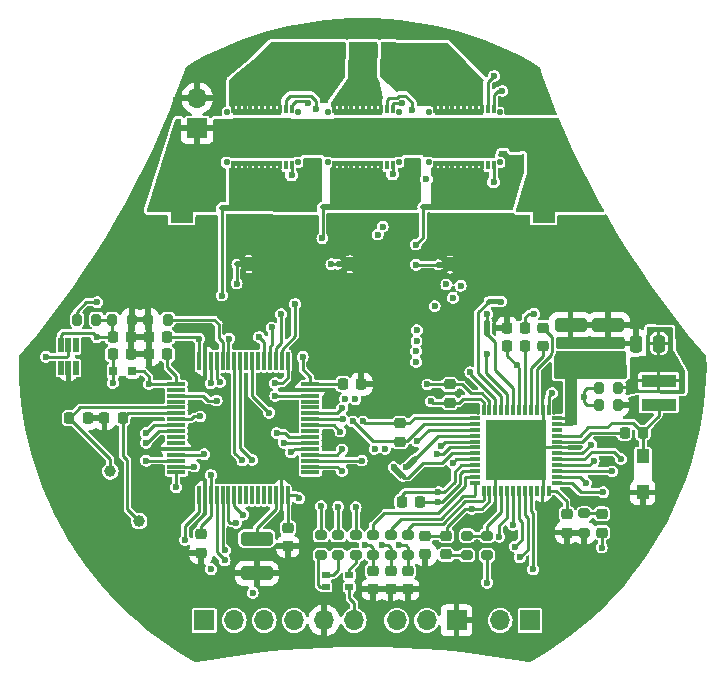
<source format=gbr>
%TF.GenerationSoftware,KiCad,Pcbnew,7.0.9*%
%TF.CreationDate,2023-12-12T19:27:25-05:00*%
%TF.ProjectId,MotorDriver,4d6f746f-7244-4726-9976-65722e6b6963,rev?*%
%TF.SameCoordinates,Original*%
%TF.FileFunction,Copper,L1,Top*%
%TF.FilePolarity,Positive*%
%FSLAX46Y46*%
G04 Gerber Fmt 4.6, Leading zero omitted, Abs format (unit mm)*
G04 Created by KiCad (PCBNEW 7.0.9) date 2023-12-12 19:27:25*
%MOMM*%
%LPD*%
G01*
G04 APERTURE LIST*
G04 Aperture macros list*
%AMRoundRect*
0 Rectangle with rounded corners*
0 $1 Rounding radius*
0 $2 $3 $4 $5 $6 $7 $8 $9 X,Y pos of 4 corners*
0 Add a 4 corners polygon primitive as box body*
4,1,4,$2,$3,$4,$5,$6,$7,$8,$9,$2,$3,0*
0 Add four circle primitives for the rounded corners*
1,1,$1+$1,$2,$3*
1,1,$1+$1,$4,$5*
1,1,$1+$1,$6,$7*
1,1,$1+$1,$8,$9*
0 Add four rect primitives between the rounded corners*
20,1,$1+$1,$2,$3,$4,$5,0*
20,1,$1+$1,$4,$5,$6,$7,0*
20,1,$1+$1,$6,$7,$8,$9,0*
20,1,$1+$1,$8,$9,$2,$3,0*%
G04 Aperture macros list end*
%TA.AperFunction,EtchedComponent*%
%ADD10C,0.010000*%
%TD*%
%TA.AperFunction,SMDPad,CuDef*%
%ADD11RoundRect,0.225000X0.250000X-0.225000X0.250000X0.225000X-0.250000X0.225000X-0.250000X-0.225000X0*%
%TD*%
%TA.AperFunction,SMDPad,CuDef*%
%ADD12RoundRect,0.250000X-1.425000X0.362500X-1.425000X-0.362500X1.425000X-0.362500X1.425000X0.362500X0*%
%TD*%
%TA.AperFunction,SMDPad,CuDef*%
%ADD13RoundRect,0.012500X-0.112500X-0.337500X0.112500X-0.337500X0.112500X0.337500X-0.112500X0.337500X0*%
%TD*%
%TA.AperFunction,SMDPad,CuDef*%
%ADD14RoundRect,0.011250X-0.176250X0.203750X-0.176250X-0.203750X0.176250X-0.203750X0.176250X0.203750X0*%
%TD*%
%TA.AperFunction,SMDPad,CuDef*%
%ADD15RoundRect,0.462000X-2.238000X1.188000X-2.238000X-1.188000X2.238000X-1.188000X2.238000X1.188000X0*%
%TD*%
%TA.AperFunction,ComponentPad*%
%ADD16R,1.700000X1.700000*%
%TD*%
%TA.AperFunction,ComponentPad*%
%ADD17O,1.700000X1.700000*%
%TD*%
%TA.AperFunction,SMDPad,CuDef*%
%ADD18R,1.905000X3.352800*%
%TD*%
%TA.AperFunction,SMDPad,CuDef*%
%ADD19RoundRect,0.225000X0.225000X0.250000X-0.225000X0.250000X-0.225000X-0.250000X0.225000X-0.250000X0*%
%TD*%
%TA.AperFunction,SMDPad,CuDef*%
%ADD20RoundRect,0.200000X-0.200000X-0.275000X0.200000X-0.275000X0.200000X0.275000X-0.200000X0.275000X0*%
%TD*%
%TA.AperFunction,SMDPad,CuDef*%
%ADD21RoundRect,0.225000X-0.250000X0.225000X-0.250000X-0.225000X0.250000X-0.225000X0.250000X0.225000X0*%
%TD*%
%TA.AperFunction,SMDPad,CuDef*%
%ADD22RoundRect,0.225000X-0.225000X-0.250000X0.225000X-0.250000X0.225000X0.250000X-0.225000X0.250000X0*%
%TD*%
%TA.AperFunction,SMDPad,CuDef*%
%ADD23R,1.092200X1.143000*%
%TD*%
%TA.AperFunction,SMDPad,CuDef*%
%ADD24C,0.500000*%
%TD*%
%TA.AperFunction,SMDPad,CuDef*%
%ADD25RoundRect,0.200000X-0.275000X0.200000X-0.275000X-0.200000X0.275000X-0.200000X0.275000X0.200000X0*%
%TD*%
%TA.AperFunction,SMDPad,CuDef*%
%ADD26RoundRect,0.200000X0.275000X-0.200000X0.275000X0.200000X-0.275000X0.200000X-0.275000X-0.200000X0*%
%TD*%
%TA.AperFunction,SMDPad,CuDef*%
%ADD27R,0.635000X0.508000*%
%TD*%
%TA.AperFunction,SMDPad,CuDef*%
%ADD28RoundRect,0.020000X0.180000X-0.575000X0.180000X0.575000X-0.180000X0.575000X-0.180000X-0.575000X0*%
%TD*%
%TA.AperFunction,SMDPad,CuDef*%
%ADD29RoundRect,0.250000X0.250000X0.475000X-0.250000X0.475000X-0.250000X-0.475000X0.250000X-0.475000X0*%
%TD*%
%TA.AperFunction,SMDPad,CuDef*%
%ADD30R,3.000000X1.000000*%
%TD*%
%TA.AperFunction,SMDPad,CuDef*%
%ADD31RoundRect,0.218750X0.256250X-0.218750X0.256250X0.218750X-0.256250X0.218750X-0.256250X-0.218750X0*%
%TD*%
%TA.AperFunction,SMDPad,CuDef*%
%ADD32RoundRect,0.075000X-0.700000X-0.075000X0.700000X-0.075000X0.700000X0.075000X-0.700000X0.075000X0*%
%TD*%
%TA.AperFunction,SMDPad,CuDef*%
%ADD33RoundRect,0.075000X-0.075000X-0.700000X0.075000X-0.700000X0.075000X0.700000X-0.075000X0.700000X0*%
%TD*%
%TA.AperFunction,SMDPad,CuDef*%
%ADD34RoundRect,0.218750X-0.256250X0.218750X-0.256250X-0.218750X0.256250X-0.218750X0.256250X0.218750X0*%
%TD*%
%TA.AperFunction,SMDPad,CuDef*%
%ADD35RoundRect,0.200000X0.200000X0.275000X-0.200000X0.275000X-0.200000X-0.275000X0.200000X-0.275000X0*%
%TD*%
%TA.AperFunction,SMDPad,CuDef*%
%ADD36RoundRect,0.250000X1.100000X-0.325000X1.100000X0.325000X-1.100000X0.325000X-1.100000X-0.325000X0*%
%TD*%
%TA.AperFunction,ComponentPad*%
%ADD37C,1.007000*%
%TD*%
%TA.AperFunction,SMDPad,CuDef*%
%ADD38RoundRect,0.007800X-0.122200X0.422200X-0.122200X-0.422200X0.122200X-0.422200X0.122200X0.422200X0*%
%TD*%
%TA.AperFunction,SMDPad,CuDef*%
%ADD39RoundRect,0.007800X-0.422200X-0.122200X0.422200X-0.122200X0.422200X0.122200X-0.422200X0.122200X0*%
%TD*%
%TA.AperFunction,SMDPad,CuDef*%
%ADD40R,5.150000X5.150000*%
%TD*%
%TA.AperFunction,SMDPad,CuDef*%
%ADD41R,0.655600X0.800000*%
%TD*%
%TA.AperFunction,ViaPad*%
%ADD42C,0.600000*%
%TD*%
%TA.AperFunction,Conductor*%
%ADD43C,0.250000*%
%TD*%
%TA.AperFunction,Conductor*%
%ADD44C,0.500000*%
%TD*%
%TA.AperFunction,Conductor*%
%ADD45C,3.000000*%
%TD*%
%TA.AperFunction,Conductor*%
%ADD46C,0.200000*%
%TD*%
G04 APERTURE END LIST*
%TO.C,U5*%
D10*
X93921304Y-113598084D02*
X89921304Y-113598084D01*
X89921304Y-113248084D01*
X93921304Y-113248084D01*
X93921304Y-113598084D01*
%TA.AperFunction,EtchedComponent*%
G36*
X93921304Y-113598084D02*
G01*
X89921304Y-113598084D01*
X89921304Y-113248084D01*
X93921304Y-113248084D01*
X93921304Y-113598084D01*
G37*
%TD.AperFunction*%
X93921304Y-117601964D02*
X93921304Y-117948084D01*
X89921304Y-117948084D01*
X89921304Y-117598084D01*
X93921304Y-117601964D01*
%TA.AperFunction,EtchedComponent*%
G36*
X93921304Y-117601964D02*
G01*
X93921304Y-117948084D01*
X89921304Y-117948084D01*
X89921304Y-117598084D01*
X93921304Y-117601964D01*
G37*
%TD.AperFunction*%
%TA.AperFunction,EtchedComponent*%
%TO.C,NT4*%
G36*
X94611000Y-132275200D02*
G01*
X94111000Y-132275200D01*
X94111000Y-131275200D01*
X94611000Y-131275200D01*
X94611000Y-132275200D01*
G37*
%TD.AperFunction*%
%TA.AperFunction,EtchedComponent*%
%TO.C,NT5*%
G36*
X81424400Y-121789000D02*
G01*
X80424400Y-121789000D01*
X80424400Y-121289000D01*
X81424400Y-121289000D01*
X81424400Y-121789000D01*
G37*
%TD.AperFunction*%
%TA.AperFunction,EtchedComponent*%
%TO.C,NT8*%
G36*
X72890000Y-121865200D02*
G01*
X71890000Y-121865200D01*
X71890000Y-121365200D01*
X72890000Y-121365200D01*
X72890000Y-121865200D01*
G37*
%TD.AperFunction*%
%TA.AperFunction,EtchedComponent*%
%TO.C,NT9*%
G36*
X74160000Y-126589600D02*
G01*
X73160000Y-126589600D01*
X73160000Y-126089600D01*
X74160000Y-126089600D01*
X74160000Y-126589600D01*
G37*
%TD.AperFunction*%
%TO.C,U8*%
X76820296Y-113598084D02*
X72820296Y-113598084D01*
X72820296Y-113248084D01*
X76820296Y-113248084D01*
X76820296Y-113598084D01*
%TA.AperFunction,EtchedComponent*%
G36*
X76820296Y-113598084D02*
G01*
X72820296Y-113598084D01*
X72820296Y-113248084D01*
X76820296Y-113248084D01*
X76820296Y-113598084D01*
G37*
%TD.AperFunction*%
X76820296Y-117601964D02*
X76820296Y-117948084D01*
X72820296Y-117948084D01*
X72820296Y-117598084D01*
X76820296Y-117601964D01*
%TA.AperFunction,EtchedComponent*%
G36*
X76820296Y-117601964D02*
G01*
X76820296Y-117948084D01*
X72820296Y-117948084D01*
X72820296Y-117598084D01*
X76820296Y-117601964D01*
G37*
%TD.AperFunction*%
%TO.C,U6*%
X85370800Y-113598084D02*
X81370800Y-113598084D01*
X81370800Y-113248084D01*
X85370800Y-113248084D01*
X85370800Y-113598084D01*
%TA.AperFunction,EtchedComponent*%
G36*
X85370800Y-113598084D02*
G01*
X81370800Y-113598084D01*
X81370800Y-113248084D01*
X85370800Y-113248084D01*
X85370800Y-113598084D01*
G37*
%TD.AperFunction*%
X85370800Y-117601964D02*
X85370800Y-117948084D01*
X81370800Y-117948084D01*
X81370800Y-117598084D01*
X85370800Y-117601964D01*
%TA.AperFunction,EtchedComponent*%
G36*
X85370800Y-117601964D02*
G01*
X85370800Y-117948084D01*
X81370800Y-117948084D01*
X81370800Y-117598084D01*
X85370800Y-117601964D01*
G37*
%TD.AperFunction*%
%TA.AperFunction,EtchedComponent*%
%TO.C,NT10*%
G36*
X87401773Y-144147420D02*
G01*
X87048220Y-144500973D01*
X86341113Y-143793866D01*
X86694666Y-143440313D01*
X87401773Y-144147420D01*
G37*
%TD.AperFunction*%
%TA.AperFunction,EtchedComponent*%
%TO.C,NT1*%
G36*
X89958800Y-121763600D02*
G01*
X88958800Y-121763600D01*
X88958800Y-121263600D01*
X89958800Y-121263600D01*
X89958800Y-121763600D01*
G37*
%TD.AperFunction*%
%TA.AperFunction,EtchedComponent*%
%TO.C,NT7*%
G36*
X88412283Y-143005071D02*
G01*
X87705176Y-143712178D01*
X87351623Y-143358625D01*
X88058730Y-142651518D01*
X88412283Y-143005071D01*
G37*
%TD.AperFunction*%
%TA.AperFunction,EtchedComponent*%
%TO.C,NT6*%
G36*
X82719800Y-126615000D02*
G01*
X81719800Y-126615000D01*
X81719800Y-126115000D01*
X82719800Y-126115000D01*
X82719800Y-126615000D01*
G37*
%TD.AperFunction*%
%TA.AperFunction,EtchedComponent*%
%TO.C,NT3*%
G36*
X95504000Y-129764601D02*
G01*
X94504000Y-129764601D01*
X94504000Y-129264601D01*
X95504000Y-129264601D01*
X95504000Y-129764601D01*
G37*
%TD.AperFunction*%
%TA.AperFunction,EtchedComponent*%
%TO.C,NT2*%
G36*
X91211400Y-126640400D02*
G01*
X90211400Y-126640400D01*
X90211400Y-126140400D01*
X91211400Y-126140400D01*
X91211400Y-126640400D01*
G37*
%TD.AperFunction*%
%TD*%
D11*
%TO.P,C4,1*%
%TO.N,GND*%
X70129400Y-150787400D03*
%TO.P,C4,2*%
%TO.N,+3.3V*%
X70129400Y-149237400D03*
%TD*%
D12*
%TO.P,R23,1*%
%TO.N,/MotorController/SLB*%
X83870800Y-120430700D03*
%TO.P,R23,2*%
%TO.N,GND*%
X83870800Y-126355700D03*
%TD*%
D13*
%TO.P,U5,1,GH*%
%TO.N,/MotorController/GHA*%
X94921304Y-113248084D03*
%TO.P,U5,2,SH*%
%TO.N,Net-(U5-SH)*%
X94421304Y-113248084D03*
%TO.P,U5,3,VSW*%
%TO.N,/MotorController/MOTA*%
X93921304Y-113248084D03*
%TO.P,U5,4,VSW*%
X93421304Y-113248084D03*
%TO.P,U5,5,VSW*%
X92921304Y-113248084D03*
%TO.P,U5,6,VSW*%
X92421304Y-113248084D03*
%TO.P,U5,7,VSW*%
X91921304Y-113248084D03*
%TO.P,U5,8,VSW*%
X91421304Y-113248084D03*
%TO.P,U5,9,VSW*%
X90921304Y-113248084D03*
%TO.P,U5,10,VSW*%
X90421304Y-113248084D03*
%TO.P,U5,11,VSW*%
X89921304Y-113248084D03*
%TO.P,U5,12,PGND*%
%TO.N,/MotorController/SLA*%
X89921304Y-117948084D03*
%TO.P,U5,13,PGND*%
X90421304Y-117948084D03*
%TO.P,U5,14,PGND*%
X90921304Y-117948084D03*
%TO.P,U5,15,PGND*%
X91421304Y-117948084D03*
%TO.P,U5,16,PGND*%
X91921304Y-117948084D03*
%TO.P,U5,17,PGND*%
X92421304Y-117948084D03*
%TO.P,U5,18,PGND*%
X92921304Y-117948084D03*
%TO.P,U5,19,PGND*%
X93421304Y-117948084D03*
%TO.P,U5,20,PGND*%
X93921304Y-117948084D03*
%TO.P,U5,21,NC*%
%TO.N,unconnected-(U5-NC-Pad21)*%
X94421304Y-117948084D03*
%TO.P,U5,22,GL*%
%TO.N,/MotorController/GLA*%
X94921304Y-117948084D03*
D14*
%TO.P,U5,23,NC*%
%TO.N,unconnected-(U5-NC-Pad23)*%
X95434304Y-113483084D03*
%TO.P,U5,24,NC*%
%TO.N,unconnected-(U5-NC-Pad24)*%
X89408304Y-113483084D03*
%TO.P,U5,25,NC*%
%TO.N,unconnected-(U5-NC-Pad25)*%
X89408304Y-117713084D03*
%TO.P,U5,26,NC*%
%TO.N,unconnected-(U5-NC-Pad26)*%
X95434304Y-117713084D03*
D15*
%TO.P,U5,27,VIN*%
%TO.N,Vdrive*%
X92421304Y-115598084D03*
%TD*%
D16*
%TO.P,J2,1,Pin_1*%
%TO.N,/Microcontroller/NRST*%
X70408800Y-156514800D03*
D17*
%TO.P,J2,2,Pin_2*%
%TO.N,/Microcontroller/TCK*%
X72948800Y-156514800D03*
%TO.P,J2,3,Pin_3*%
%TO.N,/Microcontroller/TMS*%
X75488800Y-156514800D03*
%TO.P,J2,4,Pin_4*%
%TO.N,/Microcontroller/SWO*%
X78028800Y-156514800D03*
%TO.P,J2,5,Pin_5*%
%TO.N,GND*%
X80568800Y-156514800D03*
%TO.P,J2,6,Pin_6*%
%TO.N,+3.3V*%
X83108800Y-156514800D03*
%TD*%
D18*
%TO.P,C27,1*%
%TO.N,Vdrive*%
X68503800Y-121183400D03*
%TO.P,C27,2*%
%TO.N,GND*%
X68503800Y-127838200D03*
%TD*%
D19*
%TO.P,C15,1*%
%TO.N,Vdrive*%
X97599800Y-131749800D03*
%TO.P,C15,2*%
%TO.N,GND*%
X96049800Y-131749800D03*
%TD*%
%TO.P,C1,1*%
%TO.N,GND*%
X60541200Y-139395200D03*
%TO.P,C1,2*%
%TO.N,/Microcontroller/CLK_P*%
X58991200Y-139395200D03*
%TD*%
D16*
%TO.P,J3,1,Pin_1*%
%TO.N,Net-(J3-Pin_1)*%
X97998200Y-156514800D03*
D17*
%TO.P,J3,2,Pin_2*%
%TO.N,Net-(J3-Pin_2)*%
X95458200Y-156514800D03*
%TD*%
D12*
%TO.P,R26,1*%
%TO.N,/MotorController/SLC*%
X75320296Y-120430700D03*
%TO.P,R26,2*%
%TO.N,GND*%
X75320296Y-126355700D03*
%TD*%
D20*
%TO.P,R12,1*%
%TO.N,Net-(U4-FB)*%
X103823000Y-138277600D03*
%TO.P,R12,2*%
%TO.N,GND*%
X105473000Y-138277600D03*
%TD*%
D21*
%TO.P,C31,1*%
%TO.N,/Microcontroller/SEN.ISENC*%
X84709000Y-152336200D03*
%TO.P,C31,2*%
%TO.N,GND*%
X84709000Y-153886200D03*
%TD*%
D22*
%TO.P,C2,1*%
%TO.N,GND*%
X61963000Y-139395200D03*
%TO.P,C2,2*%
%TO.N,/Microcontroller/CLK_N*%
X63513000Y-139395200D03*
%TD*%
D23*
%TO.P,D5,1,K*%
%TO.N,Net-(D5-K)*%
X107543600Y-142608300D03*
%TO.P,D5,2,A*%
%TO.N,GND*%
X107543600Y-145681700D03*
%TD*%
D24*
%TO.P,NT4,1,1*%
%TO.N,/MotorController/VDRAIN*%
X94361000Y-132275200D03*
%TO.P,NT4,2,2*%
%TO.N,Vdrive*%
X94361000Y-131275200D03*
%TD*%
D20*
%TO.P,R16,1*%
%TO.N,Vdrive*%
X59627000Y-131038600D03*
%TO.P,R16,2*%
%TO.N,/Microcontroller/SEN.VSENVM*%
X61277000Y-131038600D03*
%TD*%
D16*
%TO.P,J4,1,Pin_1*%
%TO.N,Vdrive*%
X69824600Y-114838400D03*
D17*
%TO.P,J4,2,Pin_2*%
%TO.N,GND*%
X69824600Y-112298400D03*
%TD*%
D18*
%TO.P,C26,1*%
%TO.N,Vdrive*%
X99161600Y-121183400D03*
%TO.P,C26,2*%
%TO.N,GND*%
X99161600Y-127838200D03*
%TD*%
D21*
%TO.P,C32,1*%
%TO.N,Vdrive*%
X88138000Y-116420600D03*
%TO.P,C32,2*%
%TO.N,/MotorController/SLB*%
X88138000Y-117970600D03*
%TD*%
D22*
%TO.P,C17,1*%
%TO.N,Vdrive*%
X96049800Y-133273800D03*
%TO.P,C17,2*%
%TO.N,Net-(U4-VCP)*%
X97599800Y-133273800D03*
%TD*%
D21*
%TO.P,C20,1*%
%TO.N,/MotorController/SPA*%
X91186000Y-136537400D03*
%TO.P,C20,2*%
%TO.N,/MotorController/SNA*%
X91186000Y-138087400D03*
%TD*%
D25*
%TO.P,R20,1*%
%TO.N,/MotorController/SOC*%
X84709000Y-149314400D03*
%TO.P,R20,2*%
%TO.N,/Microcontroller/SEN.ISENC*%
X84709000Y-150964400D03*
%TD*%
D26*
%TO.P,R10,1*%
%TO.N,+3.3V*%
X94361000Y-150977600D03*
%TO.P,R10,2*%
%TO.N,/MotorController/nFault*%
X94361000Y-149327600D03*
%TD*%
D25*
%TO.P,R3,1*%
%TO.N,Net-(U1-PC8)*%
X80289400Y-149314400D03*
%TO.P,R3,2*%
%TO.N,Net-(R3-Pad2)*%
X80289400Y-150964400D03*
%TD*%
D19*
%TO.P,C6,1*%
%TO.N,GND*%
X83706000Y-136499600D03*
%TO.P,C6,2*%
%TO.N,+3.3V*%
X82156000Y-136499600D03*
%TD*%
%TO.P,C8,1*%
%TO.N,GND*%
X64224200Y-133985000D03*
%TO.P,C8,2*%
%TO.N,/Microcontroller/VDDA*%
X62674200Y-133985000D03*
%TD*%
D21*
%TO.P,C28,1*%
%TO.N,/Microcontroller/SEN.ISENA*%
X87655400Y-152336200D03*
%TO.P,C28,2*%
%TO.N,GND*%
X87655400Y-153886200D03*
%TD*%
D27*
%TO.P,U9,1,1*%
%TO.N,Net-(R3-Pad2)*%
X80721200Y-153687399D03*
%TO.P,U9,2,2*%
%TO.N,Net-(R2-Pad2)*%
X80721200Y-152687401D03*
%TO.P,U9,3,3*%
%TO.N,Net-(R1-Pad2)*%
X82702400Y-152687401D03*
%TO.P,U9,4,4*%
%TO.N,+3.3V*%
X82702400Y-153687399D03*
%TD*%
D11*
%TO.P,C22,1*%
%TO.N,/MotorController/SPB*%
X86969600Y-141389401D03*
%TO.P,C22,2*%
%TO.N,/MotorController/SNB*%
X86969600Y-139839401D03*
%TD*%
D28*
%TO.P,U7,1,D1+*%
%TO.N,unconnected-(U7-D1+-Pad1)*%
X58252600Y-135141800D03*
%TO.P,U7,2,GND*%
%TO.N,GND*%
X58902600Y-135141800D03*
%TO.P,U7,3,D2+*%
%TO.N,unconnected-(U7-D2+-Pad3)*%
X59552600Y-135141800D03*
%TO.P,U7,4,D2-*%
%TO.N,unconnected-(U7-D2--Pad4)*%
X59552600Y-133221800D03*
%TO.P,U7,5,VCC*%
%TO.N,+3.3V*%
X58902600Y-133221800D03*
%TO.P,U7,6,D1-*%
%TO.N,/Microcontroller/SEN.VSENVM*%
X58252600Y-133221800D03*
%TD*%
D25*
%TO.P,R18,1*%
%TO.N,/MotorController/SOA*%
X87655400Y-149314400D03*
%TO.P,R18,2*%
%TO.N,/Microcontroller/SEN.ISENA*%
X87655400Y-150964400D03*
%TD*%
D24*
%TO.P,NT5,1,1*%
%TO.N,/MotorController/SPB*%
X80424400Y-121539000D03*
%TO.P,NT5,2,2*%
%TO.N,/MotorController/SLB*%
X81424400Y-121539000D03*
%TD*%
%TO.P,NT8,1,1*%
%TO.N,/MotorController/SPC*%
X71890000Y-121615200D03*
%TO.P,NT8,2,2*%
%TO.N,/MotorController/SLC*%
X72890000Y-121615200D03*
%TD*%
D11*
%TO.P,C18,1*%
%TO.N,Net-(U4-CPH)*%
X99060000Y-133286800D03*
%TO.P,C18,2*%
%TO.N,Net-(U4-CPL)*%
X99060000Y-131736800D03*
%TD*%
D29*
%TO.P,C23,1*%
%TO.N,+3.3V*%
X108900000Y-133070600D03*
%TO.P,C23,2*%
%TO.N,GND*%
X107000000Y-133070600D03*
%TD*%
D24*
%TO.P,NT9,1,1*%
%TO.N,/MotorController/SNC*%
X73160000Y-126339600D03*
%TO.P,NT9,2,2*%
%TO.N,GND*%
X74160000Y-126339600D03*
%TD*%
D13*
%TO.P,U8,1,GH*%
%TO.N,/MotorController/GHC*%
X77820296Y-113248084D03*
%TO.P,U8,2,SH*%
%TO.N,Net-(U8-SH)*%
X77320296Y-113248084D03*
%TO.P,U8,3,VSW*%
%TO.N,/MotorController/MOTC*%
X76820296Y-113248084D03*
%TO.P,U8,4,VSW*%
X76320296Y-113248084D03*
%TO.P,U8,5,VSW*%
X75820296Y-113248084D03*
%TO.P,U8,6,VSW*%
X75320296Y-113248084D03*
%TO.P,U8,7,VSW*%
X74820296Y-113248084D03*
%TO.P,U8,8,VSW*%
X74320296Y-113248084D03*
%TO.P,U8,9,VSW*%
X73820296Y-113248084D03*
%TO.P,U8,10,VSW*%
X73320296Y-113248084D03*
%TO.P,U8,11,VSW*%
X72820296Y-113248084D03*
%TO.P,U8,12,PGND*%
%TO.N,/MotorController/SLC*%
X72820296Y-117948084D03*
%TO.P,U8,13,PGND*%
X73320296Y-117948084D03*
%TO.P,U8,14,PGND*%
X73820296Y-117948084D03*
%TO.P,U8,15,PGND*%
X74320296Y-117948084D03*
%TO.P,U8,16,PGND*%
X74820296Y-117948084D03*
%TO.P,U8,17,PGND*%
X75320296Y-117948084D03*
%TO.P,U8,18,PGND*%
X75820296Y-117948084D03*
%TO.P,U8,19,PGND*%
X76320296Y-117948084D03*
%TO.P,U8,20,PGND*%
X76820296Y-117948084D03*
%TO.P,U8,21,NC*%
%TO.N,unconnected-(U8-NC-Pad21)*%
X77320296Y-117948084D03*
%TO.P,U8,22,GL*%
%TO.N,/MotorController/GLC*%
X77820296Y-117948084D03*
D14*
%TO.P,U8,23,NC*%
%TO.N,unconnected-(U8-NC-Pad23)*%
X78333296Y-113483084D03*
%TO.P,U8,24,NC*%
%TO.N,unconnected-(U8-NC-Pad24)*%
X72307296Y-113483084D03*
%TO.P,U8,25,NC*%
%TO.N,unconnected-(U8-NC-Pad25)*%
X72307296Y-117713084D03*
%TO.P,U8,26,NC*%
%TO.N,unconnected-(U8-NC-Pad26)*%
X78333296Y-117713084D03*
D15*
%TO.P,U8,27,VIN*%
%TO.N,Vdrive*%
X75320296Y-115598084D03*
%TD*%
D21*
%TO.P,C34,1*%
%TO.N,Vdrive*%
X79603600Y-116395200D03*
%TO.P,C34,2*%
%TO.N,/MotorController/SLC*%
X79603600Y-117945200D03*
%TD*%
D20*
%TO.P,R17,1*%
%TO.N,/Microcontroller/SEN.VSENVM*%
X62612000Y-131038600D03*
%TO.P,R17,2*%
%TO.N,GND*%
X64262000Y-131038600D03*
%TD*%
D22*
%TO.P,C7,1*%
%TO.N,GND*%
X65747600Y-132511800D03*
%TO.P,C7,2*%
%TO.N,+3.3V*%
X67297600Y-132511800D03*
%TD*%
D25*
%TO.P,R27,1*%
%TO.N,Net-(D6-K)*%
X102590600Y-147460200D03*
%TO.P,R27,2*%
%TO.N,GND*%
X102590600Y-149110200D03*
%TD*%
D30*
%TO.P,L2,1,1*%
%TO.N,Net-(D5-K)*%
X108889800Y-138236200D03*
%TO.P,L2,2,2*%
%TO.N,+3.3V*%
X108889800Y-136236200D03*
%TD*%
D31*
%TO.P,D4,1,K*%
%TO.N,Net-(D4-K)*%
X90886066Y-150920100D03*
%TO.P,D4,2,A*%
%TO.N,+3.3V*%
X90886066Y-149345100D03*
%TD*%
D22*
%TO.P,C21,1*%
%TO.N,Net-(U4-CB)*%
X105993600Y-140614400D03*
%TO.P,C21,2*%
%TO.N,Net-(D5-K)*%
X107543600Y-140614400D03*
%TD*%
D32*
%TO.P,U1,1,VBAT*%
%TO.N,+3.3V*%
X68035800Y-136483400D03*
%TO.P,U1,2,PC13*%
%TO.N,/Microcontroller/Button*%
X68035800Y-136983400D03*
%TO.P,U1,3,PC14*%
%TO.N,/Microcontroller/DRV.ENABLE*%
X68035800Y-137483400D03*
%TO.P,U1,4,PC15*%
%TO.N,unconnected-(U1-PC15-Pad4)*%
X68035800Y-137983400D03*
%TO.P,U1,5,PH0*%
%TO.N,/Microcontroller/CLK_P*%
X68035800Y-138483400D03*
%TO.P,U1,6,PH1*%
%TO.N,/Microcontroller/CLK_N*%
X68035800Y-138983400D03*
%TO.P,U1,7,NRST*%
%TO.N,/Microcontroller/NRST*%
X68035800Y-139483400D03*
%TO.P,U1,8,PC0*%
%TO.N,/Microcontroller/SEN.ISENC*%
X68035800Y-139983400D03*
%TO.P,U1,9,PC1*%
%TO.N,/Microcontroller/SEN.ISENB*%
X68035800Y-140483400D03*
%TO.P,U1,10,PC2*%
%TO.N,unconnected-(U1-PC2-Pad10)*%
X68035800Y-140983400D03*
%TO.P,U1,11,PC3*%
%TO.N,/Microcontroller/SEN.VSENA*%
X68035800Y-141483400D03*
%TO.P,U1,12,VSSA*%
%TO.N,GND*%
X68035800Y-141983400D03*
%TO.P,U1,13,VDDA*%
%TO.N,/Microcontroller/VDDA*%
X68035800Y-142483400D03*
%TO.P,U1,14,PA0*%
%TO.N,/Microcontroller/SEN.ISENA*%
X68035800Y-142983400D03*
%TO.P,U1,15,PA1*%
%TO.N,/Microcontroller/SEN.VSENVM*%
X68035800Y-143483400D03*
%TO.P,U1,16,PA2*%
%TO.N,/Microcontroller/UART_TX*%
X68035800Y-143983400D03*
D33*
%TO.P,U1,17,PA3*%
%TO.N,/Microcontroller/UART_RX*%
X69960800Y-145908400D03*
%TO.P,U1,18,VSS*%
%TO.N,GND*%
X70460800Y-145908400D03*
%TO.P,U1,19,VDD*%
%TO.N,+3.3V*%
X70960800Y-145908400D03*
%TO.P,U1,20,PA4*%
%TO.N,/Microcontroller/SPI1.CS*%
X71460800Y-145908400D03*
%TO.P,U1,21,PA5*%
%TO.N,/Microcontroller/SPI1.SCK*%
X71960800Y-145908400D03*
%TO.P,U1,22,PA6*%
%TO.N,/Microcontroller/SPI1.MISO*%
X72460800Y-145908400D03*
%TO.P,U1,23,PA7*%
%TO.N,/Microcontroller/SPI1.MOSI*%
X72960800Y-145908400D03*
%TO.P,U1,24,PC4*%
%TO.N,/Microcontroller/SEN.VSENB*%
X73460800Y-145908400D03*
%TO.P,U1,25,PC5*%
%TO.N,/Microcontroller/SEN.VSENC*%
X73960800Y-145908400D03*
%TO.P,U1,26,PB0*%
%TO.N,unconnected-(U1-PB0-Pad26)*%
X74460800Y-145908400D03*
%TO.P,U1,27,PB1*%
%TO.N,unconnected-(U1-PB1-Pad27)*%
X74960800Y-145908400D03*
%TO.P,U1,28,PB2*%
%TO.N,unconnected-(U1-PB2-Pad28)*%
X75460800Y-145908400D03*
%TO.P,U1,29,PB10*%
%TO.N,unconnected-(U1-PB10-Pad29)*%
X75960800Y-145908400D03*
%TO.P,U1,30,VCAP_1*%
%TO.N,Net-(U1-VCAP_1)*%
X76460800Y-145908400D03*
%TO.P,U1,31,VSS*%
%TO.N,GND*%
X76960800Y-145908400D03*
%TO.P,U1,32,VDD*%
%TO.N,+3.3V*%
X77460800Y-145908400D03*
D32*
%TO.P,U1,33,PB12*%
%TO.N,unconnected-(U1-PB12-Pad33)*%
X79385800Y-143983400D03*
%TO.P,U1,34,PB13*%
%TO.N,/Microcontroller/DRV.INLA*%
X79385800Y-143483400D03*
%TO.P,U1,35,PB14*%
%TO.N,/Microcontroller/DRV.INLB*%
X79385800Y-142983400D03*
%TO.P,U1,36,PB15*%
%TO.N,/Microcontroller/DRV.INLC*%
X79385800Y-142483400D03*
%TO.P,U1,37,PC6*%
%TO.N,Net-(U1-PC6)*%
X79385800Y-141983400D03*
%TO.P,U1,38,PC7*%
%TO.N,Net-(U1-PC7)*%
X79385800Y-141483400D03*
%TO.P,U1,39,PC8*%
%TO.N,Net-(U1-PC8)*%
X79385800Y-140983400D03*
%TO.P,U1,40,PC9*%
%TO.N,unconnected-(U1-PC9-Pad40)*%
X79385800Y-140483400D03*
%TO.P,U1,41,PA8*%
%TO.N,/Microcontroller/DRV.INHA*%
X79385800Y-139983400D03*
%TO.P,U1,42,PA9*%
%TO.N,/Microcontroller/DRV.INHB*%
X79385800Y-139483400D03*
%TO.P,U1,43,PA10*%
%TO.N,/Microcontroller/DRV.INHC*%
X79385800Y-138983400D03*
%TO.P,U1,44,PA11*%
%TO.N,unconnected-(U1-PA11-Pad44)*%
X79385800Y-138483400D03*
%TO.P,U1,45,PA12*%
%TO.N,unconnected-(U1-PA12-Pad45)*%
X79385800Y-137983400D03*
%TO.P,U1,46,PA13*%
%TO.N,/Microcontroller/TMS*%
X79385800Y-137483400D03*
%TO.P,U1,47,VSS*%
%TO.N,GND*%
X79385800Y-136983400D03*
%TO.P,U1,48,VDD*%
%TO.N,+3.3V*%
X79385800Y-136483400D03*
D33*
%TO.P,U1,49,PA14*%
%TO.N,/Microcontroller/TCK*%
X77460800Y-134558400D03*
%TO.P,U1,50,PA15*%
%TO.N,/Encoder/SPI3.CS*%
X76960800Y-134558400D03*
%TO.P,U1,51,PC10*%
%TO.N,/Encoder/SPI3.SCK*%
X76460800Y-134558400D03*
%TO.P,U1,52,PC11*%
%TO.N,/Encoder/SPI3.MISO*%
X75960800Y-134558400D03*
%TO.P,U1,53,PC12*%
%TO.N,/Encoder/SPI3.MOSI*%
X75460800Y-134558400D03*
%TO.P,U1,54,PD2*%
%TO.N,unconnected-(U1-PD2-Pad54)*%
X74960800Y-134558400D03*
%TO.P,U1,55,PB3*%
%TO.N,/Microcontroller/SWO*%
X74460800Y-134558400D03*
%TO.P,U1,56,PB4*%
%TO.N,unconnected-(U1-PB4-Pad56)*%
X73960800Y-134558400D03*
%TO.P,U1,57,PB5*%
%TO.N,/Microcontroller/CAN2_RX*%
X73460800Y-134558400D03*
%TO.P,U1,58,PB6*%
%TO.N,/Microcontroller/CAN2_TX*%
X72960800Y-134558400D03*
%TO.P,U1,59,PB7*%
%TO.N,/Encoder/M1_ENC.I*%
X72460800Y-134558400D03*
%TO.P,U1,60,BOOT0*%
%TO.N,/Microcontroller/BOOT0*%
X71960800Y-134558400D03*
%TO.P,U1,61,PB8*%
%TO.N,/Encoder/M1_ENC.A*%
X71460800Y-134558400D03*
%TO.P,U1,62,PB9*%
%TO.N,/Encoder/M1_ENC.B*%
X70960800Y-134558400D03*
%TO.P,U1,63,VSS*%
%TO.N,GND*%
X70460800Y-134558400D03*
%TO.P,U1,64,VDD*%
%TO.N,+3.3V*%
X69960800Y-134558400D03*
%TD*%
D21*
%TO.P,C12,1*%
%TO.N,+3.3V*%
X89128600Y-149377600D03*
%TO.P,C12,2*%
%TO.N,GND*%
X89128600Y-150927600D03*
%TD*%
D13*
%TO.P,U6,1,GH*%
%TO.N,/MotorController/GHB*%
X86370800Y-113248084D03*
%TO.P,U6,2,SH*%
%TO.N,Net-(U6-SH)*%
X85870800Y-113248084D03*
%TO.P,U6,3,VSW*%
%TO.N,/MotorController/MOTB*%
X85370800Y-113248084D03*
%TO.P,U6,4,VSW*%
X84870800Y-113248084D03*
%TO.P,U6,5,VSW*%
X84370800Y-113248084D03*
%TO.P,U6,6,VSW*%
X83870800Y-113248084D03*
%TO.P,U6,7,VSW*%
X83370800Y-113248084D03*
%TO.P,U6,8,VSW*%
X82870800Y-113248084D03*
%TO.P,U6,9,VSW*%
X82370800Y-113248084D03*
%TO.P,U6,10,VSW*%
X81870800Y-113248084D03*
%TO.P,U6,11,VSW*%
X81370800Y-113248084D03*
%TO.P,U6,12,PGND*%
%TO.N,/MotorController/SLB*%
X81370800Y-117948084D03*
%TO.P,U6,13,PGND*%
X81870800Y-117948084D03*
%TO.P,U6,14,PGND*%
X82370800Y-117948084D03*
%TO.P,U6,15,PGND*%
X82870800Y-117948084D03*
%TO.P,U6,16,PGND*%
X83370800Y-117948084D03*
%TO.P,U6,17,PGND*%
X83870800Y-117948084D03*
%TO.P,U6,18,PGND*%
X84370800Y-117948084D03*
%TO.P,U6,19,PGND*%
X84870800Y-117948084D03*
%TO.P,U6,20,PGND*%
X85370800Y-117948084D03*
%TO.P,U6,21,NC*%
%TO.N,unconnected-(U6-NC-Pad21)*%
X85870800Y-117948084D03*
%TO.P,U6,22,GL*%
%TO.N,/MotorController/GLB*%
X86370800Y-117948084D03*
D14*
%TO.P,U6,23,NC*%
%TO.N,unconnected-(U6-NC-Pad23)*%
X86883800Y-113483084D03*
%TO.P,U6,24,NC*%
%TO.N,unconnected-(U6-NC-Pad24)*%
X80857800Y-113483084D03*
%TO.P,U6,25,NC*%
%TO.N,unconnected-(U6-NC-Pad25)*%
X80857800Y-117713084D03*
%TO.P,U6,26,NC*%
%TO.N,unconnected-(U6-NC-Pad26)*%
X86883800Y-117713084D03*
D15*
%TO.P,U6,27,VIN*%
%TO.N,Vdrive*%
X83870800Y-115598084D03*
%TD*%
D21*
%TO.P,C24,1*%
%TO.N,Vdrive*%
X96748600Y-116420600D03*
%TO.P,C24,2*%
%TO.N,/MotorController/SLA*%
X96748600Y-117970600D03*
%TD*%
D16*
%TO.P,J5,1,Pin_1*%
%TO.N,/MotorController/MOTA*%
X86410800Y-109169200D03*
D17*
%TO.P,J5,2,Pin_2*%
%TO.N,/MotorController/MOTB*%
X83870800Y-109169200D03*
%TO.P,J5,3,Pin_3*%
%TO.N,/MotorController/MOTC*%
X81330800Y-109169200D03*
%TD*%
D24*
%TO.P,NT10,1,1*%
%TO.N,Net-(U8-SH)*%
X86517890Y-143617090D03*
%TO.P,NT10,2,2*%
%TO.N,/MotorController/SHC*%
X87224996Y-144324196D03*
%TD*%
D26*
%TO.P,R9,1*%
%TO.N,Net-(D4-K)*%
X92643532Y-150977600D03*
%TO.P,R9,2*%
%TO.N,/MotorController/nFault*%
X92643532Y-149327600D03*
%TD*%
D21*
%TO.P,C16,1*%
%TO.N,Net-(U4-DVDD)*%
X101092000Y-147522600D03*
%TO.P,C16,2*%
%TO.N,GND*%
X101092000Y-149072600D03*
%TD*%
D25*
%TO.P,R2,1*%
%TO.N,Net-(U1-PC7)*%
X81762600Y-149314400D03*
%TO.P,R2,2*%
%TO.N,Net-(R2-Pad2)*%
X81762600Y-150964400D03*
%TD*%
D22*
%TO.P,C19,1*%
%TO.N,/MotorController/SPC*%
X87159800Y-146456401D03*
%TO.P,C19,2*%
%TO.N,/MotorController/SNC*%
X88709800Y-146456401D03*
%TD*%
D34*
%TO.P,D6,1,K*%
%TO.N,Net-(D6-K)*%
X104063800Y-147497800D03*
%TO.P,D6,2,A*%
%TO.N,+3.3V*%
X104063800Y-149072800D03*
%TD*%
D22*
%TO.P,C3,1*%
%TO.N,GND*%
X65747600Y-133985000D03*
%TO.P,C3,2*%
%TO.N,+3.3V*%
X67297600Y-133985000D03*
%TD*%
D24*
%TO.P,NT1,1,1*%
%TO.N,/MotorController/SPA*%
X88958800Y-121513600D03*
%TO.P,NT1,2,2*%
%TO.N,/MotorController/SLA*%
X89958800Y-121513600D03*
%TD*%
D21*
%TO.P,C29,1*%
%TO.N,/Microcontroller/SEN.ISENB*%
X86182200Y-152336200D03*
%TO.P,C29,2*%
%TO.N,GND*%
X86182200Y-153886200D03*
%TD*%
D35*
%TO.P,R11,1*%
%TO.N,+3.3V*%
X105447600Y-136804400D03*
%TO.P,R11,2*%
%TO.N,Net-(U4-FB)*%
X103797600Y-136804400D03*
%TD*%
D16*
%TO.P,J1,1,Pin_1*%
%TO.N,GND*%
X91770200Y-156514800D03*
D17*
%TO.P,J1,2,Pin_2*%
%TO.N,/Microcontroller/UART_RX*%
X89230200Y-156514800D03*
%TO.P,J1,3,Pin_3*%
%TO.N,/Microcontroller/UART_TX*%
X86690200Y-156514800D03*
%TD*%
D24*
%TO.P,NT7,1,1*%
%TO.N,Net-(U6-SH)*%
X87528400Y-143535401D03*
%TO.P,NT7,2,2*%
%TO.N,/MotorController/SHB*%
X88235506Y-142828295D03*
%TD*%
D36*
%TO.P,C13,1*%
%TO.N,Vdrive*%
X101422200Y-134418600D03*
%TO.P,C13,2*%
%TO.N,GND*%
X101422200Y-131468600D03*
%TD*%
%TO.P,C14,1*%
%TO.N,Vdrive*%
X104622600Y-134418600D03*
%TO.P,C14,2*%
%TO.N,GND*%
X104622600Y-131468600D03*
%TD*%
D37*
%TO.P,Y2,1*%
%TO.N,/Microcontroller/CLK_N*%
X64894800Y-148106841D03*
%TO.P,Y2,2*%
%TO.N,/Microcontroller/CLK_P*%
X62454800Y-143880637D03*
%TD*%
D38*
%TO.P,U4,1,FB*%
%TO.N,Net-(U4-FB)*%
X99560381Y-138685000D03*
%TO.P,U4,2,PGND*%
%TO.N,GND*%
X99060381Y-138685000D03*
%TO.P,U4,3,CPL*%
%TO.N,Net-(U4-CPL)*%
X98560381Y-138685000D03*
%TO.P,U4,4,CPH*%
%TO.N,Net-(U4-CPH)*%
X98060381Y-138685000D03*
%TO.P,U4,5,VCP*%
%TO.N,Net-(U4-VCP)*%
X97560381Y-138685000D03*
%TO.P,U4,6,VM*%
%TO.N,Vdrive*%
X97060381Y-138685000D03*
%TO.P,U4,7,VDRAIN*%
%TO.N,/MotorController/VDRAIN*%
X96560381Y-138685000D03*
%TO.P,U4,8,GHA*%
%TO.N,/MotorController/GHA*%
X96060381Y-138685000D03*
%TO.P,U4,9,SHA*%
%TO.N,/MotorController/SHA*%
X95560381Y-138685000D03*
%TO.P,U4,10,GLA*%
%TO.N,/MotorController/GLA*%
X95060381Y-138685000D03*
%TO.P,U4,11,SPA*%
%TO.N,/MotorController/SPA*%
X94560381Y-138685000D03*
%TO.P,U4,12,SNA*%
%TO.N,/MotorController/SNA*%
X94060381Y-138685000D03*
D39*
%TO.P,U4,13,SNB*%
%TO.N,/MotorController/SNB*%
X93375381Y-139370000D03*
%TO.P,U4,14,SPB*%
%TO.N,/MotorController/SPB*%
X93375381Y-139870000D03*
%TO.P,U4,15,GLB*%
%TO.N,/MotorController/GLB*%
X93375381Y-140370000D03*
%TO.P,U4,16,SHB*%
%TO.N,/MotorController/SHB*%
X93375381Y-140870000D03*
%TO.P,U4,17,GHB*%
%TO.N,/MotorController/GHB*%
X93375381Y-141370000D03*
%TO.P,U4,18,GHC*%
%TO.N,/MotorController/GHC*%
X93375381Y-141870000D03*
%TO.P,U4,19,SHC*%
%TO.N,/MotorController/SHC*%
X93375381Y-142370000D03*
%TO.P,U4,20,GLC*%
%TO.N,/MotorController/GLC*%
X93375381Y-142870000D03*
%TO.P,U4,21,SPC*%
%TO.N,/MotorController/SPC*%
X93375381Y-143370000D03*
%TO.P,U4,22,SNC*%
%TO.N,/MotorController/SNC*%
X93375381Y-143870000D03*
%TO.P,U4,23,SOC*%
%TO.N,/MotorController/SOC*%
X93375381Y-144370000D03*
%TO.P,U4,24,SOB*%
%TO.N,/MotorController/SOB*%
X93375381Y-144870000D03*
D38*
%TO.P,U4,25,SOA*%
%TO.N,/MotorController/SOA*%
X94060381Y-145555000D03*
%TO.P,U4,26,VREF*%
%TO.N,+3.3V*%
X94560381Y-145555000D03*
%TO.P,U4,27,DGND*%
%TO.N,GND*%
X95060381Y-145555000D03*
%TO.P,U4,28,FAULT_N*%
%TO.N,/MotorController/nFault*%
X95560381Y-145555000D03*
%TO.P,U4,29,SDO*%
%TO.N,/Microcontroller/SPI1.MISO*%
X96060381Y-145555000D03*
%TO.P,U4,30,SDI*%
%TO.N,/Microcontroller/SPI1.MOSI*%
X96560381Y-145555000D03*
%TO.P,U4,31,SCLK*%
%TO.N,/Microcontroller/SPI1.SCK*%
X97060381Y-145555000D03*
%TO.P,U4,32,SCS_N*%
%TO.N,/Microcontroller/SPI1.CS*%
X97560381Y-145555000D03*
%TO.P,U4,33,ENABLE*%
%TO.N,/Microcontroller/DRV.ENABLE*%
X98060381Y-145555000D03*
%TO.P,U4,34,CAL*%
%TO.N,/MotorController/CAL*%
X98560381Y-145555000D03*
%TO.P,U4,35,AGND*%
%TO.N,GND*%
X99060381Y-145555000D03*
%TO.P,U4,36,DVDD*%
%TO.N,Net-(U4-DVDD)*%
X99560381Y-145555000D03*
D39*
%TO.P,U4,37,INHA*%
%TO.N,/Microcontroller/DRV.INHA*%
X100245381Y-144870000D03*
%TO.P,U4,38,INLA*%
%TO.N,/Microcontroller/DRV.INLA*%
X100245381Y-144370000D03*
%TO.P,U4,39,INHB*%
%TO.N,/Microcontroller/DRV.INHB*%
X100245381Y-143870000D03*
%TO.P,U4,40,INLB*%
%TO.N,/Microcontroller/DRV.INLB*%
X100245381Y-143370000D03*
%TO.P,U4,41,INHC*%
%TO.N,/Microcontroller/DRV.INHC*%
X100245381Y-142870000D03*
%TO.P,U4,42,INLC*%
%TO.N,/Microcontroller/DRV.INLC*%
X100245381Y-142370000D03*
%TO.P,U4,43,BGND*%
%TO.N,GND*%
X100245381Y-141870000D03*
%TO.P,U4,44,CB*%
%TO.N,Net-(U4-CB)*%
X100245381Y-141370000D03*
%TO.P,U4,45,SW*%
%TO.N,Net-(D5-K)*%
X100245381Y-140870000D03*
%TO.P,U4,46,NC*%
%TO.N,unconnected-(U4-NC-Pad46)*%
X100245381Y-140370000D03*
%TO.P,U4,47,VIN*%
%TO.N,Vdrive*%
X100245381Y-139870000D03*
%TO.P,U4,48,SHDN_N*%
X100245381Y-139370000D03*
D40*
%TO.P,U4,49,EP*%
%TO.N,GND*%
X96810381Y-142120000D03*
%TD*%
D41*
%TO.P,L1,1,1*%
%TO.N,/Microcontroller/VDDA*%
X62674200Y-135432800D03*
%TO.P,L1,2,2*%
%TO.N,+3.3V*%
X64329800Y-135432800D03*
%TD*%
D24*
%TO.P,NT6,1,1*%
%TO.N,/MotorController/SNB*%
X81719800Y-126365000D03*
%TO.P,NT6,2,2*%
%TO.N,GND*%
X82719800Y-126365000D03*
%TD*%
D36*
%TO.P,C11,1*%
%TO.N,GND*%
X74853800Y-152528800D03*
%TO.P,C11,2*%
%TO.N,Net-(U1-VCAP_1)*%
X74853800Y-149578800D03*
%TD*%
D22*
%TO.P,C30,1*%
%TO.N,/Microcontroller/SEN.VSENVM*%
X62674200Y-132511800D03*
%TO.P,C30,2*%
%TO.N,GND*%
X64224200Y-132511800D03*
%TD*%
D12*
%TO.P,R15,1*%
%TO.N,/MotorController/SLA*%
X92421304Y-120430700D03*
%TO.P,R15,2*%
%TO.N,GND*%
X92421304Y-126355700D03*
%TD*%
D25*
%TO.P,R1,1*%
%TO.N,Net-(U1-PC6)*%
X83235800Y-149314400D03*
%TO.P,R1,2*%
%TO.N,Net-(R1-Pad2)*%
X83235800Y-150964400D03*
%TD*%
D35*
%TO.P,R6,1*%
%TO.N,/Microcontroller/BOOT0*%
X67335400Y-131038600D03*
%TO.P,R6,2*%
%TO.N,GND*%
X65685400Y-131038600D03*
%TD*%
D11*
%TO.P,C5,1*%
%TO.N,GND*%
X77495400Y-150241600D03*
%TO.P,C5,2*%
%TO.N,+3.3V*%
X77495400Y-148691600D03*
%TD*%
D24*
%TO.P,NT3,1,1*%
%TO.N,Net-(U5-SH)*%
X95504000Y-129514601D03*
%TO.P,NT3,2,2*%
%TO.N,/MotorController/SHA*%
X94504000Y-129514601D03*
%TD*%
%TO.P,NT2,1,1*%
%TO.N,/MotorController/SNA*%
X90211400Y-126390400D03*
%TO.P,NT2,2,2*%
%TO.N,GND*%
X91211400Y-126390400D03*
%TD*%
D25*
%TO.P,R19,1*%
%TO.N,/MotorController/SOB*%
X86182200Y-149314400D03*
%TO.P,R19,2*%
%TO.N,/Microcontroller/SEN.ISENB*%
X86182200Y-150964400D03*
%TD*%
D42*
%TO.N,GND*%
X67995800Y-113360200D03*
X68021200Y-112445800D03*
X70916800Y-110134400D03*
X71729600Y-110871000D03*
X71780400Y-112318800D03*
%TO.N,Vdrive*%
X69900800Y-117195600D03*
X71755000Y-116535200D03*
X71780400Y-115595400D03*
X71780400Y-114681000D03*
X68986400Y-117271800D03*
X100863400Y-118008400D03*
X105384600Y-135585200D03*
X84353504Y-116604800D03*
X74320296Y-115598084D03*
X84870800Y-115598084D03*
X91421304Y-115598084D03*
X101473000Y-135610600D03*
X61341000Y-129565400D03*
X92904008Y-114604800D03*
X91904008Y-116604800D03*
X70916800Y-121132600D03*
X100431600Y-116255800D03*
X94361000Y-130556000D03*
X82353504Y-116604800D03*
X96850200Y-134899400D03*
X92904008Y-116604800D03*
X103454200Y-135585200D03*
X90904008Y-116604800D03*
X76320296Y-115598084D03*
X83353504Y-116604800D03*
X70916800Y-117297200D03*
X90904008Y-114604800D03*
X92421304Y-115598084D03*
X76803000Y-116604800D03*
X74803000Y-116604800D03*
X102463600Y-135585200D03*
X91904008Y-114604800D03*
X82870800Y-115598084D03*
X104444800Y-135585200D03*
X83870800Y-115598084D03*
X70916800Y-119761000D03*
X98755200Y-115976400D03*
X93904008Y-114604800D03*
X93421304Y-115598084D03*
X98348800Y-130556000D03*
X73803000Y-116604800D03*
X93904008Y-116604800D03*
X75320296Y-115598084D03*
X83353504Y-114604800D03*
X85353504Y-114604800D03*
X85353504Y-116604800D03*
X75803000Y-114604800D03*
X82353504Y-114604800D03*
X74803000Y-114604800D03*
X75803000Y-116604800D03*
X101930200Y-119532400D03*
X73803000Y-114604800D03*
X76803000Y-114604800D03*
X84353504Y-114604800D03*
X99280897Y-117711303D03*
%TO.N,GND*%
X59156600Y-147828000D03*
X83845400Y-124841000D03*
X110845600Y-142976600D03*
X63423800Y-153720800D03*
X97917000Y-159156400D03*
X65811400Y-127838200D03*
X82575400Y-106375200D03*
X112039400Y-135204200D03*
X97967052Y-140970000D03*
X106629200Y-138303000D03*
X99415600Y-148005800D03*
X85166200Y-106375200D03*
X95560767Y-140970000D03*
X107823000Y-149047200D03*
X72644000Y-108762800D03*
X97978033Y-142120000D03*
X95571748Y-142120000D03*
X69723000Y-110286800D03*
X68529200Y-124434600D03*
X79806800Y-106629200D03*
X66319400Y-156362400D03*
X109499400Y-146227800D03*
X103784400Y-154305000D03*
X96774000Y-143230600D03*
X99466400Y-136093200D03*
X97942400Y-143230600D03*
X98298000Y-110591600D03*
X60960000Y-150825200D03*
X75311000Y-124739400D03*
X101523800Y-127863600D03*
X74549000Y-107848400D03*
X101066600Y-156794200D03*
X78689200Y-126339600D03*
X57531000Y-144576800D03*
X93040200Y-107848400D03*
X78740000Y-124587000D03*
X91084400Y-124841000D03*
X87985600Y-106629200D03*
X95580200Y-143230600D03*
X70840600Y-127812800D03*
X106019600Y-151587200D03*
X69723000Y-159131000D03*
X70789800Y-131902200D03*
X95935800Y-109143800D03*
X55753000Y-136677400D03*
X102870000Y-127889000D03*
X96810381Y-142120000D03*
X56413400Y-140741400D03*
X111785400Y-139446000D03*
X96799400Y-140970000D03*
%TO.N,+3.3V*%
X70967600Y-144195800D03*
X56997600Y-134188201D03*
X109626400Y-134848600D03*
X93065600Y-147066000D03*
X78740000Y-134188200D03*
X106578400Y-136702800D03*
X108153200Y-134823200D03*
X69977000Y-132664200D03*
X65735200Y-136499600D03*
X94361000Y-153314401D03*
X104063800Y-150342600D03*
X78435200Y-146177000D03*
%TO.N,/Microcontroller/UART_TX*%
X68035800Y-145237201D03*
%TO.N,/Microcontroller/UART_RX*%
X68760300Y-149682201D03*
%TO.N,/Microcontroller/TMS*%
X76428600Y-137490201D03*
%TO.N,/Microcontroller/TCK*%
X76413893Y-136435501D03*
%TO.N,/Microcontroller/SWO*%
X75907900Y-138925301D03*
%TO.N,/Microcontroller/CAN2_RX*%
X74472800Y-142925800D03*
%TO.N,/Microcontroller/CAN2_TX*%
X73631460Y-142967637D03*
X74508700Y-154178501D03*
%TO.N,/Encoder/SPI3.CS*%
X88417400Y-131927600D03*
X78105000Y-129717798D03*
%TO.N,/Encoder/SPI3.SCK*%
X88383037Y-132864260D03*
X76911200Y-130581400D03*
%TO.N,/Encoder/SPI3.MISO*%
X88341200Y-133705600D03*
X76112813Y-131710918D03*
%TO.N,/Encoder/SPI3.MOSI*%
X75057000Y-132511800D03*
X88341200Y-134620000D03*
%TO.N,/Encoder/M1_ENC.I*%
X72529698Y-132651498D03*
%TO.N,/Encoder/M1_ENC.A*%
X83207489Y-137792090D03*
X71783870Y-136332301D03*
%TO.N,/Encoder/M1_ENC.B*%
X82346800Y-137769601D03*
X70960800Y-136442001D03*
%TO.N,/MotorController/SPC*%
X91490800Y-129204900D03*
X90243289Y-145646512D03*
X71907400Y-129006600D03*
%TO.N,/MotorController/SNC*%
X90195400Y-146481801D03*
X73152000Y-127990600D03*
X90906600Y-128066801D03*
%TO.N,/MotorController/SPA*%
X89305900Y-136537400D03*
X88315800Y-124688600D03*
%TO.N,/MotorController/SNA*%
X89609299Y-137970900D03*
X88341204Y-126390400D03*
%TO.N,/MotorController/SPB*%
X80416400Y-124155200D03*
X82981800Y-139669900D03*
%TO.N,/MotorController/SNB*%
X83864978Y-139669900D03*
X81178400Y-126365000D03*
%TO.N,/MotorController/GHA*%
X94310200Y-133985000D03*
X95656400Y-111683800D03*
%TO.N,/MotorController/GLA*%
X94919800Y-119380000D03*
X92930894Y-135495337D03*
%TO.N,/MotorController/GHB*%
X87177775Y-112705101D03*
X90478111Y-141733117D03*
X92115800Y-128168401D03*
%TO.N,/MotorController/GLB*%
X89204799Y-119151400D03*
X89923200Y-129895601D03*
X88435633Y-141352344D03*
X86370800Y-118708800D03*
%TO.N,/MotorController/GHC*%
X85727631Y-141978381D03*
X79199641Y-112728206D03*
X85521800Y-123164601D03*
X90076100Y-142447204D03*
%TO.N,/MotorController/GLC*%
X85094263Y-123840187D03*
X91437089Y-143176890D03*
X84836000Y-141988500D03*
X77800200Y-118795801D03*
%TO.N,/Microcontroller/DRV.INLC*%
X82092800Y-142036798D03*
X103164685Y-141627900D03*
%TO.N,/Microcontroller/DRV.INLB*%
X103378000Y-142976600D03*
X83743800Y-142976600D03*
%TO.N,/Microcontroller/DRV.INLA*%
X102717600Y-144881600D03*
X82067400Y-143865600D03*
%TO.N,/Microcontroller/DRV.ENABLE*%
X70992996Y-152171400D03*
X71450199Y-137896601D03*
X98247196Y-152196800D03*
%TO.N,/Microcontroller/DRV.INHA*%
X104190800Y-145669000D03*
X81933922Y-140521468D03*
%TO.N,/Microcontroller/DRV.INHB*%
X82143600Y-139478202D03*
X104933077Y-143901336D03*
%TO.N,/Microcontroller/DRV.INHC*%
X105714794Y-142849600D03*
X82092800Y-138531600D03*
%TO.N,/Microcontroller/SEN.VSENVM*%
X61315600Y-132537200D03*
X69570600Y-143484600D03*
%TO.N,/Microcontroller/SPI1.CS*%
X97129600Y-151180798D03*
X72136000Y-151434801D03*
%TO.N,/Microcontroller/SPI1.SCK*%
X96722146Y-150265230D03*
X72158489Y-150574112D03*
%TO.N,/Microcontroller/SPI1.MISO*%
X95402406Y-149428200D03*
X73126600Y-148244622D03*
%TO.N,/Microcontroller/SPI1.MOSI*%
X96545400Y-148412200D03*
X73710800Y-147548601D03*
%TO.N,/Microcontroller/NRST*%
X70090700Y-139247798D03*
%TO.N,Net-(U1-PC6)*%
X83235800Y-146939001D03*
X77764300Y-142290800D03*
%TO.N,Net-(U1-PC7)*%
X77154700Y-141469379D03*
X81762600Y-146888201D03*
%TO.N,Net-(U1-PC8)*%
X76532400Y-140639800D03*
X80314800Y-146837401D03*
%TO.N,Net-(U5-SH)*%
X94945200Y-110413800D03*
X95516100Y-129514600D03*
%TO.N,Net-(U6-SH)*%
X88011000Y-113309400D03*
X87528400Y-143535400D03*
%TO.N,/Microcontroller/VDDA*%
X62674200Y-136398000D03*
X70395500Y-142443200D03*
%TO.N,/Microcontroller/SEN.ISENA*%
X86918800Y-150164801D03*
X65487999Y-142983400D03*
%TO.N,/Microcontroller/SEN.ISENB*%
X65485088Y-141476017D03*
X85445600Y-150164801D03*
%TO.N,/Microcontroller/SEN.ISENC*%
X65467311Y-140676712D03*
X83997800Y-150114001D03*
%TO.N,Net-(U8-SH)*%
X79857600Y-113182401D03*
X86436200Y-143535400D03*
%TO.N,Net-(U4-FB)*%
X102565200Y-137566400D03*
X99872800Y-137261600D03*
%TD*%
D43*
%TO.N,/MotorController/SHA*%
X95560381Y-137495781D02*
X95560381Y-138685000D01*
X93599000Y-135534400D02*
X95560381Y-137495781D01*
X94504000Y-129514601D02*
X93599000Y-130419601D01*
X93599000Y-130419601D02*
X93599000Y-135534400D01*
%TO.N,Vdrive*%
X104622600Y-134418600D02*
X103858800Y-134418600D01*
X98348800Y-130556000D02*
X97866200Y-130556000D01*
D44*
X100531400Y-134418600D02*
X101422200Y-134418600D01*
D43*
X97599800Y-130822400D02*
X97599800Y-131749800D01*
X100845800Y-139870000D02*
X101541400Y-139870000D01*
X94361000Y-130556000D02*
X94361000Y-131275200D01*
D45*
X92421304Y-115598084D02*
X83870800Y-115598084D01*
D43*
X96850200Y-134899400D02*
X96049800Y-134099000D01*
D44*
X101039400Y-134418600D02*
X101803200Y-134418600D01*
D45*
X75320296Y-115598084D02*
X83870800Y-115598084D01*
D43*
X97060381Y-135109581D02*
X97060381Y-138685000D01*
X97866200Y-130556000D02*
X97599800Y-130822400D01*
X61341000Y-129565400D02*
X60426600Y-129565400D01*
X96049800Y-134099000D02*
X96049800Y-133273800D01*
X100245381Y-139370000D02*
X101422000Y-139370000D01*
X59627000Y-130365000D02*
X59627000Y-131038600D01*
X60426600Y-129565400D02*
X59627000Y-130365000D01*
X100845800Y-139870000D02*
X100245381Y-139870000D01*
%TO.N,GND*%
X105473000Y-138277600D02*
X106603800Y-138277600D01*
X92386604Y-126390400D02*
X92421304Y-126355700D01*
X60541200Y-139382800D02*
X60541200Y-139395200D01*
X61913000Y-139345200D02*
X61963000Y-139395200D01*
X95060381Y-143870000D02*
X96810381Y-142120000D01*
X106603800Y-138277600D02*
X106629200Y-138303000D01*
X100245381Y-141870000D02*
X97060381Y-141870000D01*
X99060381Y-145555000D02*
X99060381Y-144370000D01*
X97060381Y-141870000D02*
X96810381Y-142120000D01*
X99060381Y-138685000D02*
X99060381Y-139870000D01*
X99060381Y-144370000D02*
X96810381Y-142120000D01*
X95060381Y-145555000D02*
X95060381Y-143870000D01*
X99060381Y-139870000D02*
X96810381Y-142120000D01*
%TO.N,+3.3V*%
X69960800Y-134558400D02*
X69960800Y-132680400D01*
X104063800Y-149072800D02*
X104063800Y-150342600D01*
X94361000Y-150977600D02*
X94361000Y-153314401D01*
X90957400Y-149345100D02*
X90957400Y-148615400D01*
X58902600Y-133221800D02*
X58902600Y-134035800D01*
X90957400Y-148615400D02*
X92506800Y-147066000D01*
X70129400Y-149237400D02*
X70129400Y-148539200D01*
X82156000Y-136499600D02*
X79402000Y-136499600D01*
X90951300Y-149339000D02*
X90957400Y-149345100D01*
X79385800Y-136483400D02*
X79385800Y-135875400D01*
X70129400Y-148539200D02*
X70960800Y-147707800D01*
X69960800Y-132680400D02*
X69977000Y-132664200D01*
X93929200Y-147066000D02*
X94560381Y-146434819D01*
X69824600Y-132511800D02*
X69977000Y-132664200D01*
X58750199Y-134188201D02*
X56997600Y-134188201D01*
X68035800Y-136483400D02*
X65751400Y-136483400D01*
X67297600Y-135064800D02*
X67297600Y-133985000D01*
X70960800Y-145908400D02*
X70960800Y-144202600D01*
X94560381Y-146434819D02*
X94560381Y-145555000D01*
X78166600Y-145908400D02*
X78435200Y-146177000D01*
X65735200Y-135890000D02*
X65735200Y-136499600D01*
X65751400Y-136483400D02*
X65735200Y-136499600D01*
X58902600Y-134035800D02*
X58750199Y-134188201D01*
X83108800Y-156514800D02*
X83108800Y-155041600D01*
X77460800Y-145908400D02*
X78166600Y-145908400D01*
X65278000Y-135432800D02*
X65735200Y-135890000D01*
X82702400Y-154635200D02*
X82702400Y-153687399D01*
X64329800Y-135432800D02*
X65278000Y-135432800D01*
X77460800Y-148657000D02*
X77495400Y-148691600D01*
X89128600Y-149339000D02*
X90951300Y-149339000D01*
X92506800Y-147066000D02*
X93065600Y-147066000D01*
X78740000Y-135229600D02*
X78740000Y-134188200D01*
X93065600Y-147066000D02*
X93929200Y-147066000D01*
X70960800Y-147707800D02*
X70960800Y-145908400D01*
X68035800Y-135803000D02*
X67297600Y-135064800D01*
X70960800Y-144202600D02*
X70967600Y-144195800D01*
X67297600Y-132511800D02*
X69824600Y-132511800D01*
X79402000Y-136499600D02*
X79385800Y-136483400D01*
X83108800Y-155041600D02*
X82702400Y-154635200D01*
X79385800Y-135875400D02*
X78740000Y-135229600D01*
X77460800Y-145908400D02*
X77460800Y-148657000D01*
X68035800Y-136483400D02*
X68035800Y-135803000D01*
%TO.N,Net-(D5-K)*%
X108889800Y-138236200D02*
X108889800Y-139166600D01*
X104902000Y-139776200D02*
X106705400Y-139776200D01*
X100245381Y-140870000D02*
X102232004Y-140870000D01*
X102937604Y-140164400D02*
X104513800Y-140164400D01*
X107543600Y-142608300D02*
X107543600Y-140614400D01*
X107543600Y-140512800D02*
X107543600Y-140614400D01*
X102232004Y-140870000D02*
X102937604Y-140164400D01*
X108889800Y-139166600D02*
X107543600Y-140512800D01*
X106705400Y-139776200D02*
X107543600Y-140614400D01*
X104513800Y-140164400D02*
X104902000Y-139776200D01*
%TO.N,/Microcontroller/BOOT0*%
X71628000Y-132633684D02*
X71960800Y-132966484D01*
X71272400Y-131038600D02*
X71628000Y-131394200D01*
X71628000Y-131394200D02*
X71628000Y-132633684D01*
X71960800Y-132966484D02*
X71960800Y-134558400D01*
X67335400Y-131038600D02*
X71272400Y-131038600D01*
%TO.N,/Microcontroller/UART_TX*%
X68035800Y-145237201D02*
X68035800Y-143983400D01*
%TO.N,/Microcontroller/UART_RX*%
X68760300Y-149682201D02*
X68760300Y-148511301D01*
X68760300Y-148511301D02*
X69960800Y-147310801D01*
X69960800Y-147310801D02*
X69960800Y-145908400D01*
%TO.N,/Microcontroller/TMS*%
X76435401Y-137483400D02*
X79385800Y-137483400D01*
X76428600Y-137490201D02*
X76435401Y-137483400D01*
%TO.N,/Microcontroller/TCK*%
X76413893Y-136435501D02*
X77026100Y-136435501D01*
X77026100Y-136435501D02*
X77460800Y-136000801D01*
X77460800Y-136000801D02*
X77460800Y-134558400D01*
%TO.N,/Microcontroller/SWO*%
X74460800Y-137478201D02*
X74460800Y-134558400D01*
X75907900Y-138925301D02*
X74460800Y-137478201D01*
%TO.N,/Microcontroller/CAN2_RX*%
X73460800Y-141913800D02*
X73460800Y-134558400D01*
X74472800Y-142925800D02*
X73460800Y-141913800D01*
%TO.N,/Microcontroller/CAN2_TX*%
X72960800Y-142296977D02*
X72960800Y-134558400D01*
X73631460Y-142967637D02*
X72960800Y-142296977D01*
%TO.N,/Encoder/SPI3.CS*%
X76960800Y-133605200D02*
X78105000Y-132461000D01*
X76960800Y-134558400D02*
X76960800Y-133605200D01*
X78105000Y-132461000D02*
X78105000Y-129717798D01*
%TO.N,/Encoder/SPI3.SCK*%
X76460800Y-134558400D02*
X76460800Y-133468804D01*
X76460800Y-133468804D02*
X76911200Y-133018404D01*
X76911200Y-133018404D02*
X76911200Y-130581400D01*
%TO.N,/Encoder/SPI3.MISO*%
X76112813Y-133161603D02*
X76112813Y-131710918D01*
X75960800Y-134558400D02*
X75960800Y-133313616D01*
X75960800Y-133313616D02*
X76112813Y-133161603D01*
%TO.N,/Encoder/SPI3.MOSI*%
X75057000Y-132511800D02*
X75460800Y-132915600D01*
X75460800Y-132915600D02*
X75460800Y-134558400D01*
%TO.N,/Encoder/M1_ENC.I*%
X72460800Y-132720396D02*
X72529698Y-132651498D01*
X72460800Y-134558400D02*
X72460800Y-132720396D01*
%TO.N,/Encoder/M1_ENC.A*%
X71460800Y-136009231D02*
X71460800Y-134558400D01*
X71783870Y-136332301D02*
X71460800Y-136009231D01*
%TO.N,/Encoder/M1_ENC.B*%
X70960800Y-136442001D02*
X70960800Y-134558400D01*
%TO.N,/MotorController/SPC*%
X87159800Y-146456401D02*
X87159800Y-145910600D01*
X87423888Y-145646512D02*
X90243289Y-145646512D01*
X91625000Y-143933204D02*
X92188204Y-143370000D01*
X92188204Y-143370000D02*
X93375381Y-143370000D01*
X71890000Y-128989200D02*
X71890000Y-121615200D01*
X90243289Y-145646512D02*
X90744308Y-145646512D01*
X91625000Y-144765820D02*
X91625000Y-143933204D01*
X90744308Y-145646512D02*
X91625000Y-144765820D01*
X87159800Y-145910600D02*
X87423888Y-145646512D01*
X71907400Y-129006600D02*
X71890000Y-128989200D01*
%TO.N,/MotorController/SNC*%
X73152000Y-127990600D02*
X73152000Y-126347600D01*
X90195400Y-146481801D02*
X90183000Y-146469401D01*
X90545415Y-146481801D02*
X92075000Y-144952216D01*
X92075000Y-144119600D02*
X92324600Y-143870000D01*
X90195400Y-146481801D02*
X90545415Y-146481801D01*
X90183000Y-146469401D02*
X88900000Y-146469401D01*
X73152000Y-126347600D02*
X73160000Y-126339600D01*
X92324600Y-143870000D02*
X93375381Y-143870000D01*
X92075000Y-144952216D02*
X92075000Y-144119600D01*
%TO.N,/MotorController/SPA*%
X93937796Y-137294200D02*
X92996600Y-137294200D01*
X88958800Y-124045600D02*
X88315800Y-124688600D01*
X88958800Y-121513600D02*
X88958800Y-124045600D01*
X89305900Y-136537400D02*
X91186000Y-136537400D01*
X92239800Y-136537400D02*
X91186000Y-136537400D01*
X92996600Y-137294200D02*
X92239800Y-136537400D01*
X94560381Y-137916785D02*
X93937796Y-137294200D01*
X94560381Y-138685000D02*
X94560381Y-137916785D01*
%TO.N,/MotorController/SNA*%
X94060381Y-138053181D02*
X94060381Y-138685000D01*
X93751400Y-137744200D02*
X94060381Y-138053181D01*
X91186000Y-138087400D02*
X92011200Y-138087400D01*
X89609299Y-137970900D02*
X89725799Y-138087400D01*
X89725799Y-138087400D02*
X91186000Y-138087400D01*
X90211400Y-126390400D02*
X88341204Y-126390400D01*
X92011200Y-138087400D02*
X92354400Y-137744200D01*
X92354400Y-137744200D02*
X93751400Y-137744200D01*
%TO.N,/MotorController/SPB*%
X84675900Y-141364000D02*
X82981800Y-139669900D01*
X80424400Y-121539000D02*
X80424400Y-124147200D01*
X89034800Y-139870000D02*
X87551419Y-141353381D01*
X80424400Y-124147200D02*
X80416400Y-124155200D01*
X85468747Y-141353381D02*
X85458128Y-141364000D01*
X87551419Y-141353381D02*
X85468747Y-141353381D01*
X93375381Y-139870000D02*
X89034800Y-139870000D01*
X85458128Y-141364000D02*
X84675900Y-141364000D01*
%TO.N,/MotorController/SNB*%
X87770001Y-139814000D02*
X84009078Y-139814000D01*
X84009078Y-139814000D02*
X83864978Y-139669900D01*
X88214001Y-139370000D02*
X87770001Y-139814000D01*
X93375381Y-139370000D02*
X88214001Y-139370000D01*
X81719800Y-126365000D02*
X81178400Y-126365000D01*
%TO.N,/MotorController/VDRAIN*%
X96560381Y-138685000D02*
X96560381Y-136839665D01*
X96560381Y-136839665D02*
X95046800Y-135326084D01*
X95046800Y-135326084D02*
X95046800Y-132961000D01*
X95046800Y-132961000D02*
X94361000Y-132275200D01*
%TO.N,/MotorController/SHB*%
X88235506Y-142828295D02*
X90195400Y-140868401D01*
X93375381Y-140870000D02*
X90781199Y-140870000D01*
X90779600Y-140868401D02*
X90195400Y-140868401D01*
X90781199Y-140870000D02*
X90779600Y-140868401D01*
%TO.N,/MotorController/SHC*%
X87664705Y-144424400D02*
X87325199Y-144424400D01*
X87325199Y-144424400D02*
X87143306Y-144242507D01*
X88909304Y-143179801D02*
X87664705Y-144424400D01*
X91360801Y-142370000D02*
X90551000Y-143179801D01*
X93375381Y-142370000D02*
X91360801Y-142370000D01*
X90551000Y-143179801D02*
X88909304Y-143179801D01*
%TO.N,/MotorController/nFault*%
X95560381Y-147339819D02*
X94361000Y-148539200D01*
X92679200Y-149327600D02*
X94361000Y-149327600D01*
X95560381Y-145555000D02*
X95560381Y-147339819D01*
X94361000Y-148539200D02*
X94361000Y-149327600D01*
%TO.N,/MotorController/GHA*%
X94921304Y-112012496D02*
X94921304Y-113248084D01*
X95250000Y-111683800D02*
X94921304Y-112012496D01*
X95656400Y-111683800D02*
X95250000Y-111683800D01*
X94260098Y-134035102D02*
X94310200Y-133985000D01*
X94260098Y-135559102D02*
X94260098Y-134035102D01*
X96060381Y-138685000D02*
X96060381Y-137359385D01*
X96060381Y-137359385D02*
X94260098Y-135559102D01*
%TO.N,/MotorController/GLA*%
X95060381Y-138685000D02*
X95060381Y-137780389D01*
X94919800Y-119380000D02*
X94919800Y-117949588D01*
X92930894Y-135650902D02*
X92930894Y-135495337D01*
X93525592Y-136245600D02*
X92930894Y-135650902D01*
X95060381Y-137780389D02*
X93525592Y-136245600D01*
X94919800Y-117949588D02*
X94921304Y-117948084D01*
%TO.N,/MotorController/GHB*%
X92684600Y-141420000D02*
X92734600Y-141370000D01*
X87177775Y-112705101D02*
X86405500Y-112705101D01*
X90478111Y-141733117D02*
X90791228Y-141420000D01*
X90791228Y-141420000D02*
X92684600Y-141420000D01*
X86405500Y-112705101D02*
X86370800Y-112739801D01*
X86370800Y-112739801D02*
X86370800Y-113248084D01*
X92734600Y-141370000D02*
X93375381Y-141370000D01*
%TO.N,/MotorController/GLB*%
X88435633Y-141352344D02*
X89417977Y-140370000D01*
X86370800Y-118708800D02*
X86370800Y-117948084D01*
X89417977Y-140370000D02*
X93375381Y-140370000D01*
%TO.N,/MotorController/GHC*%
X90076100Y-142447204D02*
X90647201Y-142447204D01*
X77820296Y-112898084D02*
X77825600Y-112892780D01*
X78178179Y-112540201D02*
X78587600Y-112540201D01*
X91224405Y-141870000D02*
X93375381Y-141870000D01*
X77825600Y-112892780D02*
X78178179Y-112540201D01*
X78587600Y-112540201D02*
X79011636Y-112540201D01*
X77820296Y-113248084D02*
X77820296Y-112898084D01*
X79011636Y-112540201D02*
X79199641Y-112728206D01*
X90647201Y-142447204D02*
X91224405Y-141870000D01*
%TO.N,/MotorController/GLC*%
X93375381Y-142870000D02*
X91743979Y-142870000D01*
X77820296Y-117948084D02*
X77820296Y-118775705D01*
X91743979Y-142870000D02*
X91437089Y-143176890D01*
X77820296Y-118775705D02*
X77800200Y-118795801D01*
%TO.N,/Microcontroller/DRV.INLC*%
X103164685Y-141627900D02*
X103164685Y-141640516D01*
X102435201Y-142370000D02*
X100245381Y-142370000D01*
X103164685Y-141640516D02*
X102435201Y-142370000D01*
X81646198Y-142483400D02*
X82092800Y-142036798D01*
X79385800Y-142483400D02*
X81646198Y-142483400D01*
%TO.N,/Microcontroller/DRV.INLB*%
X100245381Y-143370000D02*
X102984600Y-143370000D01*
X102984600Y-143370000D02*
X103378000Y-142976600D01*
X79385800Y-142983400D02*
X83737000Y-142983400D01*
X83737000Y-142983400D02*
X83743800Y-142976600D01*
%TO.N,/Microcontroller/DRV.INLA*%
X100245381Y-144370000D02*
X102206000Y-144370000D01*
X102206000Y-144370000D02*
X102717600Y-144881600D01*
X81685200Y-143483400D02*
X82067400Y-143865600D01*
X79385800Y-143483400D02*
X81685200Y-143483400D01*
%TO.N,/Microcontroller/DRV.ENABLE*%
X98272600Y-152171396D02*
X98247196Y-152196800D01*
X70325800Y-137483400D02*
X68035800Y-137483400D01*
X98060381Y-145555000D02*
X98060381Y-147234781D01*
X71450199Y-137896601D02*
X70739001Y-137896601D01*
X70739001Y-137896601D02*
X70325800Y-137483400D01*
X98272600Y-147447000D02*
X98272600Y-152171396D01*
X98060381Y-147234781D02*
X98272600Y-147447000D01*
%TO.N,/Microcontroller/DRV.INHA*%
X101512200Y-144870000D02*
X102311200Y-145669000D01*
X81390656Y-139978202D02*
X81933922Y-140521468D01*
X79385800Y-139978202D02*
X81390656Y-139978202D01*
X100245381Y-144870000D02*
X101512200Y-144870000D01*
X102311200Y-145669000D02*
X104190800Y-145669000D01*
%TO.N,/Microcontroller/DRV.INHB*%
X104901741Y-143870000D02*
X104933077Y-143901336D01*
X82143600Y-139478202D02*
X79385800Y-139478202D01*
X100245381Y-143870000D02*
X104901741Y-143870000D01*
%TO.N,/Microcontroller/DRV.INHC*%
X81646198Y-138978202D02*
X82092800Y-138531600D01*
X105117594Y-142252400D02*
X105714794Y-142849600D01*
X103213201Y-142252400D02*
X105117594Y-142252400D01*
X79385800Y-138978202D02*
X81646198Y-138978202D01*
X102595601Y-142870000D02*
X103213201Y-142252400D01*
X100245381Y-142870000D02*
X102595601Y-142870000D01*
%TO.N,/Microcontroller/SEN.VSENVM*%
X61277000Y-131038600D02*
X62612000Y-131038600D01*
X61341000Y-132511800D02*
X61315600Y-132537200D01*
X62612000Y-131038600D02*
X62612000Y-132449600D01*
X58445400Y-132181601D02*
X60960001Y-132181601D01*
X69570600Y-143484600D02*
X68037000Y-143484600D01*
X58252600Y-132374401D02*
X58445400Y-132181601D01*
X68037000Y-143484600D02*
X68035800Y-143483400D01*
X62612000Y-132449600D02*
X62674200Y-132511800D01*
X60960001Y-132181601D02*
X61315600Y-132537200D01*
X58252600Y-133221800D02*
X58252600Y-132374401D01*
X62674200Y-132511800D02*
X61341000Y-132511800D01*
%TO.N,/Microcontroller/SPI1.CS*%
X97790000Y-147817000D02*
X97790000Y-150520398D01*
X97790000Y-150520398D02*
X97129600Y-151180798D01*
X97560381Y-147587381D02*
X97790000Y-147817000D01*
X72136000Y-151434801D02*
X71460800Y-150759601D01*
X71460800Y-150759601D02*
X71460800Y-145908400D01*
X97560381Y-145555000D02*
X97560381Y-147587381D01*
%TO.N,/Microcontroller/SPI1.SCK*%
X97332800Y-149654576D02*
X96722146Y-150265230D01*
X72158489Y-150574112D02*
X71960800Y-150376423D01*
X71960800Y-150376423D02*
X71960800Y-145908400D01*
X97060381Y-147885781D02*
X97332800Y-148158200D01*
X97060381Y-145555000D02*
X97060381Y-147885781D01*
X97332800Y-148158200D02*
X97332800Y-149654576D01*
%TO.N,/Microcontroller/SPI1.MISO*%
X72572534Y-148244622D02*
X72460800Y-148132888D01*
X95402406Y-148459178D02*
X95402406Y-149428200D01*
X73126600Y-148244622D02*
X72572534Y-148244622D01*
X72460800Y-148132888D02*
X72460800Y-145908400D01*
X96060381Y-147801203D02*
X95402406Y-148459178D01*
X96060381Y-145555000D02*
X96060381Y-147801203D01*
%TO.N,/Microcontroller/SPI1.MOSI*%
X96560381Y-148321019D02*
X96560381Y-148397219D01*
X96560381Y-145555000D02*
X96560381Y-148321019D01*
X96560381Y-148397219D02*
X96545400Y-148412200D01*
X72960800Y-146798601D02*
X72960800Y-145908400D01*
X73710800Y-147548601D02*
X72960800Y-146798601D01*
%TO.N,/Microcontroller/NRST*%
X70090700Y-139247798D02*
X69514803Y-139247798D01*
X69279201Y-139483400D02*
X68035800Y-139483400D01*
X69514803Y-139247798D02*
X69279201Y-139483400D01*
%TO.N,Net-(U1-VCAP_1)*%
X76464800Y-145908400D02*
X76485800Y-145929400D01*
X74853800Y-149578800D02*
X74853800Y-148666200D01*
X76460800Y-145908400D02*
X76464800Y-145908400D01*
X74853800Y-148666200D02*
X76460800Y-147059200D01*
X76460800Y-147059200D02*
X76460800Y-145908400D01*
%TO.N,Net-(U1-PC6)*%
X78071700Y-141983400D02*
X77764300Y-142290800D01*
X79385800Y-141983400D02*
X78071700Y-141983400D01*
X83235800Y-149351900D02*
X83235800Y-146939001D01*
%TO.N,Net-(R1-Pad2)*%
X82702400Y-152687401D02*
X82702400Y-152171400D01*
X83235800Y-151638000D02*
X83235800Y-150964400D01*
X82702400Y-152171400D02*
X83235800Y-151638000D01*
%TO.N,Net-(U1-PC7)*%
X77168721Y-141483400D02*
X77154700Y-141469379D01*
X79385800Y-141483400D02*
X77168721Y-141483400D01*
X81762600Y-149351900D02*
X81762600Y-146888201D01*
%TO.N,Net-(R2-Pad2)*%
X81762600Y-152222200D02*
X81762600Y-150964400D01*
X80721200Y-152687401D02*
X81297399Y-152687401D01*
X81297399Y-152687401D02*
X81762600Y-152222200D01*
%TO.N,Net-(U1-PC8)*%
X77209005Y-140639800D02*
X76532400Y-140639800D01*
X80289400Y-146862801D02*
X80314800Y-146837401D01*
X79385800Y-140983400D02*
X77552605Y-140983400D01*
X77552605Y-140983400D02*
X77209005Y-140639800D01*
X80289400Y-149351900D02*
X80289400Y-146862801D01*
%TO.N,Net-(R3-Pad2)*%
X80230599Y-153687399D02*
X80078700Y-153535500D01*
X80078700Y-151175100D02*
X80289400Y-150964400D01*
X80078700Y-153535500D02*
X80078700Y-151175100D01*
X80721200Y-153687399D02*
X80230599Y-153687399D01*
%TO.N,Net-(U5-SH)*%
X94945200Y-110413800D02*
X94421304Y-110937696D01*
X94421304Y-110937696D02*
X94421304Y-113248084D01*
%TO.N,Net-(U6-SH)*%
X86077599Y-112249801D02*
X86749191Y-112249801D01*
X85870800Y-112456600D02*
X86077599Y-112249801D01*
X86918891Y-112080101D02*
X87436659Y-112080101D01*
X86749191Y-112249801D02*
X86918891Y-112080101D01*
X87436659Y-112080101D02*
X88011000Y-112654442D01*
X85870800Y-113248084D02*
X85870800Y-112456600D01*
X88011000Y-112654442D02*
X88011000Y-113309400D01*
%TO.N,/Microcontroller/CLK_P*%
X62454800Y-143880637D02*
X62454800Y-142858800D01*
D46*
X58991200Y-139395200D02*
X59004200Y-139395200D01*
D43*
X59916000Y-138483400D02*
X68035800Y-138483400D01*
X59004200Y-139395200D02*
X59916000Y-138483400D01*
X62454800Y-142858800D02*
X58991200Y-139395200D01*
%TO.N,/Microcontroller/CLK_N*%
X63906400Y-147118441D02*
X64894800Y-148106841D01*
X63924800Y-138983400D02*
X68035800Y-138983400D01*
X63513000Y-139395200D02*
X63513000Y-142557800D01*
X63513000Y-139395200D02*
X63924800Y-138983400D01*
X63513000Y-142557800D02*
X63906400Y-142951200D01*
X63906400Y-142951200D02*
X63906400Y-147118441D01*
%TO.N,/Microcontroller/VDDA*%
X70355300Y-142483400D02*
X68035800Y-142483400D01*
X70395500Y-142443200D02*
X70355300Y-142483400D01*
X62674200Y-133985000D02*
X62674200Y-135432800D01*
X62674200Y-136398000D02*
X62674200Y-135432800D01*
%TO.N,Net-(D4-K)*%
X92679200Y-150977600D02*
X91014900Y-150977600D01*
X91014900Y-150977600D02*
X90957400Y-150920100D01*
%TO.N,/MotorController/SOA*%
X93917804Y-146441000D02*
X92495404Y-146441000D01*
X94060381Y-145555000D02*
X94060381Y-146298423D01*
X92495404Y-146441000D02*
X90600404Y-148336000D01*
X94060381Y-146298423D02*
X93917804Y-146441000D01*
X87655400Y-148767800D02*
X87655400Y-149314400D01*
X90600404Y-148336000D02*
X88087200Y-148336000D01*
X88087200Y-148336000D02*
X87655400Y-148767800D01*
%TO.N,/MotorController/SOB*%
X86182200Y-148767800D02*
X87064000Y-147886000D01*
X93251600Y-145991000D02*
X93375381Y-145867219D01*
X92309008Y-145991000D02*
X93251600Y-145991000D01*
X90414008Y-147886000D02*
X92309008Y-145991000D01*
X86182200Y-149314400D02*
X86182200Y-148767800D01*
X93375381Y-145867219D02*
X93375381Y-144870000D01*
X87064000Y-147886000D02*
X90414008Y-147886000D01*
%TO.N,/MotorController/SOC*%
X85659800Y-147436000D02*
X90227612Y-147436000D01*
X84709000Y-148386800D02*
X85659800Y-147436000D01*
X92525000Y-144407596D02*
X92562596Y-144370000D01*
X92562596Y-144370000D02*
X93375381Y-144370000D01*
X92525000Y-145138612D02*
X92525000Y-144407596D01*
X84709000Y-149314400D02*
X84709000Y-148386800D01*
X90227612Y-147436000D02*
X92525000Y-145138612D01*
%TO.N,/Microcontroller/SEN.ISENA*%
X87655400Y-150342601D02*
X87655400Y-150964400D01*
X87477600Y-150164801D02*
X87655400Y-150342601D01*
X87655400Y-150964400D02*
X87655400Y-152336200D01*
X86918800Y-150164801D02*
X87477600Y-150164801D01*
X65487999Y-142983400D02*
X68035800Y-142983400D01*
%TO.N,/Microcontroller/SEN.ISENB*%
X65485088Y-141476017D02*
X65551890Y-141476017D01*
X85445600Y-150164801D02*
X85979000Y-150164801D01*
X85979000Y-150164801D02*
X86182200Y-150368001D01*
X65551890Y-141476017D02*
X66544507Y-140483400D01*
X86182200Y-150368001D02*
X86182200Y-150964400D01*
X66544507Y-140483400D02*
X68035800Y-140483400D01*
X86182200Y-150964400D02*
X86182200Y-152336200D01*
%TO.N,/Microcontroller/SEN.ISENC*%
X66160623Y-139983400D02*
X68035800Y-139983400D01*
X84455000Y-150114001D02*
X84709000Y-150368001D01*
X65467311Y-140676712D02*
X66160623Y-139983400D01*
X84709000Y-150964400D02*
X84709000Y-150368001D01*
X83997800Y-150114001D02*
X84455000Y-150114001D01*
X84709000Y-150964400D02*
X84709000Y-152336200D01*
%TO.N,Net-(D6-K)*%
X102590600Y-147460200D02*
X104026200Y-147460200D01*
X104026200Y-147460200D02*
X104063800Y-147497800D01*
%TO.N,Net-(U8-SH)*%
X79451200Y-112090201D02*
X77681199Y-112090201D01*
X77681199Y-112090201D02*
X77320296Y-112451104D01*
X77320296Y-112451104D02*
X77320296Y-113248084D01*
X79857600Y-112496601D02*
X79451200Y-112090201D01*
X79857600Y-113182401D02*
X79857600Y-112496601D01*
%TO.N,Net-(U4-VCP)*%
X97560381Y-138685000D02*
X97560381Y-133313219D01*
X97560381Y-133313219D02*
X97599800Y-133273800D01*
%TO.N,Net-(U4-FB)*%
X102565200Y-138049000D02*
X102793800Y-138277600D01*
X102565200Y-137083800D02*
X102844600Y-136804400D01*
X99560381Y-137574019D02*
X99872800Y-137261600D01*
X102793800Y-138277600D02*
X103823000Y-138277600D01*
X99560381Y-137878819D02*
X99560381Y-137574019D01*
X102844600Y-136804400D02*
X103797600Y-136804400D01*
X102565200Y-137566400D02*
X102565200Y-138049000D01*
X99560381Y-138685000D02*
X99560381Y-137878819D01*
X102565200Y-137566400D02*
X102565200Y-137083800D01*
%TO.N,Net-(U4-DVDD)*%
X101092000Y-146431000D02*
X101092000Y-147522600D01*
X99560381Y-145555000D02*
X100216000Y-145555000D01*
X100216000Y-145555000D02*
X101092000Y-146431000D01*
%TO.N,Net-(U4-CPL)*%
X99860000Y-132536800D02*
X99060000Y-131736800D01*
X99747200Y-133858652D02*
X99860000Y-133745852D01*
X98560381Y-135260415D02*
X99747200Y-134073596D01*
X99747200Y-134073596D02*
X99747200Y-133858652D01*
X98560381Y-138685000D02*
X98560381Y-135260415D01*
X99860000Y-133745852D02*
X99860000Y-132536800D01*
X99784200Y-132461000D02*
X99060000Y-131736800D01*
%TO.N,Net-(U4-CPH)*%
X98060381Y-135124019D02*
X99085400Y-134099000D01*
X99085400Y-134099000D02*
X99085400Y-133286800D01*
X98060381Y-138685000D02*
X98060381Y-135124019D01*
%TO.N,Net-(U4-CB)*%
X103124000Y-140614400D02*
X102368400Y-141370000D01*
X102368400Y-141370000D02*
X100245381Y-141370000D01*
X105676400Y-140614400D02*
X103124000Y-140614400D01*
%TD*%
%TA.AperFunction,Conductor*%
%TO.N,/MotorController/MOTB*%
G36*
X85028143Y-107563285D02*
G01*
X85073898Y-107616089D01*
X85085061Y-107670862D01*
X85019596Y-110158548D01*
X85013882Y-110375686D01*
X85015563Y-110412424D01*
X85015563Y-110412432D01*
X85015564Y-110412433D01*
X85015564Y-110412432D01*
X85019745Y-110447776D01*
X85021027Y-110457123D01*
X85055305Y-110550731D01*
X85091670Y-110610392D01*
X85091678Y-110610403D01*
X85137968Y-110666469D01*
X85137970Y-110666471D01*
X85137972Y-110666473D01*
X85161439Y-110687807D01*
X85197804Y-110747467D01*
X85199145Y-110752973D01*
X85526310Y-112243389D01*
X85524039Y-112305359D01*
X85513129Y-112342003D01*
X85495300Y-112393938D01*
X85494006Y-112401692D01*
X85493031Y-112409511D01*
X85495300Y-112464355D01*
X85495300Y-112863578D01*
X85475615Y-112930617D01*
X85422811Y-112976372D01*
X85382758Y-112985085D01*
X85382780Y-112985195D01*
X85376634Y-112986417D01*
X85371300Y-112987578D01*
X85370801Y-112987578D01*
X85370800Y-112987578D01*
X85357611Y-112990201D01*
X85333422Y-112992584D01*
X81408178Y-112992584D01*
X81383988Y-112990201D01*
X81370800Y-112987578D01*
X81370799Y-112987578D01*
X81358216Y-112990081D01*
X81345633Y-112992584D01*
X81324448Y-112996797D01*
X81259131Y-113009790D01*
X81258315Y-113005689D01*
X81211688Y-113010682D01*
X81149223Y-112979380D01*
X81113596Y-112919276D01*
X81109886Y-112894293D01*
X81104104Y-112767089D01*
X81120724Y-112699224D01*
X81126103Y-112690762D01*
X82600800Y-110566200D01*
X82625167Y-107666558D01*
X82645415Y-107599686D01*
X82698601Y-107554377D01*
X82749163Y-107543600D01*
X84961104Y-107543600D01*
X85028143Y-107563285D01*
G37*
%TD.AperFunction*%
%TD*%
%TA.AperFunction,Conductor*%
%TO.N,GND*%
G36*
X102356824Y-141695733D02*
G01*
X102359743Y-141695986D01*
X102360642Y-141696064D01*
X102425725Y-141721475D01*
X102466740Y-141778039D01*
X102470663Y-141847799D01*
X102437594Y-141907279D01*
X102336695Y-142008180D01*
X102275372Y-142041666D01*
X102249013Y-142044500D01*
X101271243Y-142044500D01*
X101204204Y-142024815D01*
X101183562Y-142008181D01*
X101175381Y-142000000D01*
X100239381Y-142000000D01*
X100172342Y-141980315D01*
X100126587Y-141927511D01*
X100115381Y-141876000D01*
X100115381Y-141864000D01*
X100135066Y-141796961D01*
X100187870Y-141751206D01*
X100239381Y-141740000D01*
X101175380Y-141740000D01*
X101183561Y-141731819D01*
X101244884Y-141698334D01*
X101271242Y-141695500D01*
X102351458Y-141695500D01*
X102356824Y-141695733D01*
G37*
%TD.AperFunction*%
%TA.AperFunction,Conductor*%
G36*
X107114449Y-137443665D02*
G01*
X107181111Y-137464588D01*
X107225881Y-137518230D01*
X107234542Y-137587561D01*
X107215255Y-137636534D01*
X107200932Y-137657970D01*
X107200931Y-137657970D01*
X107189300Y-137716447D01*
X107189300Y-138755952D01*
X107200931Y-138814429D01*
X107200932Y-138814430D01*
X107245247Y-138880752D01*
X107311569Y-138925067D01*
X107311570Y-138925068D01*
X107370047Y-138936699D01*
X107370050Y-138936700D01*
X107370052Y-138936700D01*
X108360011Y-138936700D01*
X108427050Y-138956385D01*
X108472805Y-139009189D01*
X108482749Y-139078347D01*
X108453724Y-139141903D01*
X108447692Y-139148381D01*
X107693493Y-139902581D01*
X107632170Y-139936066D01*
X107605812Y-139938900D01*
X107379788Y-139938900D01*
X107312749Y-139919215D01*
X107292107Y-139902581D01*
X107120714Y-139731188D01*
X106947519Y-139557993D01*
X106943874Y-139554014D01*
X106917856Y-139523007D01*
X106917855Y-139523006D01*
X106906458Y-139516426D01*
X106882792Y-139502761D01*
X106878231Y-139499855D01*
X106862013Y-139488500D01*
X106845084Y-139476646D01*
X106845081Y-139476645D01*
X106840261Y-139474397D01*
X106823455Y-139467435D01*
X106818443Y-139465611D01*
X106778590Y-139458583D01*
X106773310Y-139457412D01*
X106734208Y-139446935D01*
X106699292Y-139449990D01*
X106693881Y-139450464D01*
X106688478Y-139450700D01*
X105958545Y-139450700D01*
X105891506Y-139431015D01*
X105845751Y-139378211D01*
X105835807Y-139309053D01*
X105864832Y-139245497D01*
X105921654Y-139208315D01*
X105962396Y-139195618D01*
X106107877Y-139107672D01*
X106228072Y-138987477D01*
X106316019Y-138841995D01*
X106366590Y-138679706D01*
X106373000Y-138609172D01*
X106373000Y-138527600D01*
X105347000Y-138527600D01*
X105279961Y-138507915D01*
X105234206Y-138455111D01*
X105223000Y-138403600D01*
X105223000Y-138151600D01*
X105242685Y-138084561D01*
X105295489Y-138038806D01*
X105347000Y-138027600D01*
X106372999Y-138027600D01*
X106372999Y-137946017D01*
X106366591Y-137875497D01*
X106366590Y-137875492D01*
X106321530Y-137730890D01*
X106320378Y-137661030D01*
X106357179Y-137601637D01*
X106414181Y-137572699D01*
X107016007Y-137445038D01*
X107044028Y-137442361D01*
X107114449Y-137443665D01*
G37*
%TD.AperFunction*%
%TA.AperFunction,Conductor*%
G36*
X99739034Y-134644602D02*
G01*
X99794967Y-134686474D01*
X99819384Y-134751938D01*
X99819700Y-134760784D01*
X99819700Y-135918407D01*
X99824397Y-135962086D01*
X99835602Y-136013593D01*
X99838089Y-136023770D01*
X99838090Y-136023773D01*
X99881100Y-136104485D01*
X99926855Y-136157289D01*
X99943547Y-136174326D01*
X99944446Y-136175243D01*
X99944447Y-136175244D01*
X99944449Y-136175245D01*
X100024259Y-136219888D01*
X100024263Y-136219890D01*
X100091302Y-136239575D01*
X100149200Y-136247900D01*
X100635500Y-136247900D01*
X100702539Y-136267585D01*
X100748294Y-136320389D01*
X100759500Y-136371900D01*
X100759500Y-138920500D01*
X100739815Y-138987539D01*
X100687011Y-139033294D01*
X100635500Y-139044500D01*
X100216905Y-139044500D01*
X100132338Y-139059411D01*
X100132333Y-139059413D01*
X100108997Y-139072887D01*
X100046997Y-139089500D01*
X99964881Y-139089500D01*
X99897842Y-139069815D01*
X99852087Y-139017011D01*
X99840881Y-138965500D01*
X99840881Y-138883384D01*
X99857494Y-138821384D01*
X99861180Y-138815000D01*
X99870969Y-138798045D01*
X99885881Y-138713475D01*
X99885881Y-137872214D01*
X99905566Y-137805175D01*
X99958370Y-137759420D01*
X99974947Y-137753237D01*
X100082850Y-137721554D01*
X100082850Y-137721553D01*
X100082853Y-137721553D01*
X100203928Y-137643743D01*
X100298177Y-137534973D01*
X100357965Y-137404057D01*
X100378447Y-137261600D01*
X100357965Y-137119143D01*
X100298177Y-136988227D01*
X100203928Y-136879457D01*
X100082853Y-136801647D01*
X100082851Y-136801646D01*
X100082849Y-136801645D01*
X100082850Y-136801645D01*
X99944763Y-136761100D01*
X99944761Y-136761100D01*
X99800839Y-136761100D01*
X99800836Y-136761100D01*
X99662749Y-136801645D01*
X99541673Y-136879456D01*
X99541672Y-136879456D01*
X99541672Y-136879457D01*
X99534240Y-136888034D01*
X99447423Y-136988226D01*
X99447422Y-136988228D01*
X99387634Y-137119143D01*
X99369167Y-137247589D01*
X99367209Y-137261214D01*
X99365891Y-137270378D01*
X99362325Y-137269865D01*
X99347468Y-137320463D01*
X99322860Y-137348412D01*
X99307187Y-137361562D01*
X99307187Y-137361563D01*
X99286943Y-137396625D01*
X99284037Y-137401185D01*
X99260827Y-137434332D01*
X99258587Y-137439136D01*
X99251610Y-137455980D01*
X99249791Y-137460978D01*
X99242764Y-137500830D01*
X99241593Y-137506110D01*
X99231116Y-137545210D01*
X99234645Y-137585532D01*
X99234881Y-137590939D01*
X99234881Y-137659138D01*
X99215196Y-137726177D01*
X99198562Y-137746819D01*
X99190381Y-137755000D01*
X99190381Y-138691000D01*
X99170696Y-138758039D01*
X99117892Y-138803794D01*
X99066381Y-138815000D01*
X99054381Y-138815000D01*
X98987342Y-138795315D01*
X98941587Y-138742511D01*
X98930381Y-138691000D01*
X98930381Y-137754999D01*
X98922201Y-137746820D01*
X98888715Y-137685497D01*
X98885881Y-137659138D01*
X98885881Y-135446603D01*
X98905566Y-135379564D01*
X98922200Y-135358922D01*
X99608019Y-134673103D01*
X99669342Y-134639618D01*
X99739034Y-134644602D01*
G37*
%TD.AperFunction*%
%TA.AperFunction,Conductor*%
G36*
X84876696Y-105520682D02*
G01*
X85931999Y-105578196D01*
X86984520Y-105673968D01*
X88032871Y-105807873D01*
X89075673Y-105979734D01*
X90111552Y-106189324D01*
X91139142Y-106436368D01*
X92157090Y-106720540D01*
X93164055Y-107041465D01*
X94158711Y-107398722D01*
X95139747Y-107791838D01*
X96105871Y-108220297D01*
X97055810Y-108683533D01*
X97988312Y-109180938D01*
X98745962Y-109621114D01*
X98794040Y-109671811D01*
X98800810Y-109687658D01*
X99016663Y-110309296D01*
X99606736Y-111893815D01*
X100231965Y-113464795D01*
X100262986Y-113537953D01*
X100271034Y-113607357D01*
X100240282Y-113670095D01*
X100180493Y-113706248D01*
X100149232Y-113710359D01*
X95946711Y-113724153D01*
X95879607Y-113704689D01*
X95833679Y-113652035D01*
X95822304Y-113600154D01*
X95822304Y-113258479D01*
X95822303Y-113258475D01*
X95810019Y-113196715D01*
X95810017Y-113196711D01*
X95763217Y-113126670D01*
X95693176Y-113079870D01*
X95693172Y-113079868D01*
X95631412Y-113067584D01*
X95631408Y-113067584D01*
X95370804Y-113067584D01*
X95303765Y-113047899D01*
X95258010Y-112995095D01*
X95246804Y-112943584D01*
X95246804Y-112242603D01*
X95266489Y-112175564D01*
X95319293Y-112129809D01*
X95388451Y-112119865D01*
X95437839Y-112138285D01*
X95446347Y-112143753D01*
X95446348Y-112143753D01*
X95446351Y-112143755D01*
X95584436Y-112184299D01*
X95584438Y-112184300D01*
X95584439Y-112184300D01*
X95728362Y-112184300D01*
X95728362Y-112184299D01*
X95854298Y-112147322D01*
X95866450Y-112143754D01*
X95866450Y-112143753D01*
X95866453Y-112143753D01*
X95987528Y-112065943D01*
X96081777Y-111957173D01*
X96141565Y-111826257D01*
X96162047Y-111683800D01*
X96141565Y-111541343D01*
X96081777Y-111410427D01*
X95987528Y-111301657D01*
X95866453Y-111223847D01*
X95866451Y-111223846D01*
X95866449Y-111223845D01*
X95866450Y-111223845D01*
X95728363Y-111183300D01*
X95728361Y-111183300D01*
X95584439Y-111183300D01*
X95584436Y-111183300D01*
X95446349Y-111223845D01*
X95325272Y-111301657D01*
X95325269Y-111301659D01*
X95316798Y-111311435D01*
X95258018Y-111349207D01*
X95231845Y-111351815D01*
X95232001Y-111353591D01*
X95221192Y-111354536D01*
X95182099Y-111365011D01*
X95176819Y-111366182D01*
X95136954Y-111373212D01*
X95131962Y-111375029D01*
X95115117Y-111382006D01*
X95110313Y-111384246D01*
X95077163Y-111407458D01*
X95072602Y-111410364D01*
X95037548Y-111430604D01*
X95037545Y-111430606D01*
X95037543Y-111430607D01*
X95037542Y-111430609D01*
X95011523Y-111461615D01*
X95007869Y-111465602D01*
X94958486Y-111514986D01*
X94897163Y-111548472D01*
X94827472Y-111543488D01*
X94771538Y-111501617D01*
X94747120Y-111436153D01*
X94746804Y-111427306D01*
X94746804Y-111123884D01*
X94766489Y-111056845D01*
X94783123Y-111036203D01*
X94868707Y-110950619D01*
X94930030Y-110917134D01*
X94956388Y-110914300D01*
X95017162Y-110914300D01*
X95017162Y-110914299D01*
X95155253Y-110873753D01*
X95276328Y-110795943D01*
X95370577Y-110687173D01*
X95430365Y-110556257D01*
X95450847Y-110413800D01*
X95430365Y-110271343D01*
X95370577Y-110140427D01*
X95276328Y-110031657D01*
X95155253Y-109953847D01*
X95155251Y-109953846D01*
X95155249Y-109953845D01*
X95155250Y-109953845D01*
X95017163Y-109913300D01*
X95017161Y-109913300D01*
X94873239Y-109913300D01*
X94873236Y-109913300D01*
X94735149Y-109953845D01*
X94614073Y-110031656D01*
X94519823Y-110140426D01*
X94519822Y-110140428D01*
X94460034Y-110271343D01*
X94439900Y-110411386D01*
X94410875Y-110474942D01*
X94352097Y-110512716D01*
X94282227Y-110512716D01*
X94227115Y-110477620D01*
X94226645Y-110478099D01*
X94224400Y-110475891D01*
X94224124Y-110475715D01*
X94223489Y-110474994D01*
X92738994Y-109014639D01*
X91223188Y-107449134D01*
X91223187Y-107449133D01*
X91223185Y-107449131D01*
X91223181Y-107449127D01*
X91212351Y-107439161D01*
X91212349Y-107439159D01*
X91184617Y-107416439D01*
X91183024Y-107415144D01*
X91094685Y-107368934D01*
X91094684Y-107368933D01*
X91027652Y-107349251D01*
X91027640Y-107349248D01*
X90955663Y-107338900D01*
X90955662Y-107338900D01*
X87911929Y-107338900D01*
X85472228Y-107290589D01*
X85472226Y-107290589D01*
X85472220Y-107290589D01*
X85418629Y-107295192D01*
X85418610Y-107295195D01*
X85367639Y-107305060D01*
X85367638Y-107305060D01*
X85354369Y-107308351D01*
X85341909Y-107311441D01*
X85273907Y-107347828D01*
X85205510Y-107362101D01*
X85157931Y-107348372D01*
X85100128Y-107318135D01*
X85100127Y-107318134D01*
X85100124Y-107318133D01*
X85033094Y-107298451D01*
X85033082Y-107298448D01*
X84961105Y-107288100D01*
X84961104Y-107288100D01*
X82749163Y-107288100D01*
X82749159Y-107288100D01*
X82695896Y-107293713D01*
X82695894Y-107293713D01*
X82645325Y-107304493D01*
X82619956Y-107311281D01*
X82619947Y-107311284D01*
X82561062Y-107344165D01*
X82492933Y-107359661D01*
X82442219Y-107345290D01*
X82387610Y-107316141D01*
X82387606Y-107316139D01*
X82320741Y-107295897D01*
X82320735Y-107295896D01*
X82316119Y-107295193D01*
X82248838Y-107284946D01*
X79578803Y-107262696D01*
X76104077Y-107275240D01*
X76104078Y-107275240D01*
X76090121Y-107276055D01*
X76090120Y-107276055D01*
X76056278Y-107279896D01*
X76055707Y-107279961D01*
X76055706Y-107279961D01*
X75960813Y-107310528D01*
X75899764Y-107344515D01*
X75841909Y-107388568D01*
X74353752Y-108901321D01*
X74348693Y-108905926D01*
X72832301Y-110140427D01*
X72426806Y-110470542D01*
X72397613Y-110498421D01*
X72397613Y-110498420D01*
X72387422Y-110509822D01*
X72371581Y-110527548D01*
X72367076Y-110532855D01*
X72363144Y-110537486D01*
X72316934Y-110625824D01*
X72316933Y-110625824D01*
X72297251Y-110692856D01*
X72297248Y-110692868D01*
X72286900Y-110764845D01*
X72286900Y-112903627D01*
X72287897Y-112919568D01*
X72288973Y-112928127D01*
X72277798Y-112997098D01*
X72231110Y-113049078D01*
X72165940Y-113067584D01*
X72110187Y-113067584D01*
X72048427Y-113079868D01*
X72048423Y-113079870D01*
X71978382Y-113126670D01*
X71931582Y-113196711D01*
X71931580Y-113196715D01*
X71919296Y-113258475D01*
X71919296Y-113679425D01*
X71899611Y-113746464D01*
X71846807Y-113792219D01*
X71795703Y-113803424D01*
X71297353Y-113805060D01*
X71243470Y-113810988D01*
X71243466Y-113810988D01*
X71197954Y-113820968D01*
X71192365Y-113822194D01*
X71192361Y-113822195D01*
X71192360Y-113822195D01*
X71166401Y-113829340D01*
X71166399Y-113829340D01*
X71079777Y-113878667D01*
X71079767Y-113878674D01*
X71035670Y-113916884D01*
X70972114Y-113945908D01*
X70902956Y-113935964D01*
X70851367Y-113892060D01*
X70819153Y-113843848D01*
X70752830Y-113799532D01*
X70752829Y-113799531D01*
X70694352Y-113787900D01*
X70694348Y-113787900D01*
X70384057Y-113787900D01*
X70317018Y-113768215D01*
X70271263Y-113715411D01*
X70261319Y-113646253D01*
X70290344Y-113582697D01*
X70331652Y-113551518D01*
X70502178Y-113472000D01*
X70695682Y-113336505D01*
X70862705Y-113169482D01*
X70998200Y-112975978D01*
X71098029Y-112761892D01*
X71098032Y-112761886D01*
X71155236Y-112548400D01*
X70258286Y-112548400D01*
X70284093Y-112508244D01*
X70324600Y-112370289D01*
X70324600Y-112226511D01*
X70284093Y-112088556D01*
X70258286Y-112048400D01*
X71155236Y-112048400D01*
X71155235Y-112048399D01*
X71098032Y-111834913D01*
X71098029Y-111834907D01*
X70998200Y-111620822D01*
X70998199Y-111620820D01*
X70862713Y-111427326D01*
X70862708Y-111427320D01*
X70695682Y-111260294D01*
X70502178Y-111124799D01*
X70288092Y-111024970D01*
X70288086Y-111024967D01*
X70074600Y-110967764D01*
X70074600Y-111862898D01*
X69966915Y-111813720D01*
X69860363Y-111798400D01*
X69788837Y-111798400D01*
X69682285Y-111813720D01*
X69574600Y-111862898D01*
X69574600Y-110967764D01*
X69574599Y-110967764D01*
X69361113Y-111024967D01*
X69361107Y-111024970D01*
X69147022Y-111124799D01*
X69147020Y-111124800D01*
X68953526Y-111260286D01*
X68953520Y-111260291D01*
X68786491Y-111427320D01*
X68786486Y-111427326D01*
X68651000Y-111620820D01*
X68650999Y-111620822D01*
X68551170Y-111834907D01*
X68551167Y-111834913D01*
X68493964Y-112048399D01*
X68493964Y-112048400D01*
X69390914Y-112048400D01*
X69365107Y-112088556D01*
X69324600Y-112226511D01*
X69324600Y-112370289D01*
X69365107Y-112508244D01*
X69390914Y-112548400D01*
X68493964Y-112548400D01*
X68551167Y-112761886D01*
X68551170Y-112761892D01*
X68650999Y-112975978D01*
X68786494Y-113169482D01*
X68953517Y-113336505D01*
X69147021Y-113472000D01*
X69317548Y-113551518D01*
X69369987Y-113597690D01*
X69389139Y-113664884D01*
X69368923Y-113731765D01*
X69315758Y-113777100D01*
X69265143Y-113787900D01*
X68954847Y-113787900D01*
X68896370Y-113799531D01*
X68896369Y-113799532D01*
X68830047Y-113843847D01*
X68794497Y-113897051D01*
X68740884Y-113941855D01*
X68671559Y-113950561D01*
X68608532Y-113920405D01*
X68605586Y-113917671D01*
X68576964Y-113890233D01*
X68488476Y-113844315D01*
X68421373Y-113824851D01*
X68349350Y-113814736D01*
X68082542Y-113815613D01*
X68081682Y-113815616D01*
X68077882Y-113815741D01*
X68074082Y-113815867D01*
X68055589Y-113817030D01*
X67970306Y-113837475D01*
X67970290Y-113837480D01*
X67906155Y-113865189D01*
X67866129Y-113886901D01*
X67866123Y-113886906D01*
X67810871Y-113941855D01*
X67795439Y-113957202D01*
X67756462Y-114015188D01*
X67756460Y-114015191D01*
X67756458Y-114015195D01*
X67724894Y-114080704D01*
X67724893Y-114080705D01*
X67325562Y-115343900D01*
X65312449Y-121711913D01*
X65309703Y-121722020D01*
X65304025Y-121746919D01*
X65300250Y-121840228D01*
X65310230Y-121909375D01*
X65320726Y-121953690D01*
X65320728Y-121953696D01*
X65370102Y-122040297D01*
X65370103Y-122040298D01*
X65410234Y-122086564D01*
X65415885Y-122093078D01*
X65448679Y-122124689D01*
X65537039Y-122170850D01*
X65604089Y-122190499D01*
X65676076Y-122200810D01*
X67226735Y-122199994D01*
X67293785Y-122219643D01*
X67339567Y-122272423D01*
X67350800Y-122323994D01*
X67350800Y-122879552D01*
X67362431Y-122938029D01*
X67362432Y-122938030D01*
X67406747Y-123004352D01*
X67473069Y-123048667D01*
X67473070Y-123048668D01*
X67531547Y-123060299D01*
X67531550Y-123060300D01*
X67531552Y-123060300D01*
X69476050Y-123060300D01*
X69476051Y-123060299D01*
X69490868Y-123057352D01*
X69534529Y-123048668D01*
X69534529Y-123048667D01*
X69534531Y-123048667D01*
X69600852Y-123004352D01*
X69645167Y-122938031D01*
X69645167Y-122938029D01*
X69645168Y-122938029D01*
X69653852Y-122894368D01*
X69656800Y-122879548D01*
X69656800Y-122322650D01*
X69676485Y-122255611D01*
X69729289Y-122209856D01*
X69780731Y-122198650D01*
X71296434Y-122197854D01*
X71332726Y-122195244D01*
X71367592Y-122190222D01*
X71376522Y-122188774D01*
X71395103Y-122181463D01*
X71464691Y-122175237D01*
X71526602Y-122207622D01*
X71561177Y-122268338D01*
X71564500Y-122296854D01*
X71564500Y-128591792D01*
X71544815Y-128658831D01*
X71534214Y-128672994D01*
X71482023Y-128733226D01*
X71482022Y-128733228D01*
X71422234Y-128864143D01*
X71401753Y-129006600D01*
X71422234Y-129149056D01*
X71467322Y-129247782D01*
X71482023Y-129279973D01*
X71576272Y-129388743D01*
X71697347Y-129466553D01*
X71697350Y-129466554D01*
X71697349Y-129466554D01*
X71835436Y-129507099D01*
X71835438Y-129507100D01*
X71835439Y-129507100D01*
X71979362Y-129507100D01*
X71979362Y-129507099D01*
X72117453Y-129466553D01*
X72238528Y-129388743D01*
X72332777Y-129279973D01*
X72392565Y-129149057D01*
X72413047Y-129006600D01*
X72392565Y-128864143D01*
X72332777Y-128733227D01*
X72245786Y-128632833D01*
X72216762Y-128569279D01*
X72215500Y-128551632D01*
X72215500Y-127990600D01*
X72646353Y-127990600D01*
X72666834Y-128133056D01*
X72721968Y-128253781D01*
X72726623Y-128263973D01*
X72820872Y-128372743D01*
X72941947Y-128450553D01*
X72941950Y-128450554D01*
X72941949Y-128450554D01*
X73080036Y-128491099D01*
X73080038Y-128491100D01*
X73080039Y-128491100D01*
X73223962Y-128491100D01*
X73223962Y-128491099D01*
X73362053Y-128450553D01*
X73483128Y-128372743D01*
X73577377Y-128263973D01*
X73637165Y-128133057D01*
X73646691Y-128066801D01*
X90400953Y-128066801D01*
X90421434Y-128209257D01*
X90481222Y-128340172D01*
X90481223Y-128340174D01*
X90575472Y-128448944D01*
X90696547Y-128526754D01*
X90696550Y-128526755D01*
X90696549Y-128526755D01*
X90834636Y-128567300D01*
X90834638Y-128567301D01*
X90834639Y-128567301D01*
X90978562Y-128567301D01*
X90978562Y-128567300D01*
X91116653Y-128526754D01*
X91237728Y-128448944D01*
X91331977Y-128340174D01*
X91386898Y-128219913D01*
X91432650Y-128167114D01*
X91499690Y-128147429D01*
X91566729Y-128167113D01*
X91612484Y-128219917D01*
X91622428Y-128253781D01*
X91630634Y-128310857D01*
X91644022Y-128340172D01*
X91690423Y-128441774D01*
X91762660Y-128525141D01*
X91791685Y-128588696D01*
X91781741Y-128657855D01*
X91735986Y-128710659D01*
X91668947Y-128730343D01*
X91634013Y-128725321D01*
X91584077Y-128710659D01*
X91562761Y-128704400D01*
X91418839Y-128704400D01*
X91418836Y-128704400D01*
X91280749Y-128744945D01*
X91159673Y-128822756D01*
X91065423Y-128931526D01*
X91065422Y-128931528D01*
X91005634Y-129062443D01*
X90985153Y-129204900D01*
X91005634Y-129347356D01*
X91060071Y-129466554D01*
X91065423Y-129478273D01*
X91159672Y-129587043D01*
X91280747Y-129664853D01*
X91280750Y-129664854D01*
X91280749Y-129664854D01*
X91418836Y-129705399D01*
X91418838Y-129705400D01*
X91418839Y-129705400D01*
X91562762Y-129705400D01*
X91562762Y-129705399D01*
X91700853Y-129664853D01*
X91821928Y-129587043D01*
X91916177Y-129478273D01*
X91975965Y-129347357D01*
X91996447Y-129204900D01*
X91975965Y-129062443D01*
X91916177Y-128931527D01*
X91843938Y-128848158D01*
X91814914Y-128784604D01*
X91824858Y-128715445D01*
X91870613Y-128662642D01*
X91937652Y-128642957D01*
X91972587Y-128647980D01*
X92043838Y-128668901D01*
X92043839Y-128668901D01*
X92187762Y-128668901D01*
X92187762Y-128668900D01*
X92325853Y-128628354D01*
X92446928Y-128550544D01*
X92541177Y-128441774D01*
X92600965Y-128310858D01*
X92621447Y-128168401D01*
X92600965Y-128025944D01*
X92541177Y-127895028D01*
X92446928Y-127786258D01*
X92325853Y-127708448D01*
X92325851Y-127708447D01*
X92325849Y-127708446D01*
X92325850Y-127708446D01*
X92187763Y-127667901D01*
X92187761Y-127667901D01*
X92043839Y-127667901D01*
X92043836Y-127667901D01*
X91905749Y-127708446D01*
X91784673Y-127786257D01*
X91690423Y-127895027D01*
X91690422Y-127895029D01*
X91635503Y-128015284D01*
X91589748Y-128068088D01*
X91522708Y-128087772D01*
X91455669Y-128068087D01*
X91409914Y-128015283D01*
X91399971Y-127981419D01*
X91391765Y-127924344D01*
X91331977Y-127793429D01*
X91331976Y-127793427D01*
X91325763Y-127786257D01*
X91237728Y-127684658D01*
X91116653Y-127606848D01*
X91116651Y-127606847D01*
X91116649Y-127606846D01*
X91116650Y-127606846D01*
X90978563Y-127566301D01*
X90978561Y-127566301D01*
X90834639Y-127566301D01*
X90834636Y-127566301D01*
X90696549Y-127606846D01*
X90575473Y-127684657D01*
X90481223Y-127793427D01*
X90481222Y-127793429D01*
X90421434Y-127924344D01*
X90400953Y-128066801D01*
X73646691Y-128066801D01*
X73657647Y-127990600D01*
X73637165Y-127848143D01*
X73577377Y-127717227D01*
X73577375Y-127717225D01*
X73577374Y-127717222D01*
X73507787Y-127636914D01*
X73478762Y-127573358D01*
X73477500Y-127555712D01*
X73477500Y-127019866D01*
X73833285Y-127019866D01*
X73992056Y-127075424D01*
X74159996Y-127094346D01*
X74160004Y-127094346D01*
X74327943Y-127075424D01*
X74414128Y-127045266D01*
X82393085Y-127045266D01*
X82551856Y-127100824D01*
X82719796Y-127119746D01*
X82719804Y-127119746D01*
X82887743Y-127100824D01*
X82973928Y-127070666D01*
X90884685Y-127070666D01*
X91043456Y-127126224D01*
X91211396Y-127145146D01*
X91211404Y-127145146D01*
X91379343Y-127126224D01*
X91538113Y-127070667D01*
X91538114Y-127070666D01*
X91211401Y-126743953D01*
X91211400Y-126743953D01*
X90884685Y-127070666D01*
X82973928Y-127070666D01*
X83046513Y-127045267D01*
X83046514Y-127045266D01*
X82719801Y-126718553D01*
X82719800Y-126718553D01*
X82393085Y-127045266D01*
X74414128Y-127045266D01*
X74486713Y-127019867D01*
X74486714Y-127019866D01*
X74160001Y-126693153D01*
X74160000Y-126693153D01*
X73833285Y-127019866D01*
X73477500Y-127019866D01*
X73477500Y-126719908D01*
X73497185Y-126652869D01*
X73513819Y-126632226D01*
X73806445Y-126339601D01*
X74513553Y-126339601D01*
X74840266Y-126666314D01*
X74840267Y-126666313D01*
X74895824Y-126507543D01*
X74911884Y-126365000D01*
X80672753Y-126365000D01*
X80693234Y-126507456D01*
X80704874Y-126532943D01*
X80753023Y-126638373D01*
X80847272Y-126747143D01*
X80968347Y-126824953D01*
X80968350Y-126824954D01*
X80968349Y-126824954D01*
X81106436Y-126865499D01*
X81106438Y-126865500D01*
X81106439Y-126865500D01*
X81250362Y-126865500D01*
X81250362Y-126865499D01*
X81388453Y-126824953D01*
X81434510Y-126795353D01*
X81501545Y-126775670D01*
X81536481Y-126780693D01*
X81655025Y-126815499D01*
X81655027Y-126815500D01*
X81655028Y-126815500D01*
X81784573Y-126815500D01*
X81784573Y-126815499D01*
X81838881Y-126799553D01*
X81908864Y-126779006D01*
X81908865Y-126779005D01*
X81908869Y-126779004D01*
X81999515Y-126720749D01*
X82015061Y-126716184D01*
X82366246Y-126365001D01*
X83073353Y-126365001D01*
X83400066Y-126691714D01*
X83400067Y-126691713D01*
X83455624Y-126532943D01*
X83471684Y-126390400D01*
X87835557Y-126390400D01*
X87856038Y-126532856D01*
X87856078Y-126532943D01*
X87915827Y-126663773D01*
X88010076Y-126772543D01*
X88131151Y-126850353D01*
X88131154Y-126850354D01*
X88131153Y-126850354D01*
X88269240Y-126890899D01*
X88269242Y-126890900D01*
X88269243Y-126890900D01*
X88413166Y-126890900D01*
X88413166Y-126890899D01*
X88551257Y-126850353D01*
X88672332Y-126772543D01*
X88684330Y-126758696D01*
X88743107Y-126720923D01*
X88778042Y-126715900D01*
X89848206Y-126715900D01*
X89915244Y-126735583D01*
X90022331Y-126804404D01*
X90092320Y-126824954D01*
X90146625Y-126840899D01*
X90146627Y-126840900D01*
X90146628Y-126840900D01*
X90276173Y-126840900D01*
X90276173Y-126840899D01*
X90362679Y-126815500D01*
X90400464Y-126804406D01*
X90400465Y-126804405D01*
X90400469Y-126804404D01*
X90491115Y-126746149D01*
X90506661Y-126741584D01*
X90857846Y-126390401D01*
X91564953Y-126390401D01*
X91891666Y-126717114D01*
X91891667Y-126717113D01*
X91947224Y-126558343D01*
X91966146Y-126390403D01*
X91966146Y-126390396D01*
X91947224Y-126222456D01*
X91891666Y-126063685D01*
X91564953Y-126390399D01*
X91564953Y-126390401D01*
X90857846Y-126390401D01*
X90857847Y-126390400D01*
X90857847Y-126390399D01*
X90512832Y-126045384D01*
X90491114Y-126034650D01*
X90400469Y-125976396D01*
X90400465Y-125976394D01*
X90400464Y-125976394D01*
X90276174Y-125939900D01*
X90276172Y-125939900D01*
X90146628Y-125939900D01*
X90146626Y-125939900D01*
X90022335Y-125976394D01*
X90022332Y-125976395D01*
X90022331Y-125976396D01*
X89915245Y-126045216D01*
X89848206Y-126064900D01*
X88778042Y-126064900D01*
X88711003Y-126045215D01*
X88684331Y-126022104D01*
X88672332Y-126008257D01*
X88551257Y-125930447D01*
X88551255Y-125930446D01*
X88551253Y-125930445D01*
X88551254Y-125930445D01*
X88413167Y-125889900D01*
X88413165Y-125889900D01*
X88269243Y-125889900D01*
X88269240Y-125889900D01*
X88131153Y-125930445D01*
X88010077Y-126008256D01*
X88010076Y-126008256D01*
X88010076Y-126008257D01*
X88007312Y-126011447D01*
X87915827Y-126117026D01*
X87915826Y-126117028D01*
X87856038Y-126247943D01*
X87835557Y-126390400D01*
X83471684Y-126390400D01*
X83474546Y-126365003D01*
X83474546Y-126364996D01*
X83455624Y-126197056D01*
X83400066Y-126038285D01*
X83073353Y-126364999D01*
X83073353Y-126365001D01*
X82366246Y-126365001D01*
X82366247Y-126365000D01*
X82366247Y-126364999D01*
X82021232Y-126019984D01*
X81999514Y-126009250D01*
X81908869Y-125950996D01*
X81908865Y-125950994D01*
X81908864Y-125950994D01*
X81784574Y-125914500D01*
X81784572Y-125914500D01*
X81655028Y-125914500D01*
X81536481Y-125949307D01*
X81466612Y-125949306D01*
X81434510Y-125934646D01*
X81388453Y-125905047D01*
X81388450Y-125905046D01*
X81388447Y-125905044D01*
X81250363Y-125864500D01*
X81250361Y-125864500D01*
X81106439Y-125864500D01*
X81106436Y-125864500D01*
X80968349Y-125905045D01*
X80847273Y-125982856D01*
X80847272Y-125982856D01*
X80847272Y-125982857D01*
X80844508Y-125986047D01*
X80753023Y-126091626D01*
X80753022Y-126091628D01*
X80693234Y-126222543D01*
X80672753Y-126365000D01*
X74911884Y-126365000D01*
X74914746Y-126339603D01*
X74914746Y-126339596D01*
X74895824Y-126171656D01*
X74840266Y-126012885D01*
X74513553Y-126339599D01*
X74513553Y-126339601D01*
X73806445Y-126339601D01*
X73806447Y-126339599D01*
X73461432Y-125994584D01*
X73439714Y-125983850D01*
X73349069Y-125925596D01*
X73349065Y-125925594D01*
X73349064Y-125925594D01*
X73224774Y-125889100D01*
X73224772Y-125889100D01*
X73095228Y-125889100D01*
X73095226Y-125889100D01*
X72970935Y-125925594D01*
X72970932Y-125925595D01*
X72970931Y-125925596D01*
X72934036Y-125949307D01*
X72861950Y-125995633D01*
X72777118Y-126093537D01*
X72777117Y-126093538D01*
X72723302Y-126211374D01*
X72704867Y-126339600D01*
X72723302Y-126467825D01*
X72753002Y-126532857D01*
X72777118Y-126585663D01*
X72796212Y-126607699D01*
X72825238Y-126671254D01*
X72826500Y-126688902D01*
X72826500Y-127555712D01*
X72806815Y-127622751D01*
X72796213Y-127636914D01*
X72726625Y-127717222D01*
X72726622Y-127717228D01*
X72666834Y-127848143D01*
X72646353Y-127990600D01*
X72215500Y-127990600D01*
X72215500Y-125659332D01*
X73833285Y-125659332D01*
X74160000Y-125986047D01*
X74160001Y-125986047D01*
X74461314Y-125684732D01*
X82393085Y-125684732D01*
X82719800Y-126011447D01*
X82719801Y-126011447D01*
X83021114Y-125710132D01*
X90884685Y-125710132D01*
X91211400Y-126036847D01*
X91211401Y-126036847D01*
X91538114Y-125710132D01*
X91379343Y-125654576D01*
X91379338Y-125654575D01*
X91211404Y-125635654D01*
X91211396Y-125635654D01*
X91043458Y-125654575D01*
X91043453Y-125654576D01*
X90884685Y-125710132D01*
X83021114Y-125710132D01*
X83046514Y-125684732D01*
X82887743Y-125629176D01*
X82887738Y-125629175D01*
X82719804Y-125610254D01*
X82719796Y-125610254D01*
X82551858Y-125629175D01*
X82551853Y-125629176D01*
X82393085Y-125684732D01*
X74461314Y-125684732D01*
X74486714Y-125659332D01*
X74327943Y-125603776D01*
X74327938Y-125603775D01*
X74160004Y-125584854D01*
X74159996Y-125584854D01*
X73992058Y-125603775D01*
X73992053Y-125603776D01*
X73833285Y-125659332D01*
X72215500Y-125659332D01*
X72215500Y-122189700D01*
X72235185Y-122122661D01*
X72287989Y-122076906D01*
X72339500Y-122065700D01*
X72413704Y-122065700D01*
X72472242Y-122080387D01*
X72498593Y-122094498D01*
X72565438Y-122114832D01*
X72637316Y-122125880D01*
X79860918Y-122196012D01*
X79860918Y-122196011D01*
X79860925Y-122196012D01*
X79898528Y-122193598D01*
X79898529Y-122193598D01*
X79934670Y-122188581D01*
X79951538Y-122185889D01*
X79951852Y-122187858D01*
X80012093Y-122189005D01*
X80070142Y-122227892D01*
X80097952Y-122291989D01*
X80098900Y-122307296D01*
X80098900Y-123711080D01*
X80079215Y-123778119D01*
X80068613Y-123792282D01*
X79991025Y-123881822D01*
X79991022Y-123881828D01*
X79931234Y-124012743D01*
X79910753Y-124155200D01*
X79931234Y-124297656D01*
X79984928Y-124415227D01*
X79991023Y-124428573D01*
X80085272Y-124537343D01*
X80206347Y-124615153D01*
X80206350Y-124615154D01*
X80206349Y-124615154D01*
X80344436Y-124655699D01*
X80344438Y-124655700D01*
X80344439Y-124655700D01*
X80488362Y-124655700D01*
X80488362Y-124655699D01*
X80626453Y-124615153D01*
X80747528Y-124537343D01*
X80841777Y-124428573D01*
X80901565Y-124297657D01*
X80922047Y-124155200D01*
X80901565Y-124012743D01*
X80841777Y-123881827D01*
X80841775Y-123881825D01*
X80841774Y-123881822D01*
X80805697Y-123840187D01*
X84588616Y-123840187D01*
X84609097Y-123982643D01*
X84651003Y-124074403D01*
X84668886Y-124113560D01*
X84763135Y-124222330D01*
X84884210Y-124300140D01*
X84884213Y-124300141D01*
X84884212Y-124300141D01*
X85022299Y-124340686D01*
X85022301Y-124340687D01*
X85022302Y-124340687D01*
X85166225Y-124340687D01*
X85166225Y-124340686D01*
X85282802Y-124306457D01*
X85304313Y-124300141D01*
X85304313Y-124300140D01*
X85304316Y-124300140D01*
X85425391Y-124222330D01*
X85519640Y-124113560D01*
X85579428Y-123982644D01*
X85599910Y-123840187D01*
X85590798Y-123776812D01*
X85600741Y-123707656D01*
X85646496Y-123654852D01*
X85678602Y-123640190D01*
X85731850Y-123624555D01*
X85731850Y-123624554D01*
X85731853Y-123624554D01*
X85852928Y-123546744D01*
X85947177Y-123437974D01*
X86006965Y-123307058D01*
X86027447Y-123164601D01*
X86006965Y-123022144D01*
X85947177Y-122891228D01*
X85852928Y-122782458D01*
X85731853Y-122704648D01*
X85731851Y-122704647D01*
X85731849Y-122704646D01*
X85731850Y-122704646D01*
X85593763Y-122664101D01*
X85593761Y-122664101D01*
X85449839Y-122664101D01*
X85449836Y-122664101D01*
X85311749Y-122704646D01*
X85190673Y-122782457D01*
X85096423Y-122891227D01*
X85096422Y-122891229D01*
X85036634Y-123022144D01*
X85016153Y-123164601D01*
X85025264Y-123227974D01*
X85015320Y-123297132D01*
X84969565Y-123349936D01*
X84937462Y-123364597D01*
X84884211Y-123380233D01*
X84763136Y-123458043D01*
X84668886Y-123566813D01*
X84668885Y-123566815D01*
X84609097Y-123697730D01*
X84588616Y-123840187D01*
X80805697Y-123840187D01*
X80780187Y-123810747D01*
X80751162Y-123747192D01*
X80749900Y-123729545D01*
X80749900Y-122113500D01*
X80769585Y-122046461D01*
X80822389Y-122000706D01*
X80873900Y-121989500D01*
X80952196Y-121989500D01*
X81008946Y-122003249D01*
X81021429Y-122009674D01*
X81038680Y-122018554D01*
X81105848Y-122037797D01*
X81105855Y-122037798D01*
X81105853Y-122037798D01*
X81151898Y-122044108D01*
X81177897Y-122047672D01*
X88345819Y-122000514D01*
X88416924Y-121989933D01*
X88473974Y-121972977D01*
X88543843Y-121972747D01*
X88602745Y-122010328D01*
X88631979Y-122073788D01*
X88633300Y-122091839D01*
X88633300Y-123859411D01*
X88613615Y-123926450D01*
X88596981Y-123947092D01*
X88392293Y-124151781D01*
X88330970Y-124185266D01*
X88304612Y-124188100D01*
X88243836Y-124188100D01*
X88105749Y-124228645D01*
X87984673Y-124306456D01*
X87890423Y-124415226D01*
X87890422Y-124415228D01*
X87830634Y-124546143D01*
X87810153Y-124688600D01*
X87830634Y-124831056D01*
X87890422Y-124961971D01*
X87890423Y-124961973D01*
X87984672Y-125070743D01*
X88105747Y-125148553D01*
X88105750Y-125148554D01*
X88105749Y-125148554D01*
X88243836Y-125189099D01*
X88243838Y-125189100D01*
X88243839Y-125189100D01*
X88387762Y-125189100D01*
X88387762Y-125189099D01*
X88525853Y-125148553D01*
X88646928Y-125070743D01*
X88741177Y-124961973D01*
X88800965Y-124831057D01*
X88821447Y-124688600D01*
X88821446Y-124688599D01*
X88822709Y-124679822D01*
X88825673Y-124680248D01*
X88841132Y-124627602D01*
X88857766Y-124606960D01*
X88927383Y-124537343D01*
X89177021Y-124287704D01*
X89180972Y-124284084D01*
X89211994Y-124258055D01*
X89232244Y-124222979D01*
X89235128Y-124218452D01*
X89258354Y-124185284D01*
X89258354Y-124185281D01*
X89260619Y-124180424D01*
X89267547Y-124163699D01*
X89269387Y-124158646D01*
X89269388Y-124158645D01*
X89276421Y-124118750D01*
X89277577Y-124113537D01*
X89288063Y-124074407D01*
X89284535Y-124034089D01*
X89284300Y-124028686D01*
X89284300Y-122088100D01*
X89303985Y-122021061D01*
X89356789Y-121975306D01*
X89408300Y-121964100D01*
X89484930Y-121964100D01*
X89542406Y-121978225D01*
X89570776Y-121993065D01*
X89570777Y-121993066D01*
X89620905Y-122007784D01*
X89637815Y-122012750D01*
X89637819Y-122012750D01*
X89637821Y-122012751D01*
X89649452Y-122014423D01*
X89709800Y-122023100D01*
X89709801Y-122023100D01*
X96431794Y-122023100D01*
X96440856Y-122022778D01*
X96444006Y-122022554D01*
X96462918Y-122021210D01*
X96496852Y-122012572D01*
X96566670Y-122015110D01*
X96621109Y-122051490D01*
X96642920Y-122076636D01*
X96642927Y-122076643D01*
X96642934Y-122076651D01*
X96675728Y-122108262D01*
X96764088Y-122154423D01*
X96831138Y-122174072D01*
X96903125Y-122184383D01*
X97884536Y-122183866D01*
X97951585Y-122203515D01*
X97997367Y-122256295D01*
X98008600Y-122307866D01*
X98008600Y-122879552D01*
X98020231Y-122938029D01*
X98020232Y-122938030D01*
X98064547Y-123004352D01*
X98130869Y-123048667D01*
X98130870Y-123048668D01*
X98189347Y-123060299D01*
X98189350Y-123060300D01*
X98189352Y-123060300D01*
X100133850Y-123060300D01*
X100133851Y-123060299D01*
X100148668Y-123057352D01*
X100192329Y-123048668D01*
X100192329Y-123048667D01*
X100192331Y-123048667D01*
X100258652Y-123004352D01*
X100302967Y-122938031D01*
X100302967Y-122938029D01*
X100302968Y-122938029D01*
X100311652Y-122894368D01*
X100314600Y-122879548D01*
X100314600Y-122306522D01*
X100334285Y-122239483D01*
X100387089Y-122193728D01*
X100438531Y-122182522D01*
X104132203Y-122180580D01*
X104132214Y-122180579D01*
X104132218Y-122180579D01*
X104179090Y-122176216D01*
X104223826Y-122167840D01*
X104243121Y-122163448D01*
X104321655Y-122124644D01*
X104390476Y-122112596D01*
X104454888Y-122139668D01*
X104484653Y-122175014D01*
X104567712Y-122322650D01*
X104703031Y-122563179D01*
X105564704Y-124017966D01*
X106458576Y-125453195D01*
X107384202Y-126868153D01*
X108341123Y-128262136D01*
X109328864Y-129634454D01*
X110346934Y-130984424D01*
X111394829Y-132311377D01*
X112472028Y-133614655D01*
X112902447Y-134112397D01*
X112931408Y-134175982D01*
X112932652Y-134193168D01*
X112934981Y-135050586D01*
X112935032Y-135069417D01*
X112899545Y-136125690D01*
X112825750Y-137179979D01*
X112713744Y-138230896D01*
X112563675Y-139277056D01*
X112375740Y-140317082D01*
X112150187Y-141349602D01*
X111887313Y-142373257D01*
X111587464Y-143386697D01*
X111251035Y-144388590D01*
X110878470Y-145377613D01*
X110470259Y-146352465D01*
X110029906Y-147305441D01*
X110026940Y-147311860D01*
X109549097Y-148254536D01*
X109037360Y-149179251D01*
X108492403Y-150084786D01*
X107914942Y-150969948D01*
X107305741Y-151833571D01*
X106665600Y-152674518D01*
X105995363Y-153491680D01*
X105295913Y-154283982D01*
X104568172Y-155050379D01*
X103813098Y-155789862D01*
X103031686Y-156501457D01*
X102224965Y-157184226D01*
X101393998Y-157837270D01*
X100539880Y-158459728D01*
X99663736Y-159050781D01*
X98766720Y-159609650D01*
X98006676Y-160045714D01*
X97938732Y-160062002D01*
X97921624Y-160059942D01*
X97275358Y-159936060D01*
X95608087Y-159654818D01*
X93934965Y-159410792D01*
X92256821Y-159204102D01*
X90574488Y-159034853D01*
X88888803Y-158903128D01*
X87200601Y-158808991D01*
X85510721Y-158752491D01*
X83820001Y-158733654D01*
X82129281Y-158752491D01*
X80439401Y-158808991D01*
X78751199Y-158903128D01*
X77065514Y-159034853D01*
X75383181Y-159204102D01*
X73705037Y-159410792D01*
X72031915Y-159654818D01*
X70364644Y-159936060D01*
X69718375Y-160059942D01*
X69648829Y-160053230D01*
X69633323Y-160045714D01*
X68873281Y-159609651D01*
X67976265Y-159050782D01*
X67100121Y-158459729D01*
X66246003Y-157837271D01*
X65669940Y-157384552D01*
X69358300Y-157384552D01*
X69369931Y-157443029D01*
X69369932Y-157443030D01*
X69414247Y-157509352D01*
X69480569Y-157553667D01*
X69480570Y-157553668D01*
X69539047Y-157565299D01*
X69539050Y-157565300D01*
X69539052Y-157565300D01*
X71278550Y-157565300D01*
X71278551Y-157565299D01*
X71293368Y-157562352D01*
X71337029Y-157553668D01*
X71337029Y-157553667D01*
X71337031Y-157553667D01*
X71403352Y-157509352D01*
X71447667Y-157443031D01*
X71447667Y-157443029D01*
X71447668Y-157443029D01*
X71457722Y-157392482D01*
X71459300Y-157384548D01*
X71459300Y-156514800D01*
X71893217Y-156514800D01*
X71913499Y-156720732D01*
X71913500Y-156720734D01*
X71973568Y-156918754D01*
X72071115Y-157101250D01*
X72071117Y-157101252D01*
X72202389Y-157261210D01*
X72299009Y-157340502D01*
X72362350Y-157392485D01*
X72544846Y-157490032D01*
X72742866Y-157550100D01*
X72742865Y-157550100D01*
X72761329Y-157551918D01*
X72948800Y-157570383D01*
X73154734Y-157550100D01*
X73352754Y-157490032D01*
X73535250Y-157392485D01*
X73695210Y-157261210D01*
X73826485Y-157101250D01*
X73924032Y-156918754D01*
X73984100Y-156720734D01*
X74004383Y-156514800D01*
X74433217Y-156514800D01*
X74453499Y-156720732D01*
X74453500Y-156720734D01*
X74513568Y-156918754D01*
X74611115Y-157101250D01*
X74611117Y-157101252D01*
X74742389Y-157261210D01*
X74839009Y-157340502D01*
X74902350Y-157392485D01*
X75084846Y-157490032D01*
X75282866Y-157550100D01*
X75282865Y-157550100D01*
X75301329Y-157551918D01*
X75488800Y-157570383D01*
X75694734Y-157550100D01*
X75892754Y-157490032D01*
X76075250Y-157392485D01*
X76235210Y-157261210D01*
X76366485Y-157101250D01*
X76464032Y-156918754D01*
X76524100Y-156720734D01*
X76544383Y-156514800D01*
X76524100Y-156308866D01*
X76464032Y-156110846D01*
X76366485Y-155928350D01*
X76291697Y-155837220D01*
X76235210Y-155768389D01*
X76084921Y-155645052D01*
X76075250Y-155637115D01*
X75892754Y-155539568D01*
X75694734Y-155479500D01*
X75694732Y-155479499D01*
X75694734Y-155479499D01*
X75488800Y-155459217D01*
X75282867Y-155479499D01*
X75148536Y-155520248D01*
X75093276Y-155537011D01*
X75084843Y-155539569D01*
X75051434Y-155557427D01*
X74902350Y-155637115D01*
X74902348Y-155637116D01*
X74902347Y-155637117D01*
X74742389Y-155768389D01*
X74611117Y-155928347D01*
X74513569Y-156110843D01*
X74453499Y-156308867D01*
X74433217Y-156514800D01*
X74004383Y-156514800D01*
X73984100Y-156308866D01*
X73924032Y-156110846D01*
X73826485Y-155928350D01*
X73751697Y-155837220D01*
X73695210Y-155768389D01*
X73544921Y-155645052D01*
X73535250Y-155637115D01*
X73352754Y-155539568D01*
X73154734Y-155479500D01*
X73154732Y-155479499D01*
X73154734Y-155479499D01*
X72948800Y-155459217D01*
X72742867Y-155479499D01*
X72608536Y-155520248D01*
X72553276Y-155537011D01*
X72544843Y-155539569D01*
X72511434Y-155557427D01*
X72362350Y-155637115D01*
X72362348Y-155637116D01*
X72362347Y-155637117D01*
X72202389Y-155768389D01*
X72071117Y-155928347D01*
X71973569Y-156110843D01*
X71913499Y-156308867D01*
X71893217Y-156514800D01*
X71459300Y-156514800D01*
X71459300Y-155645052D01*
X71459300Y-155645049D01*
X71459299Y-155645047D01*
X71447668Y-155586570D01*
X71447667Y-155586569D01*
X71403352Y-155520247D01*
X71337030Y-155475932D01*
X71337029Y-155475931D01*
X71278552Y-155464300D01*
X71278548Y-155464300D01*
X69539052Y-155464300D01*
X69539047Y-155464300D01*
X69480570Y-155475931D01*
X69480569Y-155475932D01*
X69414247Y-155520247D01*
X69369932Y-155586569D01*
X69369931Y-155586570D01*
X69358300Y-155645047D01*
X69358300Y-157384552D01*
X65669940Y-157384552D01*
X65415036Y-157184227D01*
X64608315Y-156501458D01*
X63826903Y-155789863D01*
X63071829Y-155050380D01*
X62344088Y-154283983D01*
X61644638Y-153491681D01*
X61059932Y-152778800D01*
X73003801Y-152778800D01*
X73003801Y-152903786D01*
X73014294Y-153006497D01*
X73069441Y-153172919D01*
X73069443Y-153172924D01*
X73161484Y-153322145D01*
X73285454Y-153446115D01*
X73434675Y-153538156D01*
X73434680Y-153538158D01*
X73601102Y-153593305D01*
X73601109Y-153593306D01*
X73703819Y-153603799D01*
X74072903Y-153603799D01*
X74139942Y-153623483D01*
X74185697Y-153676287D01*
X74195641Y-153745446D01*
X74166616Y-153809001D01*
X74083325Y-153905123D01*
X74083322Y-153905129D01*
X74023534Y-154036044D01*
X74003053Y-154178501D01*
X74023534Y-154320957D01*
X74068621Y-154419681D01*
X74083323Y-154451874D01*
X74177572Y-154560644D01*
X74298647Y-154638454D01*
X74298650Y-154638455D01*
X74298649Y-154638455D01*
X74436736Y-154679000D01*
X74436738Y-154679001D01*
X74436739Y-154679001D01*
X74580662Y-154679001D01*
X74580662Y-154679000D01*
X74718753Y-154638454D01*
X74839828Y-154560644D01*
X74934077Y-154451874D01*
X74993865Y-154320958D01*
X75014347Y-154178501D01*
X74993865Y-154036044D01*
X74934077Y-153905128D01*
X74839828Y-153796358D01*
X74718753Y-153718548D01*
X74718750Y-153718546D01*
X74692865Y-153710946D01*
X74634087Y-153673171D01*
X74605062Y-153609616D01*
X74603800Y-153591969D01*
X74603800Y-152778800D01*
X75103800Y-152778800D01*
X75103800Y-153603799D01*
X76003772Y-153603799D01*
X76003786Y-153603798D01*
X76106497Y-153593305D01*
X76272919Y-153538158D01*
X76272924Y-153538156D01*
X76422145Y-153446115D01*
X76546115Y-153322145D01*
X76638156Y-153172924D01*
X76638158Y-153172919D01*
X76693305Y-153006497D01*
X76693306Y-153006490D01*
X76703799Y-152903786D01*
X76703800Y-152903773D01*
X76703800Y-152778800D01*
X75103800Y-152778800D01*
X74603800Y-152778800D01*
X73003801Y-152778800D01*
X61059932Y-152778800D01*
X60974401Y-152674519D01*
X60334260Y-151833572D01*
X59772638Y-151037400D01*
X69154401Y-151037400D01*
X69154401Y-151060722D01*
X69164544Y-151160007D01*
X69217852Y-151320881D01*
X69217857Y-151320892D01*
X69306824Y-151465128D01*
X69306827Y-151465132D01*
X69426667Y-151584972D01*
X69426671Y-151584975D01*
X69570907Y-151673942D01*
X69570918Y-151673947D01*
X69731793Y-151727255D01*
X69831083Y-151737399D01*
X69879399Y-151737398D01*
X69879400Y-151737398D01*
X69879400Y-151037400D01*
X69154401Y-151037400D01*
X59772638Y-151037400D01*
X59725058Y-150969949D01*
X59147598Y-150084786D01*
X58905319Y-149682201D01*
X68254653Y-149682201D01*
X68275134Y-149824657D01*
X68334922Y-149955572D01*
X68334923Y-149955574D01*
X68429172Y-150064344D01*
X68550247Y-150142154D01*
X68550250Y-150142155D01*
X68550249Y-150142155D01*
X68688336Y-150182700D01*
X68688338Y-150182701D01*
X68688339Y-150182701D01*
X68832262Y-150182701D01*
X68832262Y-150182700D01*
X68970350Y-150142155D01*
X68970351Y-150142155D01*
X68970353Y-150142154D01*
X69037629Y-150098918D01*
X69104666Y-150079234D01*
X69171706Y-150098918D01*
X69217461Y-150151722D01*
X69227405Y-150220880D01*
X69219653Y-150246904D01*
X69220125Y-150247061D01*
X69164544Y-150414793D01*
X69154400Y-150514077D01*
X69154400Y-150537400D01*
X70255400Y-150537400D01*
X70322439Y-150557085D01*
X70368194Y-150609889D01*
X70379400Y-150661400D01*
X70379400Y-151737399D01*
X70427708Y-151737399D01*
X70427712Y-151737398D01*
X70436106Y-151736541D01*
X70504799Y-151749309D01*
X70555685Y-151797187D01*
X70572608Y-151864977D01*
X70561506Y-151911410D01*
X70507831Y-152028941D01*
X70507830Y-152028942D01*
X70487349Y-152171400D01*
X70507830Y-152313856D01*
X70553405Y-152413650D01*
X70567619Y-152444773D01*
X70661868Y-152553543D01*
X70782943Y-152631353D01*
X70782946Y-152631354D01*
X70782945Y-152631354D01*
X70921032Y-152671899D01*
X70921034Y-152671900D01*
X70921035Y-152671900D01*
X71064958Y-152671900D01*
X71064958Y-152671899D01*
X71203049Y-152631353D01*
X71324124Y-152553543D01*
X71418373Y-152444773D01*
X71478161Y-152313857D01*
X71483201Y-152278800D01*
X73003800Y-152278800D01*
X74603800Y-152278800D01*
X74603800Y-151453800D01*
X75103800Y-151453800D01*
X75103800Y-152278800D01*
X76703799Y-152278800D01*
X76703799Y-152153828D01*
X76703798Y-152153813D01*
X76693305Y-152051102D01*
X76638158Y-151884680D01*
X76638156Y-151884675D01*
X76546115Y-151735454D01*
X76422145Y-151611484D01*
X76272924Y-151519443D01*
X76272919Y-151519441D01*
X76106497Y-151464294D01*
X76106490Y-151464293D01*
X76003786Y-151453800D01*
X75103800Y-151453800D01*
X74603800Y-151453800D01*
X73703828Y-151453800D01*
X73703812Y-151453801D01*
X73601102Y-151464294D01*
X73434680Y-151519441D01*
X73434675Y-151519443D01*
X73285454Y-151611484D01*
X73161484Y-151735454D01*
X73069443Y-151884675D01*
X73069441Y-151884680D01*
X73014294Y-152051102D01*
X73014293Y-152051109D01*
X73003800Y-152153813D01*
X73003800Y-152278800D01*
X71483201Y-152278800D01*
X71498643Y-152171400D01*
X71478161Y-152028943D01*
X71418373Y-151898027D01*
X71324124Y-151789257D01*
X71203049Y-151711447D01*
X71203047Y-151711446D01*
X71203045Y-151711445D01*
X71203046Y-151711445D01*
X71064959Y-151670900D01*
X71064957Y-151670900D01*
X71045398Y-151670900D01*
X70978359Y-151651215D01*
X70932604Y-151598411D01*
X70922660Y-151529253D01*
X70948134Y-151469987D01*
X70951974Y-151465129D01*
X71040942Y-151320892D01*
X71040947Y-151320881D01*
X71094256Y-151160005D01*
X71096156Y-151141405D01*
X71122549Y-151076712D01*
X71179729Y-151036559D01*
X71249540Y-151033693D01*
X71307195Y-151066322D01*
X71594034Y-151353161D01*
X71627519Y-151414484D01*
X71628764Y-151426069D01*
X71629091Y-151426023D01*
X71650834Y-151577257D01*
X71698349Y-151681298D01*
X71710623Y-151708174D01*
X71804872Y-151816944D01*
X71925947Y-151894754D01*
X71925950Y-151894755D01*
X71925949Y-151894755D01*
X72023582Y-151923422D01*
X72050024Y-151931186D01*
X72064036Y-151935300D01*
X72064038Y-151935301D01*
X72064039Y-151935301D01*
X72207962Y-151935301D01*
X72207962Y-151935300D01*
X72334906Y-151898027D01*
X72346050Y-151894755D01*
X72346050Y-151894754D01*
X72346053Y-151894754D01*
X72467128Y-151816944D01*
X72561377Y-151708174D01*
X72621165Y-151577258D01*
X72641647Y-151434801D01*
X72621165Y-151292344D01*
X72561377Y-151161428D01*
X72506966Y-151098633D01*
X72477942Y-151035080D01*
X72487886Y-150965922D01*
X72506962Y-150936237D01*
X72583866Y-150847485D01*
X72643654Y-150716569D01*
X72664136Y-150574112D01*
X72652273Y-150491600D01*
X76520401Y-150491600D01*
X76520401Y-150514922D01*
X76530544Y-150614207D01*
X76583852Y-150775081D01*
X76583857Y-150775092D01*
X76672824Y-150919328D01*
X76672827Y-150919332D01*
X76792667Y-151039172D01*
X76792671Y-151039175D01*
X76936907Y-151128142D01*
X76936918Y-151128147D01*
X77097793Y-151181455D01*
X77197083Y-151191599D01*
X77245399Y-151191598D01*
X77245400Y-151191598D01*
X77245400Y-150491600D01*
X77745400Y-150491600D01*
X77745400Y-151191599D01*
X77793708Y-151191599D01*
X77793722Y-151191598D01*
X77893007Y-151181455D01*
X78053881Y-151128147D01*
X78053892Y-151128142D01*
X78198128Y-151039175D01*
X78198132Y-151039172D01*
X78317972Y-150919332D01*
X78317975Y-150919328D01*
X78406942Y-150775092D01*
X78406947Y-150775081D01*
X78460255Y-150614206D01*
X78470399Y-150514922D01*
X78470400Y-150514909D01*
X78470400Y-150491600D01*
X77745400Y-150491600D01*
X77245400Y-150491600D01*
X76520401Y-150491600D01*
X72652273Y-150491600D01*
X72643654Y-150431655D01*
X72583866Y-150300739D01*
X72489617Y-150191969D01*
X72368542Y-150114159D01*
X72368538Y-150114158D01*
X72360476Y-150110476D01*
X72361843Y-150107480D01*
X72316558Y-150078354D01*
X72287556Y-150014788D01*
X72286300Y-149997185D01*
X72286300Y-148669264D01*
X72305985Y-148602225D01*
X72358789Y-148556470D01*
X72427947Y-148546526D01*
X72452713Y-148552743D01*
X72459485Y-148555208D01*
X72459489Y-148555210D01*
X72492565Y-148561042D01*
X72499342Y-148562237D01*
X72504614Y-148563405D01*
X72543727Y-148573886D01*
X72584056Y-148570357D01*
X72589458Y-148570122D01*
X72689762Y-148570122D01*
X72756801Y-148589807D01*
X72783472Y-148612917D01*
X72795472Y-148626765D01*
X72916547Y-148704575D01*
X72916550Y-148704576D01*
X72916549Y-148704576D01*
X73054636Y-148745121D01*
X73054638Y-148745122D01*
X73054639Y-148745122D01*
X73198562Y-148745122D01*
X73198562Y-148745121D01*
X73264581Y-148725737D01*
X73332854Y-148705691D01*
X73402723Y-148705691D01*
X73420048Y-148716825D01*
X73423942Y-148674535D01*
X73452641Y-148634091D01*
X73451920Y-148633467D01*
X73457726Y-148626766D01*
X73457728Y-148626765D01*
X73551977Y-148517995D01*
X73611765Y-148387079D01*
X73632247Y-148244622D01*
X73624501Y-148190747D01*
X73634445Y-148121590D01*
X73680200Y-148068786D01*
X73747239Y-148049101D01*
X73782762Y-148049101D01*
X73782762Y-148049100D01*
X73920853Y-148008554D01*
X74041928Y-147930744D01*
X74136177Y-147821974D01*
X74195965Y-147691058D01*
X74216447Y-147548601D01*
X74195965Y-147406144D01*
X74136177Y-147275228D01*
X74041928Y-147166458D01*
X74041925Y-147166456D01*
X74041923Y-147166454D01*
X73957524Y-147112214D01*
X73911769Y-147059411D01*
X73901825Y-146990252D01*
X73930850Y-146926696D01*
X73989628Y-146888922D01*
X74024561Y-146883899D01*
X74062932Y-146883899D01*
X74143295Y-146867915D01*
X74143298Y-146867912D01*
X74154578Y-146863241D01*
X74155176Y-146864686D01*
X74208582Y-146847963D01*
X74266743Y-146863916D01*
X74267023Y-146863242D01*
X74272390Y-146865465D01*
X74275962Y-146866445D01*
X74278151Y-146867851D01*
X74278306Y-146867916D01*
X74331757Y-146878547D01*
X74358667Y-146883900D01*
X74562932Y-146883899D01*
X74643295Y-146867915D01*
X74643298Y-146867912D01*
X74654578Y-146863241D01*
X74655176Y-146864686D01*
X74708582Y-146847963D01*
X74766743Y-146863916D01*
X74767023Y-146863242D01*
X74772390Y-146865465D01*
X74775962Y-146866445D01*
X74778151Y-146867851D01*
X74778306Y-146867916D01*
X74831757Y-146878547D01*
X74858667Y-146883900D01*
X75062932Y-146883899D01*
X75143295Y-146867915D01*
X75143298Y-146867912D01*
X75154578Y-146863241D01*
X75155176Y-146864686D01*
X75208582Y-146847963D01*
X75266743Y-146863916D01*
X75267023Y-146863242D01*
X75272390Y-146865465D01*
X75275962Y-146866445D01*
X75278151Y-146867851D01*
X75278306Y-146867916D01*
X75331757Y-146878547D01*
X75358667Y-146883900D01*
X75562932Y-146883899D01*
X75643295Y-146867915D01*
X75643298Y-146867912D01*
X75654578Y-146863241D01*
X75655176Y-146864686D01*
X75708582Y-146847963D01*
X75766743Y-146863916D01*
X75767023Y-146863242D01*
X75772390Y-146865465D01*
X75775962Y-146866445D01*
X75778151Y-146867851D01*
X75778306Y-146867916D01*
X75832796Y-146878754D01*
X75858667Y-146883900D01*
X75876409Y-146883899D01*
X75943446Y-146903581D01*
X75989203Y-146956383D01*
X75999150Y-147025541D01*
X75970127Y-147089098D01*
X75964092Y-147095580D01*
X74635603Y-148424070D01*
X74631614Y-148427725D01*
X74600605Y-148453745D01*
X74580362Y-148488806D01*
X74577456Y-148493366D01*
X74554246Y-148526513D01*
X74552006Y-148531317D01*
X74545029Y-148548161D01*
X74543210Y-148553159D01*
X74536183Y-148593011D01*
X74535012Y-148598291D01*
X74524535Y-148637391D01*
X74524535Y-148637392D01*
X74527257Y-148668491D01*
X74513491Y-148736991D01*
X74464877Y-148787175D01*
X74403729Y-148803300D01*
X73699530Y-148803300D01*
X73669101Y-148806153D01*
X73580169Y-148837272D01*
X73510390Y-148840833D01*
X73487545Y-148827747D01*
X73480582Y-148876180D01*
X73441422Y-148924437D01*
X73431650Y-148931650D01*
X73427389Y-148937424D01*
X73351007Y-149040917D01*
X73351006Y-149040919D01*
X73306153Y-149169098D01*
X73306153Y-149169100D01*
X73303300Y-149199530D01*
X73303300Y-149958069D01*
X73306153Y-149988499D01*
X73306153Y-149988501D01*
X73350898Y-150116371D01*
X73351007Y-150116682D01*
X73431650Y-150225950D01*
X73540918Y-150306593D01*
X73583645Y-150321544D01*
X73669099Y-150351446D01*
X73699530Y-150354300D01*
X73699534Y-150354300D01*
X76008070Y-150354300D01*
X76038499Y-150351446D01*
X76038501Y-150351446D01*
X76102590Y-150329019D01*
X76166682Y-150306593D01*
X76275950Y-150225950D01*
X76356593Y-150116682D01*
X76371302Y-150074643D01*
X76412023Y-150017870D01*
X76476976Y-149992122D01*
X76488343Y-149991600D01*
X78470399Y-149991600D01*
X78470399Y-149968292D01*
X78470398Y-149968277D01*
X78460255Y-149868992D01*
X78406947Y-149708118D01*
X78406942Y-149708107D01*
X78317975Y-149563871D01*
X78317972Y-149563867D01*
X78198132Y-149444027D01*
X78198128Y-149444024D01*
X78097559Y-149381992D01*
X78050834Y-149330044D01*
X78039613Y-149261082D01*
X78067456Y-149197000D01*
X78074965Y-149188782D01*
X78093928Y-149169820D01*
X78155119Y-149049726D01*
X78156514Y-149040917D01*
X78170900Y-148950093D01*
X78170900Y-148433106D01*
X78155120Y-148333478D01*
X78155119Y-148333476D01*
X78155119Y-148333474D01*
X78093928Y-148213380D01*
X78093926Y-148213378D01*
X78093923Y-148213374D01*
X77998625Y-148118076D01*
X77998622Y-148118074D01*
X77998620Y-148118072D01*
X77878526Y-148056881D01*
X77878524Y-148056880D01*
X77878521Y-148056879D01*
X77871976Y-148054752D01*
X77814303Y-148015312D01*
X77787108Y-147950952D01*
X77786300Y-147936823D01*
X77786300Y-146762324D01*
X77793144Y-146727916D01*
X77792933Y-146727874D01*
X77807454Y-146654865D01*
X77811300Y-146635533D01*
X77811300Y-146553722D01*
X77830985Y-146486683D01*
X77883789Y-146440928D01*
X77952947Y-146430984D01*
X78016503Y-146460009D01*
X78029013Y-146472520D01*
X78100051Y-146554503D01*
X78104072Y-146559143D01*
X78225147Y-146636953D01*
X78225150Y-146636954D01*
X78225149Y-146636954D01*
X78363236Y-146677499D01*
X78363238Y-146677500D01*
X78363239Y-146677500D01*
X78507162Y-146677500D01*
X78507162Y-146677499D01*
X78622465Y-146643644D01*
X78645250Y-146636954D01*
X78645250Y-146636953D01*
X78645253Y-146636953D01*
X78766328Y-146559143D01*
X78860577Y-146450373D01*
X78920365Y-146319457D01*
X78940847Y-146177000D01*
X78920365Y-146034543D01*
X78860577Y-145903627D01*
X78766328Y-145794857D01*
X78645253Y-145717047D01*
X78645251Y-145717046D01*
X78645249Y-145717045D01*
X78645250Y-145717045D01*
X78507163Y-145676500D01*
X78507161Y-145676500D01*
X78449162Y-145676500D01*
X78387159Y-145659885D01*
X78343992Y-145634961D01*
X78339431Y-145632055D01*
X78321277Y-145619344D01*
X78306284Y-145608846D01*
X78306281Y-145608845D01*
X78301461Y-145606597D01*
X78284655Y-145599635D01*
X78279643Y-145597811D01*
X78239790Y-145590783D01*
X78234510Y-145589612D01*
X78195408Y-145579135D01*
X78160492Y-145582190D01*
X78155081Y-145582664D01*
X78149678Y-145582900D01*
X77935299Y-145582900D01*
X77868260Y-145563215D01*
X77822505Y-145510411D01*
X77811299Y-145458900D01*
X77811299Y-145181270D01*
X77811299Y-145181268D01*
X77795315Y-145100905D01*
X77769568Y-145062372D01*
X77734424Y-145009775D01*
X77679795Y-144973274D01*
X77643295Y-144948885D01*
X77643293Y-144948884D01*
X77643290Y-144948883D01*
X77592468Y-144938774D01*
X77530557Y-144906389D01*
X77518283Y-144892644D01*
X77445894Y-144798305D01*
X77325778Y-144706136D01*
X77185908Y-144648201D01*
X77185903Y-144648200D01*
X77110800Y-144638311D01*
X77110800Y-145173143D01*
X77110501Y-145179223D01*
X77110300Y-145181264D01*
X77110300Y-146635531D01*
X77110501Y-146637560D01*
X77110800Y-146643644D01*
X77110800Y-147190898D01*
X77130483Y-147221930D01*
X77135300Y-147256156D01*
X77135300Y-147969161D01*
X77115615Y-148036200D01*
X77067596Y-148079645D01*
X76992181Y-148118071D01*
X76992174Y-148118076D01*
X76896876Y-148213374D01*
X76896873Y-148213378D01*
X76835679Y-148333478D01*
X76819900Y-148433106D01*
X76819900Y-148950093D01*
X76835679Y-149049721D01*
X76835680Y-149049724D01*
X76835681Y-149049726D01*
X76896506Y-149169101D01*
X76896873Y-149169821D01*
X76896876Y-149169825D01*
X76915824Y-149188773D01*
X76949309Y-149250096D01*
X76944325Y-149319788D01*
X76902453Y-149375721D01*
X76893241Y-149381992D01*
X76792668Y-149444026D01*
X76672826Y-149563868D01*
X76633838Y-149627078D01*
X76581890Y-149673802D01*
X76512927Y-149685023D01*
X76448845Y-149657179D01*
X76409990Y-149599110D01*
X76404300Y-149561980D01*
X76404300Y-149199530D01*
X76401446Y-149169100D01*
X76401446Y-149169098D01*
X76358391Y-149046057D01*
X76356593Y-149040918D01*
X76275950Y-148931650D01*
X76166682Y-148851007D01*
X76166680Y-148851006D01*
X76038500Y-148806153D01*
X76008070Y-148803300D01*
X76008066Y-148803300D01*
X75476388Y-148803300D01*
X75409349Y-148783615D01*
X75363594Y-148730811D01*
X75353650Y-148661653D01*
X75382675Y-148598097D01*
X75388707Y-148591619D01*
X75711155Y-148269171D01*
X76679021Y-147301304D01*
X76682972Y-147297684D01*
X76713994Y-147271655D01*
X76729394Y-147244979D01*
X76779958Y-147196763D01*
X76792777Y-147194291D01*
X76810800Y-147178486D01*
X76810800Y-146643654D01*
X76811099Y-146637571D01*
X76811299Y-146635537D01*
X76811300Y-146635533D01*
X76811299Y-145946315D01*
X76811535Y-145940908D01*
X76815063Y-145900594D01*
X76814596Y-145895266D01*
X76811299Y-145870221D01*
X76811299Y-145181265D01*
X76811099Y-145179234D01*
X76810800Y-145173154D01*
X76810800Y-144638311D01*
X76810799Y-144638311D01*
X76735696Y-144648200D01*
X76735691Y-144648201D01*
X76595821Y-144706136D01*
X76475702Y-144798307D01*
X76403314Y-144892645D01*
X76346886Y-144933848D01*
X76329130Y-144938775D01*
X76278306Y-144948884D01*
X76267020Y-144953559D01*
X76266421Y-144952114D01*
X76213004Y-144968836D01*
X76154861Y-144952881D01*
X76154581Y-144953559D01*
X76149183Y-144951323D01*
X76145625Y-144950347D01*
X76143448Y-144948947D01*
X76143294Y-144948884D01*
X76062935Y-144932900D01*
X75858670Y-144932900D01*
X75798667Y-144944834D01*
X75778305Y-144948885D01*
X75778304Y-144948885D01*
X75778301Y-144948886D01*
X75767020Y-144953559D01*
X75766421Y-144952114D01*
X75713004Y-144968836D01*
X75654861Y-144952881D01*
X75654581Y-144953559D01*
X75649183Y-144951323D01*
X75645625Y-144950347D01*
X75643448Y-144948947D01*
X75643294Y-144948884D01*
X75562935Y-144932900D01*
X75358670Y-144932900D01*
X75298667Y-144944834D01*
X75278305Y-144948885D01*
X75278304Y-144948885D01*
X75278301Y-144948886D01*
X75267020Y-144953559D01*
X75266421Y-144952114D01*
X75213004Y-144968836D01*
X75154861Y-144952881D01*
X75154581Y-144953559D01*
X75149183Y-144951323D01*
X75145625Y-144950347D01*
X75143448Y-144948947D01*
X75143294Y-144948884D01*
X75062935Y-144932900D01*
X74858670Y-144932900D01*
X74798667Y-144944834D01*
X74778305Y-144948885D01*
X74778304Y-144948885D01*
X74778301Y-144948886D01*
X74767020Y-144953559D01*
X74766421Y-144952114D01*
X74713004Y-144968836D01*
X74654861Y-144952881D01*
X74654581Y-144953559D01*
X74649183Y-144951323D01*
X74645625Y-144950347D01*
X74643448Y-144948947D01*
X74643294Y-144948884D01*
X74562935Y-144932900D01*
X74358670Y-144932900D01*
X74298667Y-144944834D01*
X74278305Y-144948885D01*
X74278304Y-144948885D01*
X74278301Y-144948886D01*
X74267020Y-144953559D01*
X74266421Y-144952114D01*
X74213004Y-144968836D01*
X74154861Y-144952881D01*
X74154581Y-144953559D01*
X74149183Y-144951323D01*
X74145625Y-144950347D01*
X74143448Y-144948947D01*
X74143294Y-144948884D01*
X74062935Y-144932900D01*
X73858670Y-144932900D01*
X73798667Y-144944834D01*
X73778305Y-144948885D01*
X73778304Y-144948885D01*
X73778301Y-144948886D01*
X73767020Y-144953559D01*
X73766421Y-144952114D01*
X73713004Y-144968836D01*
X73654861Y-144952881D01*
X73654581Y-144953559D01*
X73649183Y-144951323D01*
X73645625Y-144950347D01*
X73643448Y-144948947D01*
X73643294Y-144948884D01*
X73562935Y-144932900D01*
X73358670Y-144932900D01*
X73298667Y-144944834D01*
X73278305Y-144948885D01*
X73278304Y-144948885D01*
X73278301Y-144948886D01*
X73267020Y-144953559D01*
X73266421Y-144952114D01*
X73213004Y-144968836D01*
X73154861Y-144952881D01*
X73154581Y-144953559D01*
X73149183Y-144951323D01*
X73145625Y-144950347D01*
X73143448Y-144948947D01*
X73143294Y-144948884D01*
X73062935Y-144932900D01*
X72858670Y-144932900D01*
X72798667Y-144944834D01*
X72778305Y-144948885D01*
X72778304Y-144948885D01*
X72778301Y-144948886D01*
X72767020Y-144953559D01*
X72766421Y-144952114D01*
X72713004Y-144968836D01*
X72654861Y-144952881D01*
X72654581Y-144953559D01*
X72649183Y-144951323D01*
X72645625Y-144950347D01*
X72643448Y-144948947D01*
X72643294Y-144948884D01*
X72562935Y-144932900D01*
X72358670Y-144932900D01*
X72298667Y-144944834D01*
X72278305Y-144948885D01*
X72278304Y-144948885D01*
X72278301Y-144948886D01*
X72267020Y-144953559D01*
X72266421Y-144952114D01*
X72213004Y-144968836D01*
X72154861Y-144952881D01*
X72154581Y-144953559D01*
X72149183Y-144951323D01*
X72145625Y-144950347D01*
X72143448Y-144948947D01*
X72143294Y-144948884D01*
X72062935Y-144932900D01*
X71858670Y-144932900D01*
X71798667Y-144944834D01*
X71778305Y-144948885D01*
X71778304Y-144948885D01*
X71778301Y-144948886D01*
X71767020Y-144953559D01*
X71766421Y-144952114D01*
X71713004Y-144968836D01*
X71654861Y-144952881D01*
X71654581Y-144953559D01*
X71649183Y-144951323D01*
X71645625Y-144950347D01*
X71643448Y-144948947D01*
X71643294Y-144948884D01*
X71562936Y-144932900D01*
X71410300Y-144932900D01*
X71343261Y-144913215D01*
X71297506Y-144860411D01*
X71286300Y-144808900D01*
X71286300Y-144638534D01*
X71305985Y-144571495D01*
X71316579Y-144557341D01*
X71392977Y-144469173D01*
X71452765Y-144338257D01*
X71473247Y-144195800D01*
X71452765Y-144053343D01*
X71392977Y-143922427D01*
X71298728Y-143813657D01*
X71177653Y-143735847D01*
X71177651Y-143735846D01*
X71177649Y-143735845D01*
X71177650Y-143735845D01*
X71039563Y-143695300D01*
X71039561Y-143695300D01*
X70895639Y-143695300D01*
X70895636Y-143695300D01*
X70757549Y-143735845D01*
X70636473Y-143813656D01*
X70542223Y-143922426D01*
X70542222Y-143922428D01*
X70482434Y-144053343D01*
X70461953Y-144195800D01*
X70482434Y-144338256D01*
X70506458Y-144390860D01*
X70542223Y-144469173D01*
X70568462Y-144499455D01*
X70580513Y-144513362D01*
X70609538Y-144576918D01*
X70610800Y-144594565D01*
X70610800Y-145173143D01*
X70610501Y-145179223D01*
X70610300Y-145181264D01*
X70610300Y-146635531D01*
X70610501Y-146637560D01*
X70610800Y-146643644D01*
X70610800Y-147190898D01*
X70630483Y-147221930D01*
X70635300Y-147256156D01*
X70635300Y-147521611D01*
X70615615Y-147588650D01*
X70598981Y-147609292D01*
X69911203Y-148297070D01*
X69907214Y-148300725D01*
X69876205Y-148326745D01*
X69855962Y-148361806D01*
X69853056Y-148366366D01*
X69829846Y-148399513D01*
X69827606Y-148404317D01*
X69820629Y-148421161D01*
X69818810Y-148426159D01*
X69811783Y-148466011D01*
X69810612Y-148471291D01*
X69797328Y-148520871D01*
X69795994Y-148520513D01*
X69774733Y-148574862D01*
X69732956Y-148609466D01*
X69626180Y-148663872D01*
X69626179Y-148663873D01*
X69626174Y-148663876D01*
X69530876Y-148759174D01*
X69530873Y-148759178D01*
X69530872Y-148759180D01*
X69471258Y-148876180D01*
X69469679Y-148879278D01*
X69453900Y-148978906D01*
X69453900Y-149426135D01*
X69434215Y-149493174D01*
X69381411Y-149538929D01*
X69312253Y-149548873D01*
X69248697Y-149519848D01*
X69217106Y-149477647D01*
X69201752Y-149444027D01*
X69185677Y-149408828D01*
X69185675Y-149408826D01*
X69185674Y-149408823D01*
X69116087Y-149328515D01*
X69087062Y-149264959D01*
X69085800Y-149247313D01*
X69085800Y-148697489D01*
X69105485Y-148630450D01*
X69122119Y-148609808D01*
X69385794Y-148346133D01*
X70179021Y-147552905D01*
X70182972Y-147549285D01*
X70213994Y-147523256D01*
X70234244Y-147488179D01*
X70237133Y-147483646D01*
X70260353Y-147450485D01*
X70260355Y-147450477D01*
X70262616Y-147445629D01*
X70269554Y-147428880D01*
X70271383Y-147423853D01*
X70271388Y-147423846D01*
X70278422Y-147383948D01*
X70279579Y-147378730D01*
X70290063Y-147339608D01*
X70286535Y-147299290D01*
X70286300Y-147293887D01*
X70286300Y-147256156D01*
X70305985Y-147189117D01*
X70310800Y-147183526D01*
X70310800Y-146643654D01*
X70311099Y-146637571D01*
X70311299Y-146635537D01*
X70311300Y-146635533D01*
X70311299Y-145181268D01*
X70311299Y-145181267D01*
X70311299Y-145181265D01*
X70311099Y-145179234D01*
X70310800Y-145173154D01*
X70310800Y-144638311D01*
X70310799Y-144638311D01*
X70235696Y-144648200D01*
X70235691Y-144648201D01*
X70095821Y-144706136D01*
X69975702Y-144798307D01*
X69903314Y-144892645D01*
X69846886Y-144933848D01*
X69829130Y-144938775D01*
X69778308Y-144948883D01*
X69778304Y-144948885D01*
X69687175Y-145009775D01*
X69626285Y-145100905D01*
X69626283Y-145100909D01*
X69610300Y-145181262D01*
X69610300Y-146635530D01*
X69628668Y-146727875D01*
X69628455Y-146727917D01*
X69635300Y-146762323D01*
X69635300Y-147124612D01*
X69615615Y-147191651D01*
X69598981Y-147212293D01*
X68542103Y-148269171D01*
X68538114Y-148272826D01*
X68507105Y-148298846D01*
X68486862Y-148333907D01*
X68483956Y-148338467D01*
X68460746Y-148371614D01*
X68458506Y-148376418D01*
X68451529Y-148393262D01*
X68449710Y-148398260D01*
X68442683Y-148438112D01*
X68441512Y-148443392D01*
X68431035Y-148482492D01*
X68433088Y-148505949D01*
X68434362Y-148520513D01*
X68434564Y-148522814D01*
X68434800Y-148528221D01*
X68434800Y-149247313D01*
X68415115Y-149314352D01*
X68404513Y-149328515D01*
X68334925Y-149408823D01*
X68334922Y-149408829D01*
X68275134Y-149539744D01*
X68254653Y-149682201D01*
X58905319Y-149682201D01*
X58602640Y-149179252D01*
X58090903Y-148254537D01*
X57613060Y-147311861D01*
X57593876Y-147270344D01*
X57169741Y-146352465D01*
X56761530Y-145377613D01*
X56388965Y-144388590D01*
X56052536Y-143386698D01*
X55752687Y-142373257D01*
X55489813Y-141349602D01*
X55264260Y-140317082D01*
X55076325Y-139277057D01*
X54926256Y-138230896D01*
X54814250Y-137179979D01*
X54740455Y-136125690D01*
X54704968Y-135069417D01*
X54707346Y-134193170D01*
X54708820Y-134188201D01*
X56491953Y-134188201D01*
X56512434Y-134330657D01*
X56572222Y-134461571D01*
X56572223Y-134461574D01*
X56666472Y-134570344D01*
X56787547Y-134648154D01*
X56787550Y-134648155D01*
X56787549Y-134648155D01*
X56862936Y-134670290D01*
X56922335Y-134687731D01*
X56925636Y-134688700D01*
X56925638Y-134688701D01*
X56925639Y-134688701D01*
X57069562Y-134688701D01*
X57069562Y-134688700D01*
X57184293Y-134655013D01*
X57207650Y-134648155D01*
X57207650Y-134648154D01*
X57207653Y-134648154D01*
X57328728Y-134570344D01*
X57340726Y-134556497D01*
X57399503Y-134518724D01*
X57434438Y-134513701D01*
X57728100Y-134513701D01*
X57795139Y-134533386D01*
X57840894Y-134586190D01*
X57852100Y-134637701D01*
X57852100Y-135738517D01*
X57864893Y-135802835D01*
X57864894Y-135802838D01*
X57911340Y-135872348D01*
X57913628Y-135875772D01*
X57986565Y-135924507D01*
X57986566Y-135924507D01*
X57986567Y-135924508D01*
X58025083Y-135932168D01*
X58050881Y-135937300D01*
X58175615Y-135937299D01*
X58242653Y-135956983D01*
X58274418Y-135986374D01*
X58351447Y-136087952D01*
X58465344Y-136174323D01*
X58465350Y-136174326D01*
X58598320Y-136226763D01*
X58598325Y-136226764D01*
X58681887Y-136236800D01*
X58702600Y-136236800D01*
X58702600Y-135065800D01*
X58722285Y-134998761D01*
X58775089Y-134953006D01*
X58826600Y-134941800D01*
X58978600Y-134941800D01*
X59045639Y-134961485D01*
X59091394Y-135014289D01*
X59102600Y-135065800D01*
X59102600Y-136236800D01*
X59123313Y-136236800D01*
X59206874Y-136226764D01*
X59206879Y-136226763D01*
X59339849Y-136174326D01*
X59339855Y-136174323D01*
X59453752Y-136087952D01*
X59530782Y-135986374D01*
X59586974Y-135944851D01*
X59629584Y-135937299D01*
X59754318Y-135937299D01*
X59818635Y-135924507D01*
X59891572Y-135875772D01*
X59940307Y-135802835D01*
X59940433Y-135802205D01*
X59953099Y-135738523D01*
X59953100Y-135738519D01*
X59953099Y-134545082D01*
X59940307Y-134480765D01*
X59940305Y-134480763D01*
X59940305Y-134480761D01*
X59891572Y-134407828D01*
X59818635Y-134359093D01*
X59818634Y-134359092D01*
X59818633Y-134359092D01*
X59818632Y-134359091D01*
X59754323Y-134346300D01*
X59629585Y-134346300D01*
X59562546Y-134326615D01*
X59530781Y-134297225D01*
X59469356Y-134216224D01*
X59444533Y-134150913D01*
X59458961Y-134082549D01*
X59508059Y-134032838D01*
X59568158Y-134017299D01*
X59754318Y-134017299D01*
X59818635Y-134004507D01*
X59891572Y-133955772D01*
X59940307Y-133882835D01*
X59941390Y-133877394D01*
X59952320Y-133822439D01*
X59953100Y-133818519D01*
X59953099Y-132631100D01*
X59972784Y-132564062D01*
X60025587Y-132518307D01*
X60077099Y-132507101D01*
X60698179Y-132507101D01*
X60765218Y-132526786D01*
X60810973Y-132579590D01*
X60820917Y-132613455D01*
X60830434Y-132679656D01*
X60880809Y-132789959D01*
X60890223Y-132810573D01*
X60984472Y-132919343D01*
X61105547Y-132997153D01*
X61105550Y-132997154D01*
X61105549Y-132997154D01*
X61166397Y-133015020D01*
X61231521Y-133034142D01*
X61243636Y-133037699D01*
X61243638Y-133037700D01*
X61243639Y-133037700D01*
X61387562Y-133037700D01*
X61387562Y-133037699D01*
X61494721Y-133006235D01*
X61525650Y-132997154D01*
X61525650Y-132997153D01*
X61525653Y-132997153D01*
X61646728Y-132919343D01*
X61680733Y-132880099D01*
X61739510Y-132842323D01*
X61774447Y-132837300D01*
X61934132Y-132837300D01*
X62001171Y-132856985D01*
X62044615Y-132905003D01*
X62100672Y-133015020D01*
X62100674Y-133015022D01*
X62100676Y-133015025D01*
X62195974Y-133110323D01*
X62195983Y-133110330D01*
X62250123Y-133137916D01*
X62300919Y-133185890D01*
X62317714Y-133253711D01*
X62295176Y-133319846D01*
X62250123Y-133358884D01*
X62195983Y-133386469D01*
X62195974Y-133386476D01*
X62100676Y-133481774D01*
X62100673Y-133481778D01*
X62100672Y-133481780D01*
X62041005Y-133598884D01*
X62039479Y-133601878D01*
X62023700Y-133701506D01*
X62023700Y-134268493D01*
X62039479Y-134368121D01*
X62039480Y-134368124D01*
X62039481Y-134368126D01*
X62100672Y-134488220D01*
X62100673Y-134488221D01*
X62100676Y-134488225D01*
X62195974Y-134583523D01*
X62195977Y-134583525D01*
X62195980Y-134583528D01*
X62270593Y-134621545D01*
X62321388Y-134669518D01*
X62338184Y-134737339D01*
X62315647Y-134803474D01*
X62276665Y-134834666D01*
X62278323Y-134837148D01*
X62201847Y-134888247D01*
X62157532Y-134954569D01*
X62157531Y-134954570D01*
X62145900Y-135013047D01*
X62145900Y-135852552D01*
X62157531Y-135911029D01*
X62157532Y-135911030D01*
X62201848Y-135977353D01*
X62210483Y-135985988D01*
X62209659Y-135986811D01*
X62246439Y-136030823D01*
X62255145Y-136100149D01*
X62245536Y-136131822D01*
X62189035Y-136255541D01*
X62189034Y-136255542D01*
X62168553Y-136398000D01*
X62189034Y-136540456D01*
X62240748Y-136653692D01*
X62248823Y-136671373D01*
X62343072Y-136780143D01*
X62464147Y-136857953D01*
X62464150Y-136857954D01*
X62464149Y-136857954D01*
X62545169Y-136881743D01*
X62592110Y-136895526D01*
X62602236Y-136898499D01*
X62602238Y-136898500D01*
X62602239Y-136898500D01*
X62746162Y-136898500D01*
X62746162Y-136898499D01*
X62884253Y-136857953D01*
X63005328Y-136780143D01*
X63099577Y-136671373D01*
X63159365Y-136540457D01*
X63179847Y-136398000D01*
X63159365Y-136255543D01*
X63102862Y-136131821D01*
X63092919Y-136062665D01*
X63121944Y-135999109D01*
X63146165Y-135977739D01*
X63146551Y-135977353D01*
X63147757Y-135975548D01*
X63190867Y-135911031D01*
X63196679Y-135881808D01*
X63229064Y-135819899D01*
X63289779Y-135785324D01*
X63318297Y-135782000D01*
X63685703Y-135782000D01*
X63752742Y-135801685D01*
X63798497Y-135854489D01*
X63807319Y-135881806D01*
X63809410Y-135892312D01*
X63813133Y-135911031D01*
X63857447Y-135977352D01*
X63923769Y-136021667D01*
X63923770Y-136021668D01*
X63982247Y-136033299D01*
X63982250Y-136033300D01*
X63982252Y-136033300D01*
X64677350Y-136033300D01*
X64677351Y-136033299D01*
X64695929Y-136029604D01*
X64735829Y-136021668D01*
X64735829Y-136021667D01*
X64735831Y-136021667D01*
X64802152Y-135977352D01*
X64846467Y-135911031D01*
X64849566Y-135895449D01*
X64856995Y-135858108D01*
X64889380Y-135796197D01*
X64950096Y-135761623D01*
X64978612Y-135758300D01*
X65091812Y-135758300D01*
X65158851Y-135777985D01*
X65179493Y-135794619D01*
X65368053Y-135983179D01*
X65401538Y-136044502D01*
X65396554Y-136114194D01*
X65374086Y-136152062D01*
X65309823Y-136226227D01*
X65309822Y-136226228D01*
X65250034Y-136357143D01*
X65229553Y-136499600D01*
X65250034Y-136642056D01*
X65304401Y-136761100D01*
X65309823Y-136772973D01*
X65404072Y-136881743D01*
X65525147Y-136959553D01*
X65525150Y-136959554D01*
X65525149Y-136959554D01*
X65622799Y-136988226D01*
X65653883Y-136997353D01*
X65663236Y-137000099D01*
X65663238Y-137000100D01*
X65663239Y-137000100D01*
X65807162Y-137000100D01*
X65807162Y-137000099D01*
X65945253Y-136959553D01*
X66066328Y-136881743D01*
X66092362Y-136851697D01*
X66151138Y-136813924D01*
X66186075Y-136808900D01*
X66936300Y-136808900D01*
X67003339Y-136828585D01*
X67049094Y-136881389D01*
X67060300Y-136932899D01*
X67060300Y-137085529D01*
X67066284Y-137115611D01*
X67076169Y-137165314D01*
X67076286Y-137165898D01*
X67080959Y-137177180D01*
X67079514Y-137177778D01*
X67096236Y-137231188D01*
X67080282Y-137289338D01*
X67080959Y-137289619D01*
X67078726Y-137295009D01*
X67077750Y-137298568D01*
X67076350Y-137300745D01*
X67076284Y-137300905D01*
X67060300Y-137381263D01*
X67060300Y-137585529D01*
X67065350Y-137610919D01*
X67075317Y-137661030D01*
X67076286Y-137665898D01*
X67080959Y-137677180D01*
X67079514Y-137677778D01*
X67096236Y-137731188D01*
X67080282Y-137789338D01*
X67080959Y-137789619D01*
X67078726Y-137795009D01*
X67077750Y-137798568D01*
X67076350Y-137800745D01*
X67076284Y-137800905D01*
X67060300Y-137881263D01*
X67060300Y-137881265D01*
X67060300Y-137881267D01*
X67060300Y-137971082D01*
X67060301Y-138033899D01*
X67040617Y-138100939D01*
X66987813Y-138146694D01*
X66936301Y-138157900D01*
X59932922Y-138157900D01*
X59927518Y-138157664D01*
X59922107Y-138157190D01*
X59887192Y-138154135D01*
X59887191Y-138154135D01*
X59848091Y-138164612D01*
X59842811Y-138165783D01*
X59802959Y-138172810D01*
X59797961Y-138174629D01*
X59781117Y-138181606D01*
X59776313Y-138183846D01*
X59743166Y-138207056D01*
X59738606Y-138209962D01*
X59711065Y-138225864D01*
X59703545Y-138230206D01*
X59703543Y-138230208D01*
X59703541Y-138230210D01*
X59677524Y-138261215D01*
X59673868Y-138265204D01*
X59458469Y-138480605D01*
X59255693Y-138683381D01*
X59194370Y-138716866D01*
X59168012Y-138719700D01*
X58732707Y-138719700D01*
X58633078Y-138735479D01*
X58633074Y-138735480D01*
X58633074Y-138735481D01*
X58582223Y-138761391D01*
X58512978Y-138796673D01*
X58512974Y-138796676D01*
X58417676Y-138891974D01*
X58417673Y-138891978D01*
X58356479Y-139012078D01*
X58340700Y-139111706D01*
X58340700Y-139678693D01*
X58356479Y-139778321D01*
X58356480Y-139778324D01*
X58356481Y-139778326D01*
X58413872Y-139890962D01*
X58417673Y-139898421D01*
X58417676Y-139898425D01*
X58512974Y-139993723D01*
X58512978Y-139993726D01*
X58512980Y-139993728D01*
X58633074Y-140054919D01*
X58633076Y-140054919D01*
X58633078Y-140054920D01*
X58732707Y-140070700D01*
X58732712Y-140070700D01*
X59155012Y-140070700D01*
X59222051Y-140090385D01*
X59242693Y-140107019D01*
X62092981Y-142957307D01*
X62126466Y-143018630D01*
X62129300Y-143044988D01*
X62129300Y-143181441D01*
X62109615Y-143248480D01*
X62062929Y-143291236D01*
X62051945Y-143297000D01*
X62051940Y-143297004D01*
X61923979Y-143410368D01*
X61826860Y-143551067D01*
X61826860Y-143551068D01*
X61766235Y-143710920D01*
X61745629Y-143880636D01*
X61745629Y-143880637D01*
X61766235Y-144050353D01*
X61826860Y-144210205D01*
X61826860Y-144210206D01*
X61890120Y-144301853D01*
X61915248Y-144338257D01*
X61923979Y-144350905D01*
X62051942Y-144464271D01*
X62051943Y-144464271D01*
X62051945Y-144464273D01*
X62203324Y-144543723D01*
X62203326Y-144543723D01*
X62203327Y-144543724D01*
X62369319Y-144584637D01*
X62540281Y-144584637D01*
X62706272Y-144543724D01*
X62706272Y-144543723D01*
X62706276Y-144543723D01*
X62857655Y-144464273D01*
X62985622Y-144350904D01*
X63082740Y-144210205D01*
X63143364Y-144050353D01*
X63163971Y-143880637D01*
X63161791Y-143862678D01*
X63143364Y-143710920D01*
X63111902Y-143627962D01*
X63082740Y-143551069D01*
X63071924Y-143535400D01*
X63039585Y-143488548D01*
X62985622Y-143410370D01*
X62976155Y-143401983D01*
X62857659Y-143297004D01*
X62857654Y-143297000D01*
X62846671Y-143291236D01*
X62796460Y-143242649D01*
X62780300Y-143181441D01*
X62780300Y-142875712D01*
X62780536Y-142870306D01*
X62782348Y-142849600D01*
X62784063Y-142829993D01*
X62784062Y-142829992D01*
X62784063Y-142829991D01*
X62773585Y-142790890D01*
X62772418Y-142785630D01*
X62765388Y-142745755D01*
X62765387Y-142745753D01*
X62763560Y-142740733D01*
X62756620Y-142723976D01*
X62754354Y-142719119D01*
X62754354Y-142719116D01*
X62731139Y-142685962D01*
X62728233Y-142681399D01*
X62707996Y-142646348D01*
X62707995Y-142646347D01*
X62707994Y-142646345D01*
X62676977Y-142620318D01*
X62672993Y-142616667D01*
X60638206Y-140581880D01*
X60604721Y-140520557D01*
X60609705Y-140450865D01*
X60651577Y-140394932D01*
X60717041Y-140370515D01*
X60725887Y-140370199D01*
X60814508Y-140370199D01*
X60814522Y-140370198D01*
X60913807Y-140360055D01*
X61074681Y-140306747D01*
X61074688Y-140306744D01*
X61187002Y-140237467D01*
X61254394Y-140219026D01*
X61317198Y-140237467D01*
X61429511Y-140306744D01*
X61429518Y-140306747D01*
X61590393Y-140360055D01*
X61689683Y-140370199D01*
X61713000Y-140370198D01*
X61713000Y-139645200D01*
X60415200Y-139645200D01*
X60348161Y-139625515D01*
X60302406Y-139572711D01*
X60291200Y-139521200D01*
X60291200Y-139269200D01*
X60310885Y-139202161D01*
X60363689Y-139156406D01*
X60415200Y-139145200D01*
X62089000Y-139145200D01*
X62156039Y-139164885D01*
X62201794Y-139217689D01*
X62213000Y-139269200D01*
X62213000Y-140370199D01*
X62236308Y-140370199D01*
X62236322Y-140370198D01*
X62335607Y-140360055D01*
X62496481Y-140306747D01*
X62496492Y-140306742D01*
X62640728Y-140217775D01*
X62640732Y-140217772D01*
X62760573Y-140097931D01*
X62822606Y-139997360D01*
X62874554Y-139950635D01*
X62943516Y-139939412D01*
X63007599Y-139967256D01*
X63015826Y-139974775D01*
X63034774Y-139993723D01*
X63034777Y-139993725D01*
X63034780Y-139993728D01*
X63119795Y-140037045D01*
X63170590Y-140085018D01*
X63187500Y-140147529D01*
X63187500Y-142540878D01*
X63187264Y-142546285D01*
X63183735Y-142586608D01*
X63194212Y-142625710D01*
X63195383Y-142630990D01*
X63202411Y-142670843D01*
X63204235Y-142675855D01*
X63211197Y-142692661D01*
X63213445Y-142697481D01*
X63213446Y-142697484D01*
X63222899Y-142710984D01*
X63236655Y-142730631D01*
X63239561Y-142735192D01*
X63259806Y-142770255D01*
X63290815Y-142796275D01*
X63294805Y-142799931D01*
X63544581Y-143049707D01*
X63578066Y-143111030D01*
X63580900Y-143137388D01*
X63580900Y-147101519D01*
X63580664Y-147106926D01*
X63577135Y-147147249D01*
X63587612Y-147186351D01*
X63588783Y-147191631D01*
X63595811Y-147231484D01*
X63597635Y-147236496D01*
X63604597Y-147253302D01*
X63606845Y-147258122D01*
X63606846Y-147258125D01*
X63618822Y-147275229D01*
X63630055Y-147291272D01*
X63632961Y-147295833D01*
X63653206Y-147330896D01*
X63684215Y-147356916D01*
X63688205Y-147360572D01*
X64169880Y-147842247D01*
X64203365Y-147903570D01*
X64205295Y-147944874D01*
X64185629Y-148106840D01*
X64185629Y-148106841D01*
X64206235Y-148276557D01*
X64266860Y-148436409D01*
X64266860Y-148436410D01*
X64318100Y-148510643D01*
X64361753Y-148573885D01*
X64363979Y-148577109D01*
X64491942Y-148690475D01*
X64491943Y-148690475D01*
X64491945Y-148690477D01*
X64643324Y-148769927D01*
X64643326Y-148769927D01*
X64643327Y-148769928D01*
X64809319Y-148810841D01*
X64980281Y-148810841D01*
X65146272Y-148769928D01*
X65146272Y-148769927D01*
X65146276Y-148769927D01*
X65297655Y-148690477D01*
X65425622Y-148577108D01*
X65522740Y-148436409D01*
X65583364Y-148276557D01*
X65603971Y-148106841D01*
X65598369Y-148060699D01*
X65583364Y-147937124D01*
X65546015Y-147838645D01*
X65522740Y-147777273D01*
X65522030Y-147776245D01*
X65452086Y-147674914D01*
X65425622Y-147636574D01*
X65394827Y-147609292D01*
X65297657Y-147523206D01*
X65159099Y-147450485D01*
X65146276Y-147443755D01*
X65146275Y-147443754D01*
X65146272Y-147443753D01*
X64980281Y-147402841D01*
X64809319Y-147402841D01*
X64795918Y-147406144D01*
X64750306Y-147417385D01*
X64680504Y-147414314D01*
X64632953Y-147384668D01*
X64268219Y-147019934D01*
X64234734Y-146958611D01*
X64231900Y-146932253D01*
X64231900Y-142983400D01*
X64982352Y-142983400D01*
X65002833Y-143125856D01*
X65062452Y-143256401D01*
X65062622Y-143256773D01*
X65156871Y-143365543D01*
X65277946Y-143443353D01*
X65277949Y-143443354D01*
X65277948Y-143443354D01*
X65375547Y-143472011D01*
X65414529Y-143483457D01*
X65416035Y-143483899D01*
X65416037Y-143483900D01*
X65416038Y-143483900D01*
X65559961Y-143483900D01*
X65559961Y-143483899D01*
X65673551Y-143450547D01*
X65698049Y-143443354D01*
X65698049Y-143443353D01*
X65698052Y-143443353D01*
X65819127Y-143365543D01*
X65831125Y-143351696D01*
X65889902Y-143313923D01*
X65924837Y-143308900D01*
X66936300Y-143308900D01*
X67003339Y-143328585D01*
X67049094Y-143381389D01*
X67060300Y-143432899D01*
X67060300Y-143585529D01*
X67076286Y-143665898D01*
X67080959Y-143677180D01*
X67079514Y-143677778D01*
X67096236Y-143731188D01*
X67080282Y-143789338D01*
X67080959Y-143789619D01*
X67078726Y-143795009D01*
X67077750Y-143798568D01*
X67076350Y-143800745D01*
X67076284Y-143800905D01*
X67060300Y-143881263D01*
X67060300Y-144085529D01*
X67076285Y-144165895D01*
X67137175Y-144257024D01*
X67173676Y-144281413D01*
X67228305Y-144317915D01*
X67228308Y-144317915D01*
X67228309Y-144317916D01*
X67255333Y-144323291D01*
X67308667Y-144333900D01*
X67586301Y-144333899D01*
X67653339Y-144353583D01*
X67699094Y-144406387D01*
X67710300Y-144457899D01*
X67710300Y-144802313D01*
X67690615Y-144869352D01*
X67680013Y-144883515D01*
X67610425Y-144963823D01*
X67610422Y-144963829D01*
X67550634Y-145094744D01*
X67530153Y-145237201D01*
X67550634Y-145379657D01*
X67610422Y-145510572D01*
X67610423Y-145510574D01*
X67704672Y-145619344D01*
X67825747Y-145697154D01*
X67825750Y-145697155D01*
X67825749Y-145697155D01*
X67927735Y-145727100D01*
X67956496Y-145735545D01*
X67963836Y-145737700D01*
X67963838Y-145737701D01*
X67963839Y-145737701D01*
X68107762Y-145737701D01*
X68107762Y-145737700D01*
X68245853Y-145697154D01*
X68366928Y-145619344D01*
X68461177Y-145510574D01*
X68520965Y-145379658D01*
X68541447Y-145237201D01*
X68520965Y-145094744D01*
X68461177Y-144963828D01*
X68461175Y-144963826D01*
X68461174Y-144963823D01*
X68391587Y-144883515D01*
X68362562Y-144819959D01*
X68361300Y-144802313D01*
X68361300Y-144457899D01*
X68380985Y-144390860D01*
X68433789Y-144345105D01*
X68485300Y-144333899D01*
X68762930Y-144333899D01*
X68762932Y-144333899D01*
X68843295Y-144317915D01*
X68934424Y-144257024D01*
X68995315Y-144165895D01*
X69011300Y-144085533D01*
X69011299Y-143935873D01*
X69030983Y-143868834D01*
X69083787Y-143823079D01*
X69152945Y-143813135D01*
X69216501Y-143842160D01*
X69229002Y-143854660D01*
X69239472Y-143866743D01*
X69360547Y-143944553D01*
X69360550Y-143944554D01*
X69360549Y-143944554D01*
X69498636Y-143985099D01*
X69498638Y-143985100D01*
X69498639Y-143985100D01*
X69642562Y-143985100D01*
X69642562Y-143985099D01*
X69770899Y-143947417D01*
X69780650Y-143944554D01*
X69780650Y-143944553D01*
X69780653Y-143944553D01*
X69901728Y-143866743D01*
X69995977Y-143757973D01*
X70055765Y-143627057D01*
X70076247Y-143484600D01*
X70055765Y-143342143D01*
X69995977Y-143211227D01*
X69901728Y-143102457D01*
X69800209Y-143037214D01*
X69754455Y-142984412D01*
X69744511Y-142915253D01*
X69773536Y-142851698D01*
X69832314Y-142813923D01*
X69867249Y-142808900D01*
X70002376Y-142808900D01*
X70069415Y-142828584D01*
X70077347Y-142833682D01*
X70185447Y-142903153D01*
X70185450Y-142903154D01*
X70185449Y-142903154D01*
X70323536Y-142943699D01*
X70323538Y-142943700D01*
X70323539Y-142943700D01*
X70467462Y-142943700D01*
X70467462Y-142943699D01*
X70574621Y-142912235D01*
X70605550Y-142903154D01*
X70605550Y-142903153D01*
X70605553Y-142903153D01*
X70726628Y-142825343D01*
X70820877Y-142716573D01*
X70880665Y-142585657D01*
X70901147Y-142443200D01*
X70880665Y-142300743D01*
X70820877Y-142169827D01*
X70726628Y-142061057D01*
X70605553Y-141983247D01*
X70605551Y-141983246D01*
X70605549Y-141983245D01*
X70605550Y-141983245D01*
X70467463Y-141942700D01*
X70467461Y-141942700D01*
X70323539Y-141942700D01*
X70323536Y-141942700D01*
X70185449Y-141983245D01*
X70064369Y-142061058D01*
X70017543Y-142115101D01*
X69958765Y-142152877D01*
X69923829Y-142157900D01*
X69383558Y-142157900D01*
X69316519Y-142138215D01*
X69310928Y-142133400D01*
X68771057Y-142133400D01*
X68764977Y-142133101D01*
X68762935Y-142132900D01*
X67308668Y-142132900D01*
X67306637Y-142133101D01*
X67300555Y-142133400D01*
X66765712Y-142133400D01*
X66775600Y-142208503D01*
X66775601Y-142208508D01*
X66833536Y-142348378D01*
X66917970Y-142458413D01*
X66943164Y-142523582D01*
X66929126Y-142592027D01*
X66880312Y-142642017D01*
X66819594Y-142657900D01*
X65924837Y-142657900D01*
X65857798Y-142638215D01*
X65831126Y-142615104D01*
X65819127Y-142601257D01*
X65698052Y-142523447D01*
X65698050Y-142523446D01*
X65698048Y-142523445D01*
X65698049Y-142523445D01*
X65559962Y-142482900D01*
X65559960Y-142482900D01*
X65416038Y-142482900D01*
X65416035Y-142482900D01*
X65277948Y-142523445D01*
X65156872Y-142601256D01*
X65062622Y-142710026D01*
X65062621Y-142710028D01*
X65002833Y-142840943D01*
X64982352Y-142983400D01*
X64231900Y-142983400D01*
X64231900Y-142968120D01*
X64232136Y-142962713D01*
X64235664Y-142922393D01*
X64231007Y-142905013D01*
X64225182Y-142883276D01*
X64224016Y-142878018D01*
X64216988Y-142838155D01*
X64216986Y-142838152D01*
X64216986Y-142838150D01*
X64215160Y-142833133D01*
X64208220Y-142816376D01*
X64205954Y-142811519D01*
X64205954Y-142811516D01*
X64182739Y-142778362D01*
X64179833Y-142773799D01*
X64159596Y-142738748D01*
X64159595Y-142738747D01*
X64159594Y-142738745D01*
X64128577Y-142712718D01*
X64124593Y-142709067D01*
X63874819Y-142459293D01*
X63841334Y-142397970D01*
X63838500Y-142371612D01*
X63838500Y-140147529D01*
X63858185Y-140080490D01*
X63906203Y-140037045D01*
X63991220Y-139993728D01*
X64086528Y-139898420D01*
X64147719Y-139778326D01*
X64149356Y-139767989D01*
X64163500Y-139678693D01*
X64163500Y-139432900D01*
X64183185Y-139365861D01*
X64235989Y-139320106D01*
X64287500Y-139308900D01*
X66936300Y-139308900D01*
X67003339Y-139328585D01*
X67049094Y-139381389D01*
X67060300Y-139432899D01*
X67060301Y-139533899D01*
X67040617Y-139600938D01*
X66987814Y-139646694D01*
X66936301Y-139657900D01*
X66177536Y-139657900D01*
X66172134Y-139657664D01*
X66164749Y-139657018D01*
X66131815Y-139654136D01*
X66131814Y-139654136D01*
X66092722Y-139664611D01*
X66087442Y-139665782D01*
X66047577Y-139672812D01*
X66042585Y-139674629D01*
X66025740Y-139681606D01*
X66020936Y-139683846D01*
X65987786Y-139707058D01*
X65983225Y-139709964D01*
X65948171Y-139730204D01*
X65948168Y-139730206D01*
X65948166Y-139730207D01*
X65948165Y-139730209D01*
X65922146Y-139761215D01*
X65918491Y-139765203D01*
X65543802Y-140139894D01*
X65482482Y-140173378D01*
X65456123Y-140176212D01*
X65395347Y-140176212D01*
X65257260Y-140216757D01*
X65136184Y-140294568D01*
X65041934Y-140403338D01*
X65041933Y-140403340D01*
X64982145Y-140534255D01*
X64961664Y-140676712D01*
X64982145Y-140819168D01*
X65041933Y-140950083D01*
X65041936Y-140950089D01*
X65089881Y-141005420D01*
X65118906Y-141068975D01*
X65108962Y-141138134D01*
X65089882Y-141167823D01*
X65059713Y-141202640D01*
X65059710Y-141202645D01*
X64999922Y-141333560D01*
X64979441Y-141476017D01*
X64999922Y-141618473D01*
X65056679Y-141742752D01*
X65059711Y-141749390D01*
X65153960Y-141858160D01*
X65275035Y-141935970D01*
X65275038Y-141935971D01*
X65275037Y-141935971D01*
X65413124Y-141976516D01*
X65413126Y-141976517D01*
X65413127Y-141976517D01*
X65557050Y-141976517D01*
X65557050Y-141976516D01*
X65672166Y-141942716D01*
X65695138Y-141935971D01*
X65695138Y-141935970D01*
X65695141Y-141935970D01*
X65816216Y-141858160D01*
X65910465Y-141749390D01*
X65970253Y-141618474D01*
X65981253Y-141541956D01*
X66010276Y-141478401D01*
X66016295Y-141471936D01*
X66643015Y-140845219D01*
X66704338Y-140811734D01*
X66730696Y-140808900D01*
X66936300Y-140808900D01*
X67003339Y-140828585D01*
X67049094Y-140881389D01*
X67060300Y-140932899D01*
X67060300Y-141085529D01*
X67064437Y-141106328D01*
X67070763Y-141138134D01*
X67076286Y-141165898D01*
X67080959Y-141177180D01*
X67079514Y-141177778D01*
X67096236Y-141231188D01*
X67080282Y-141289338D01*
X67080959Y-141289619D01*
X67078726Y-141295009D01*
X67077750Y-141298568D01*
X67076350Y-141300745D01*
X67076284Y-141300903D01*
X67066174Y-141351732D01*
X67033788Y-141413642D01*
X67020045Y-141425914D01*
X66925706Y-141498304D01*
X66833536Y-141618421D01*
X66775601Y-141758291D01*
X66775600Y-141758296D01*
X66765711Y-141833399D01*
X66765712Y-141833400D01*
X67300543Y-141833400D01*
X67306623Y-141833699D01*
X67308660Y-141833898D01*
X67308667Y-141833900D01*
X68762932Y-141833899D01*
X68762932Y-141833898D01*
X68764963Y-141833699D01*
X68771045Y-141833400D01*
X69305888Y-141833400D01*
X69305888Y-141833399D01*
X69295999Y-141758296D01*
X69295998Y-141758291D01*
X69238063Y-141618421D01*
X69145894Y-141498305D01*
X69051554Y-141425915D01*
X69010352Y-141369486D01*
X69005424Y-141351732D01*
X68995315Y-141300905D01*
X68995313Y-141300902D01*
X68990641Y-141289622D01*
X68992085Y-141289023D01*
X68975363Y-141235611D01*
X68991317Y-141177456D01*
X68990642Y-141177177D01*
X68992870Y-141171796D01*
X68993849Y-141168231D01*
X68995252Y-141166047D01*
X68995316Y-141165893D01*
X69005357Y-141115412D01*
X69011300Y-141085533D01*
X69011299Y-140881268D01*
X68995315Y-140800905D01*
X68995313Y-140800902D01*
X68990641Y-140789622D01*
X68992085Y-140789023D01*
X68975363Y-140735611D01*
X68991317Y-140677456D01*
X68990642Y-140677177D01*
X68992870Y-140671796D01*
X68993849Y-140668231D01*
X68995252Y-140666047D01*
X68995316Y-140665893D01*
X69004888Y-140617765D01*
X69011300Y-140585533D01*
X69011299Y-140381268D01*
X68995315Y-140300905D01*
X68995313Y-140300902D01*
X68990641Y-140289622D01*
X68992085Y-140289023D01*
X68975363Y-140235611D01*
X68991317Y-140177456D01*
X68990642Y-140177177D01*
X68992870Y-140171796D01*
X68993849Y-140168231D01*
X68995252Y-140166047D01*
X68995316Y-140165893D01*
X69007026Y-140107019D01*
X69011300Y-140085533D01*
X69011299Y-139932900D01*
X69030983Y-139865861D01*
X69083787Y-139820106D01*
X69135299Y-139808900D01*
X69262279Y-139808900D01*
X69267682Y-139809135D01*
X69308008Y-139812664D01*
X69347141Y-139802177D01*
X69352363Y-139801019D01*
X69392246Y-139793988D01*
X69392251Y-139793984D01*
X69397300Y-139792147D01*
X69414025Y-139785219D01*
X69418882Y-139782954D01*
X69418885Y-139782954D01*
X69452042Y-139759735D01*
X69456591Y-139756838D01*
X69491656Y-139736594D01*
X69517676Y-139705582D01*
X69521317Y-139701608D01*
X69588689Y-139634237D01*
X69650012Y-139600754D01*
X69719703Y-139605739D01*
X69757577Y-139628211D01*
X69759566Y-139629935D01*
X69759572Y-139629941D01*
X69880647Y-139707751D01*
X69880650Y-139707752D01*
X69880649Y-139707752D01*
X69968000Y-139733400D01*
X70007217Y-139744915D01*
X70018736Y-139748297D01*
X70018738Y-139748298D01*
X70018739Y-139748298D01*
X70162662Y-139748298D01*
X70162662Y-139748297D01*
X70300753Y-139707751D01*
X70421828Y-139629941D01*
X70516077Y-139521171D01*
X70575865Y-139390255D01*
X70596347Y-139247798D01*
X70575865Y-139105341D01*
X70516077Y-138974425D01*
X70421828Y-138865655D01*
X70300753Y-138787845D01*
X70300751Y-138787844D01*
X70300749Y-138787843D01*
X70300750Y-138787843D01*
X70162663Y-138747298D01*
X70162661Y-138747298D01*
X70018739Y-138747298D01*
X70018736Y-138747298D01*
X69880649Y-138787843D01*
X69759573Y-138865654D01*
X69759572Y-138865654D01*
X69759572Y-138865655D01*
X69747573Y-138879501D01*
X69688797Y-138917275D01*
X69653862Y-138922298D01*
X69531725Y-138922298D01*
X69526321Y-138922062D01*
X69520910Y-138921588D01*
X69485995Y-138918533D01*
X69485994Y-138918533D01*
X69446894Y-138929010D01*
X69441614Y-138930181D01*
X69401762Y-138937208D01*
X69396764Y-138939027D01*
X69379920Y-138946004D01*
X69375116Y-138948244D01*
X69341969Y-138971454D01*
X69337409Y-138974360D01*
X69302351Y-138994602D01*
X69302345Y-138994606D01*
X69276331Y-139025607D01*
X69272677Y-139029596D01*
X69222980Y-139079292D01*
X69161657Y-139112777D01*
X69091965Y-139107793D01*
X69036032Y-139065921D01*
X69011615Y-139000457D01*
X69011299Y-138991626D01*
X69011299Y-138881268D01*
X68995315Y-138800905D01*
X68995313Y-138800902D01*
X68990641Y-138789622D01*
X68992085Y-138789023D01*
X68975363Y-138735611D01*
X68991317Y-138677456D01*
X68990642Y-138677177D01*
X68992870Y-138671796D01*
X68993849Y-138668231D01*
X68995252Y-138666047D01*
X68995316Y-138665893D01*
X69009280Y-138595686D01*
X69011300Y-138585533D01*
X69011299Y-138381268D01*
X68995315Y-138300905D01*
X68995313Y-138300902D01*
X68990641Y-138289622D01*
X68992085Y-138289023D01*
X68975363Y-138235611D01*
X68991317Y-138177456D01*
X68990642Y-138177177D01*
X68992870Y-138171796D01*
X68993849Y-138168231D01*
X68995252Y-138166047D01*
X68995316Y-138165893D01*
X69007624Y-138104014D01*
X69011300Y-138085533D01*
X69011299Y-137932900D01*
X69030983Y-137865861D01*
X69083787Y-137820106D01*
X69135299Y-137808900D01*
X70139612Y-137808900D01*
X70206651Y-137828585D01*
X70227292Y-137845218D01*
X70372773Y-137990700D01*
X70496869Y-138114796D01*
X70500524Y-138118785D01*
X70526542Y-138149791D01*
X70526543Y-138149792D01*
X70526546Y-138149795D01*
X70540176Y-138157664D01*
X70561605Y-138170036D01*
X70566155Y-138172934D01*
X70599317Y-138196154D01*
X70599319Y-138196154D01*
X70599320Y-138196155D01*
X70604169Y-138198416D01*
X70620948Y-138205366D01*
X70625953Y-138207188D01*
X70625954Y-138207188D01*
X70625956Y-138207189D01*
X70665830Y-138214219D01*
X70671093Y-138215387D01*
X70682908Y-138218552D01*
X70710194Y-138225864D01*
X70750511Y-138222336D01*
X70755913Y-138222101D01*
X71013361Y-138222101D01*
X71080400Y-138241786D01*
X71107071Y-138264896D01*
X71119071Y-138278744D01*
X71240146Y-138356554D01*
X71240149Y-138356555D01*
X71240148Y-138356555D01*
X71378235Y-138397100D01*
X71378237Y-138397101D01*
X71378238Y-138397101D01*
X71522161Y-138397101D01*
X71522161Y-138397100D01*
X71641068Y-138362187D01*
X71660249Y-138356555D01*
X71660249Y-138356554D01*
X71660252Y-138356554D01*
X71781327Y-138278744D01*
X71875576Y-138169974D01*
X71935364Y-138039058D01*
X71955846Y-137896601D01*
X71935364Y-137754144D01*
X71875576Y-137623228D01*
X71781327Y-137514458D01*
X71660252Y-137436648D01*
X71660250Y-137436647D01*
X71660248Y-137436646D01*
X71660249Y-137436646D01*
X71522162Y-137396101D01*
X71522160Y-137396101D01*
X71378238Y-137396101D01*
X71378235Y-137396101D01*
X71240148Y-137436646D01*
X71119072Y-137514457D01*
X71119071Y-137514457D01*
X71119071Y-137514458D01*
X71107072Y-137528304D01*
X71048296Y-137566078D01*
X71013361Y-137571101D01*
X70925190Y-137571101D01*
X70858151Y-137551416D01*
X70837509Y-137534782D01*
X70770583Y-137467856D01*
X70567919Y-137265193D01*
X70564274Y-137261214D01*
X70538256Y-137230207D01*
X70538255Y-137230206D01*
X70518150Y-137218598D01*
X70503192Y-137209961D01*
X70498631Y-137207055D01*
X70481107Y-137194785D01*
X70465484Y-137183846D01*
X70465481Y-137183845D01*
X70460661Y-137181597D01*
X70443855Y-137174635D01*
X70438843Y-137172811D01*
X70398990Y-137165783D01*
X70393710Y-137164612D01*
X70354608Y-137154135D01*
X70319692Y-137157190D01*
X70314281Y-137157664D01*
X70308878Y-137157900D01*
X69135300Y-137157900D01*
X69068261Y-137138215D01*
X69022506Y-137085411D01*
X69011300Y-137033901D01*
X69011299Y-136881270D01*
X69011299Y-136881268D01*
X68995315Y-136800905D01*
X68995313Y-136800902D01*
X68990641Y-136789622D01*
X68992085Y-136789023D01*
X68975363Y-136735611D01*
X68991317Y-136677456D01*
X68990642Y-136677177D01*
X68992873Y-136671790D01*
X68993849Y-136668231D01*
X68995252Y-136666047D01*
X68995316Y-136665893D01*
X69011299Y-136585536D01*
X69011300Y-136585533D01*
X69011299Y-136381268D01*
X68995315Y-136300905D01*
X68965004Y-136255542D01*
X68934424Y-136209775D01*
X68872835Y-136168623D01*
X68843295Y-136148885D01*
X68843293Y-136148884D01*
X68843290Y-136148883D01*
X68762937Y-136132900D01*
X68762933Y-136132900D01*
X68485300Y-136132900D01*
X68418261Y-136113215D01*
X68372506Y-136060411D01*
X68361300Y-136008900D01*
X68361300Y-135819909D01*
X68361536Y-135814502D01*
X68362658Y-135801685D01*
X68365063Y-135774193D01*
X68365062Y-135774192D01*
X68365063Y-135774191D01*
X68354586Y-135735092D01*
X68353417Y-135729824D01*
X68346388Y-135689955D01*
X68346387Y-135689954D01*
X68346387Y-135689951D01*
X68344565Y-135684947D01*
X68337615Y-135668168D01*
X68335354Y-135663319D01*
X68335353Y-135663318D01*
X68335353Y-135663316D01*
X68312133Y-135630154D01*
X68309235Y-135625604D01*
X68305645Y-135619387D01*
X68288994Y-135590545D01*
X68288991Y-135590542D01*
X68288990Y-135590541D01*
X68265732Y-135571026D01*
X68257982Y-135564522D01*
X68254010Y-135560883D01*
X67659419Y-134966292D01*
X67625934Y-134904969D01*
X67623100Y-134878611D01*
X67623100Y-134737329D01*
X67642785Y-134670290D01*
X67690803Y-134626845D01*
X67775820Y-134583528D01*
X67871128Y-134488220D01*
X67932319Y-134368126D01*
X67935724Y-134346627D01*
X67948100Y-134268493D01*
X67948100Y-133701506D01*
X67932320Y-133601878D01*
X67932319Y-133601876D01*
X67932319Y-133601874D01*
X67871128Y-133481780D01*
X67871126Y-133481778D01*
X67871123Y-133481774D01*
X67775825Y-133386476D01*
X67775821Y-133386473D01*
X67775820Y-133386472D01*
X67721674Y-133358883D01*
X67670880Y-133310911D01*
X67654085Y-133243090D01*
X67676622Y-133176955D01*
X67721673Y-133137916D01*
X67775820Y-133110328D01*
X67871128Y-133015020D01*
X67927184Y-132905003D01*
X67975158Y-132854209D01*
X68037668Y-132837300D01*
X69426140Y-132837300D01*
X69493179Y-132856985D01*
X69538934Y-132909789D01*
X69551620Y-132937569D01*
X69551622Y-132937571D01*
X69551623Y-132937573D01*
X69605013Y-132999189D01*
X69634038Y-133062744D01*
X69635300Y-133080391D01*
X69635300Y-133704474D01*
X69628456Y-133738885D01*
X69628667Y-133738927D01*
X69610300Y-133831262D01*
X69610300Y-135285529D01*
X69626285Y-135365895D01*
X69687175Y-135457024D01*
X69721553Y-135479994D01*
X69778305Y-135517915D01*
X69829132Y-135528025D01*
X69891041Y-135560409D01*
X69903316Y-135574155D01*
X69975705Y-135668494D01*
X70095821Y-135760663D01*
X70235696Y-135818600D01*
X70235701Y-135818601D01*
X70310798Y-135828487D01*
X70310800Y-135828486D01*
X70310800Y-135293654D01*
X70311099Y-135287571D01*
X70311299Y-135285537D01*
X70311300Y-135285533D01*
X70311299Y-133831268D01*
X70311299Y-133831267D01*
X70311299Y-133831265D01*
X70311099Y-133829234D01*
X70310800Y-133823154D01*
X70310800Y-133275899D01*
X70291116Y-133244865D01*
X70286300Y-133210642D01*
X70286300Y-133117783D01*
X70305985Y-133050744D01*
X70316583Y-133036585D01*
X70402377Y-132937573D01*
X70462165Y-132806657D01*
X70482647Y-132664200D01*
X70462165Y-132521743D01*
X70402377Y-132390827D01*
X70308128Y-132282057D01*
X70187053Y-132204247D01*
X70187051Y-132204246D01*
X70187049Y-132204245D01*
X70187050Y-132204245D01*
X70048963Y-132163700D01*
X70048961Y-132163700D01*
X69905039Y-132163700D01*
X69905037Y-132163700D01*
X69847412Y-132180620D01*
X69823288Y-132185171D01*
X69813080Y-132186064D01*
X69807678Y-132186300D01*
X68037668Y-132186300D01*
X67970629Y-132166615D01*
X67927183Y-132118595D01*
X67917968Y-132100509D01*
X67871128Y-132008580D01*
X67871124Y-132008576D01*
X67871123Y-132008574D01*
X67775825Y-131913276D01*
X67775822Y-131913274D01*
X67775820Y-131913272D01*
X67725073Y-131887415D01*
X67674278Y-131839441D01*
X67657483Y-131771620D01*
X67680021Y-131705485D01*
X67725071Y-131666449D01*
X67773742Y-131641650D01*
X67863450Y-131551942D01*
X67921046Y-131438904D01*
X67921046Y-131438903D01*
X67924663Y-131431805D01*
X67972638Y-131381009D01*
X68035148Y-131364100D01*
X71086212Y-131364100D01*
X71153251Y-131383785D01*
X71173893Y-131400419D01*
X71266181Y-131492707D01*
X71299666Y-131554030D01*
X71302500Y-131580388D01*
X71302500Y-132616762D01*
X71302264Y-132622169D01*
X71298735Y-132662492D01*
X71309212Y-132701594D01*
X71310383Y-132706874D01*
X71317411Y-132746727D01*
X71319235Y-132751739D01*
X71326197Y-132768545D01*
X71328445Y-132773365D01*
X71328446Y-132773368D01*
X71340063Y-132789959D01*
X71351655Y-132806515D01*
X71354561Y-132811076D01*
X71374806Y-132846139D01*
X71405815Y-132872159D01*
X71409805Y-132875815D01*
X71598981Y-133064991D01*
X71632466Y-133126314D01*
X71635300Y-133152672D01*
X71635300Y-133458900D01*
X71615615Y-133525939D01*
X71562811Y-133571694D01*
X71511301Y-133582900D01*
X71358670Y-133582900D01*
X71298667Y-133594834D01*
X71278305Y-133598885D01*
X71278304Y-133598885D01*
X71278301Y-133598886D01*
X71267020Y-133603559D01*
X71266421Y-133602114D01*
X71213004Y-133618836D01*
X71154861Y-133602881D01*
X71154581Y-133603559D01*
X71149183Y-133601323D01*
X71145625Y-133600347D01*
X71143448Y-133598947D01*
X71143295Y-133598884D01*
X71092467Y-133588774D01*
X71030556Y-133556389D01*
X71018283Y-133542644D01*
X70945894Y-133448305D01*
X70825778Y-133356136D01*
X70685908Y-133298201D01*
X70685903Y-133298200D01*
X70610800Y-133288311D01*
X70610800Y-133823143D01*
X70610501Y-133829223D01*
X70610300Y-133831264D01*
X70610300Y-135285531D01*
X70610501Y-135287560D01*
X70610800Y-135293644D01*
X70610800Y-135840898D01*
X70630483Y-135871930D01*
X70635300Y-135906156D01*
X70635300Y-136007113D01*
X70615615Y-136074152D01*
X70605013Y-136088315D01*
X70535425Y-136168623D01*
X70535422Y-136168629D01*
X70475634Y-136299544D01*
X70455153Y-136442001D01*
X70475634Y-136584457D01*
X70532481Y-136708933D01*
X70535423Y-136715374D01*
X70629672Y-136824144D01*
X70750747Y-136901954D01*
X70750750Y-136901955D01*
X70750749Y-136901955D01*
X70810650Y-136919543D01*
X70881949Y-136940478D01*
X70888836Y-136942500D01*
X70888838Y-136942501D01*
X70888839Y-136942501D01*
X71032762Y-136942501D01*
X71032762Y-136942500D01*
X71147725Y-136908745D01*
X71170850Y-136901955D01*
X71170850Y-136901954D01*
X71170853Y-136901954D01*
X71291928Y-136824144D01*
X71340143Y-136768499D01*
X71398918Y-136730727D01*
X71468787Y-136730726D01*
X71500892Y-136745388D01*
X71531042Y-136764764D01*
X71573818Y-136792255D01*
X71682429Y-136824145D01*
X71697550Y-136828585D01*
X71711906Y-136832800D01*
X71711908Y-136832801D01*
X71711909Y-136832801D01*
X71855832Y-136832801D01*
X71855832Y-136832800D01*
X71993923Y-136792254D01*
X72114998Y-136714444D01*
X72209247Y-136605674D01*
X72269035Y-136474758D01*
X72289517Y-136332301D01*
X72269035Y-136189844D01*
X72209247Y-136058928D01*
X72114998Y-135950158D01*
X72069968Y-135921219D01*
X71993921Y-135872346D01*
X71875365Y-135837536D01*
X71816587Y-135799762D01*
X71787562Y-135736206D01*
X71786300Y-135718559D01*
X71786300Y-135657899D01*
X71805985Y-135590860D01*
X71858789Y-135545105D01*
X71910296Y-135533899D01*
X72062932Y-135533899D01*
X72143295Y-135517915D01*
X72143298Y-135517912D01*
X72154578Y-135513241D01*
X72155176Y-135514686D01*
X72208582Y-135497963D01*
X72266743Y-135513916D01*
X72267023Y-135513242D01*
X72272390Y-135515465D01*
X72275962Y-135516445D01*
X72278151Y-135517851D01*
X72278306Y-135517916D01*
X72329126Y-135528024D01*
X72358667Y-135533900D01*
X72511299Y-135533899D01*
X72578339Y-135553583D01*
X72624094Y-135606387D01*
X72635300Y-135657899D01*
X72635300Y-142280055D01*
X72635064Y-142285462D01*
X72631535Y-142325785D01*
X72642012Y-142364887D01*
X72643183Y-142370167D01*
X72650211Y-142410020D01*
X72652035Y-142415032D01*
X72658997Y-142431838D01*
X72661245Y-142436658D01*
X72661246Y-142436661D01*
X72675252Y-142456664D01*
X72684455Y-142469808D01*
X72687361Y-142474369D01*
X72707606Y-142509432D01*
X72738615Y-142535452D01*
X72742604Y-142539107D01*
X73089495Y-142885998D01*
X73122979Y-142947320D01*
X73124224Y-142958905D01*
X73124551Y-142958859D01*
X73146294Y-143110093D01*
X73206082Y-143241008D01*
X73206083Y-143241010D01*
X73300332Y-143349780D01*
X73421407Y-143427590D01*
X73421410Y-143427591D01*
X73421409Y-143427591D01*
X73559496Y-143468136D01*
X73559498Y-143468137D01*
X73559499Y-143468137D01*
X73703422Y-143468137D01*
X73703422Y-143468136D01*
X73823105Y-143432995D01*
X73841510Y-143427591D01*
X73841510Y-143427590D01*
X73841513Y-143427590D01*
X73962588Y-143349780D01*
X73979567Y-143330184D01*
X74038339Y-143292412D01*
X74108209Y-143292410D01*
X74140317Y-143307072D01*
X74141671Y-143307942D01*
X74141672Y-143307943D01*
X74262747Y-143385753D01*
X74262750Y-143385754D01*
X74262749Y-143385754D01*
X74400836Y-143426299D01*
X74400838Y-143426300D01*
X74400839Y-143426300D01*
X74544762Y-143426300D01*
X74544762Y-143426299D01*
X74682853Y-143385753D01*
X74803928Y-143307943D01*
X74898177Y-143199173D01*
X74957965Y-143068257D01*
X74978447Y-142925800D01*
X74957965Y-142783343D01*
X74898177Y-142652427D01*
X74803928Y-142543657D01*
X74682853Y-142465847D01*
X74682851Y-142465846D01*
X74682849Y-142465845D01*
X74682850Y-142465845D01*
X74544763Y-142425300D01*
X74544761Y-142425300D01*
X74483988Y-142425300D01*
X74416949Y-142405615D01*
X74396307Y-142388981D01*
X73822619Y-141815293D01*
X73789134Y-141753970D01*
X73786300Y-141727612D01*
X73786300Y-135657899D01*
X73805985Y-135590860D01*
X73858789Y-135545105D01*
X73910296Y-135533899D01*
X74011300Y-135533899D01*
X74078339Y-135553584D01*
X74124094Y-135606388D01*
X74135300Y-135657899D01*
X74135300Y-137461279D01*
X74135064Y-137466682D01*
X74134825Y-137469412D01*
X74131535Y-137507009D01*
X74142012Y-137546111D01*
X74143183Y-137551391D01*
X74150211Y-137591244D01*
X74152035Y-137596256D01*
X74158997Y-137613062D01*
X74161245Y-137617882D01*
X74161246Y-137617885D01*
X74171590Y-137632658D01*
X74184455Y-137651032D01*
X74187361Y-137655593D01*
X74207606Y-137690656D01*
X74238615Y-137716676D01*
X74242604Y-137720331D01*
X75365935Y-138843663D01*
X75399419Y-138904984D01*
X75400664Y-138916569D01*
X75400991Y-138916523D01*
X75422734Y-139067757D01*
X75468955Y-139168965D01*
X75482523Y-139198674D01*
X75576772Y-139307444D01*
X75697847Y-139385254D01*
X75697850Y-139385255D01*
X75697849Y-139385255D01*
X75835936Y-139425800D01*
X75835938Y-139425801D01*
X75835939Y-139425801D01*
X75979862Y-139425801D01*
X75979862Y-139425800D01*
X76100921Y-139390255D01*
X76117950Y-139385255D01*
X76117950Y-139385254D01*
X76117953Y-139385254D01*
X76239028Y-139307444D01*
X76333277Y-139198674D01*
X76393065Y-139067758D01*
X76413547Y-138925301D01*
X76393065Y-138782844D01*
X76333277Y-138651928D01*
X76239028Y-138543158D01*
X76117953Y-138465348D01*
X76117951Y-138465347D01*
X76117949Y-138465346D01*
X76117950Y-138465346D01*
X75979863Y-138424801D01*
X75979861Y-138424801D01*
X75919089Y-138424801D01*
X75852050Y-138405116D01*
X75831408Y-138388482D01*
X74822619Y-137379693D01*
X74789134Y-137318370D01*
X74786300Y-137292012D01*
X74786300Y-135657899D01*
X74805985Y-135590860D01*
X74858789Y-135545105D01*
X74910296Y-135533899D01*
X75062932Y-135533899D01*
X75143295Y-135517915D01*
X75143298Y-135517912D01*
X75154578Y-135513241D01*
X75155176Y-135514686D01*
X75208582Y-135497963D01*
X75266743Y-135513916D01*
X75267023Y-135513242D01*
X75272390Y-135515465D01*
X75275962Y-135516445D01*
X75278151Y-135517851D01*
X75278306Y-135517916D01*
X75329126Y-135528024D01*
X75358667Y-135533900D01*
X75562932Y-135533899D01*
X75643295Y-135517915D01*
X75643298Y-135517912D01*
X75654578Y-135513241D01*
X75655176Y-135514686D01*
X75708582Y-135497963D01*
X75766743Y-135513916D01*
X75767023Y-135513242D01*
X75772390Y-135515465D01*
X75775962Y-135516445D01*
X75778151Y-135517851D01*
X75778306Y-135517916D01*
X75829126Y-135528024D01*
X75858667Y-135533900D01*
X76062932Y-135533899D01*
X76143295Y-135517915D01*
X76143298Y-135517912D01*
X76154578Y-135513241D01*
X76155176Y-135514686D01*
X76208582Y-135497963D01*
X76266743Y-135513916D01*
X76267023Y-135513242D01*
X76272390Y-135515465D01*
X76275962Y-135516445D01*
X76278151Y-135517851D01*
X76278306Y-135517916D01*
X76329126Y-135528024D01*
X76358667Y-135533900D01*
X76562932Y-135533899D01*
X76643295Y-135517915D01*
X76643298Y-135517912D01*
X76654578Y-135513241D01*
X76655176Y-135514686D01*
X76708582Y-135497963D01*
X76766743Y-135513916D01*
X76767023Y-135513242D01*
X76772390Y-135515465D01*
X76775962Y-135516445D01*
X76778151Y-135517851D01*
X76778306Y-135517916D01*
X76829126Y-135528024D01*
X76858667Y-135533900D01*
X77011299Y-135533899D01*
X77078339Y-135553583D01*
X77124094Y-135606387D01*
X77135300Y-135657899D01*
X77135300Y-135814613D01*
X77115615Y-135881652D01*
X77098985Y-135902289D01*
X77015287Y-135985988D01*
X76933389Y-136067886D01*
X76872066Y-136101370D01*
X76802374Y-136096386D01*
X76751996Y-136061407D01*
X76745023Y-136053360D01*
X76745022Y-136053359D01*
X76745021Y-136053358D01*
X76623946Y-135975548D01*
X76623944Y-135975547D01*
X76623942Y-135975546D01*
X76623943Y-135975546D01*
X76485856Y-135935001D01*
X76485854Y-135935001D01*
X76341932Y-135935001D01*
X76341929Y-135935001D01*
X76203842Y-135975546D01*
X76082766Y-136053357D01*
X76082765Y-136053357D01*
X76082765Y-136053358D01*
X76077721Y-136059179D01*
X75988516Y-136162127D01*
X75988515Y-136162129D01*
X75928727Y-136293044D01*
X75908246Y-136435501D01*
X75928727Y-136577957D01*
X75979300Y-136688694D01*
X75988516Y-136708874D01*
X76082765Y-136817644D01*
X76153747Y-136863261D01*
X76199501Y-136916064D01*
X76209445Y-136985222D01*
X76180420Y-137048778D01*
X76153748Y-137071891D01*
X76097473Y-137108057D01*
X76097472Y-137108057D01*
X76097472Y-137108058D01*
X76094989Y-137110924D01*
X76003223Y-137216827D01*
X76003222Y-137216829D01*
X75943434Y-137347744D01*
X75922953Y-137490201D01*
X75943434Y-137632657D01*
X76002550Y-137762100D01*
X76003223Y-137763574D01*
X76097472Y-137872344D01*
X76218547Y-137950154D01*
X76218550Y-137950155D01*
X76218549Y-137950155D01*
X76356636Y-137990700D01*
X76356638Y-137990701D01*
X76356639Y-137990701D01*
X76500562Y-137990701D01*
X76500562Y-137990700D01*
X76631825Y-137952159D01*
X76638650Y-137950155D01*
X76638650Y-137950154D01*
X76638653Y-137950154D01*
X76759728Y-137872344D01*
X76777617Y-137851697D01*
X76836394Y-137813924D01*
X76871331Y-137808900D01*
X78286300Y-137808900D01*
X78353339Y-137828585D01*
X78399094Y-137881389D01*
X78410300Y-137932899D01*
X78410300Y-138085529D01*
X78416504Y-138116719D01*
X78426169Y-138165314D01*
X78426286Y-138165898D01*
X78430959Y-138177180D01*
X78429514Y-138177778D01*
X78446236Y-138231188D01*
X78430282Y-138289338D01*
X78430959Y-138289619D01*
X78428726Y-138295009D01*
X78427750Y-138298568D01*
X78426350Y-138300745D01*
X78426284Y-138300905D01*
X78410300Y-138381263D01*
X78410300Y-138585529D01*
X78418293Y-138625713D01*
X78423096Y-138649864D01*
X78426286Y-138665898D01*
X78430959Y-138677180D01*
X78429514Y-138677778D01*
X78446236Y-138731188D01*
X78430282Y-138789338D01*
X78430959Y-138789619D01*
X78428726Y-138795009D01*
X78427750Y-138798568D01*
X78426350Y-138800745D01*
X78426284Y-138800905D01*
X78410300Y-138881263D01*
X78410300Y-139085529D01*
X78418293Y-139125713D01*
X78426084Y-139164885D01*
X78426286Y-139165898D01*
X78430959Y-139177180D01*
X78429514Y-139177778D01*
X78446236Y-139231188D01*
X78430282Y-139289338D01*
X78430959Y-139289619D01*
X78428726Y-139295009D01*
X78427750Y-139298568D01*
X78426350Y-139300745D01*
X78426284Y-139300905D01*
X78410300Y-139381263D01*
X78410300Y-139585529D01*
X78413365Y-139600938D01*
X78426169Y-139665313D01*
X78426286Y-139665898D01*
X78430959Y-139677180D01*
X78429514Y-139677778D01*
X78446236Y-139731188D01*
X78430282Y-139789338D01*
X78430959Y-139789619D01*
X78428726Y-139795009D01*
X78427750Y-139798568D01*
X78426350Y-139800745D01*
X78426284Y-139800905D01*
X78410300Y-139881263D01*
X78410300Y-140085529D01*
X78416325Y-140115819D01*
X78425954Y-140164233D01*
X78426286Y-140165898D01*
X78430959Y-140177180D01*
X78429514Y-140177778D01*
X78446236Y-140231188D01*
X78430282Y-140289338D01*
X78430959Y-140289619D01*
X78428726Y-140295009D01*
X78427750Y-140298568D01*
X78426350Y-140300745D01*
X78426284Y-140300905D01*
X78410300Y-140381263D01*
X78410300Y-140381265D01*
X78410300Y-140381267D01*
X78410300Y-140481844D01*
X78410301Y-140533899D01*
X78390617Y-140600939D01*
X78337813Y-140646694D01*
X78286301Y-140657900D01*
X77738793Y-140657900D01*
X77671754Y-140638215D01*
X77651112Y-140621581D01*
X77554346Y-140524815D01*
X77451124Y-140421593D01*
X77447479Y-140417614D01*
X77421461Y-140386607D01*
X77421460Y-140386606D01*
X77410063Y-140380026D01*
X77386397Y-140366361D01*
X77381836Y-140363455D01*
X77364306Y-140351181D01*
X77348689Y-140340246D01*
X77348686Y-140340245D01*
X77343866Y-140337997D01*
X77327060Y-140331035D01*
X77322048Y-140329211D01*
X77282195Y-140322183D01*
X77276915Y-140321012D01*
X77237813Y-140310535D01*
X77202897Y-140313590D01*
X77197486Y-140314064D01*
X77192083Y-140314300D01*
X76969238Y-140314300D01*
X76902199Y-140294615D01*
X76875527Y-140271504D01*
X76863528Y-140257657D01*
X76742453Y-140179847D01*
X76742451Y-140179846D01*
X76742449Y-140179845D01*
X76742450Y-140179845D01*
X76604363Y-140139300D01*
X76604361Y-140139300D01*
X76460439Y-140139300D01*
X76460436Y-140139300D01*
X76322349Y-140179845D01*
X76201273Y-140257656D01*
X76107023Y-140366426D01*
X76107022Y-140366428D01*
X76047234Y-140497343D01*
X76026753Y-140639800D01*
X76047234Y-140782256D01*
X76106113Y-140911181D01*
X76107023Y-140913173D01*
X76201272Y-141021943D01*
X76322347Y-141099753D01*
X76322350Y-141099754D01*
X76322349Y-141099754D01*
X76416505Y-141127400D01*
X76453062Y-141138134D01*
X76460436Y-141140299D01*
X76460438Y-141140300D01*
X76561815Y-141140300D01*
X76628854Y-141159985D01*
X76674609Y-141212789D01*
X76684553Y-141281947D01*
X76674609Y-141315812D01*
X76669534Y-141326922D01*
X76649053Y-141469379D01*
X76669534Y-141611835D01*
X76724923Y-141733117D01*
X76729323Y-141742752D01*
X76823572Y-141851522D01*
X76944647Y-141929332D01*
X76944650Y-141929333D01*
X76944649Y-141929333D01*
X77082736Y-141969878D01*
X77082738Y-141969879D01*
X77167689Y-141969879D01*
X77234728Y-141989564D01*
X77280483Y-142042368D01*
X77290427Y-142111526D01*
X77280484Y-142145389D01*
X77279134Y-142148343D01*
X77258653Y-142290800D01*
X77279134Y-142433256D01*
X77330754Y-142546285D01*
X77338923Y-142564173D01*
X77433172Y-142672943D01*
X77554247Y-142750753D01*
X77554250Y-142750754D01*
X77554249Y-142750754D01*
X77612849Y-142767960D01*
X77672943Y-142785605D01*
X77692336Y-142791299D01*
X77692338Y-142791300D01*
X77692339Y-142791300D01*
X77836262Y-142791300D01*
X77836262Y-142791299D01*
X77974353Y-142750753D01*
X78095428Y-142672943D01*
X78189677Y-142564173D01*
X78189678Y-142564171D01*
X78195485Y-142557470D01*
X78196764Y-142558578D01*
X78241677Y-142519653D01*
X78310834Y-142509701D01*
X78374393Y-142538718D01*
X78412175Y-142597492D01*
X78414818Y-142608245D01*
X78423606Y-142652428D01*
X78426286Y-142665898D01*
X78430959Y-142677180D01*
X78429514Y-142677778D01*
X78446236Y-142731188D01*
X78430282Y-142789338D01*
X78430959Y-142789619D01*
X78428726Y-142795009D01*
X78427750Y-142798568D01*
X78426350Y-142800745D01*
X78426284Y-142800905D01*
X78410300Y-142881263D01*
X78410300Y-143085529D01*
X78417748Y-143122973D01*
X78424933Y-143159100D01*
X78426286Y-143165898D01*
X78430959Y-143177180D01*
X78429514Y-143177778D01*
X78446236Y-143231188D01*
X78430282Y-143289338D01*
X78430959Y-143289619D01*
X78428726Y-143295009D01*
X78427750Y-143298568D01*
X78426350Y-143300745D01*
X78426284Y-143300905D01*
X78410300Y-143381263D01*
X78410300Y-143585529D01*
X78426286Y-143665898D01*
X78430959Y-143677180D01*
X78429514Y-143677778D01*
X78446236Y-143731188D01*
X78430282Y-143789338D01*
X78430959Y-143789619D01*
X78428726Y-143795009D01*
X78427750Y-143798568D01*
X78426350Y-143800745D01*
X78426284Y-143800905D01*
X78410300Y-143881263D01*
X78410300Y-144085529D01*
X78426285Y-144165895D01*
X78487175Y-144257024D01*
X78523676Y-144281413D01*
X78578305Y-144317915D01*
X78578308Y-144317915D01*
X78578309Y-144317916D01*
X78616704Y-144325553D01*
X78658667Y-144333900D01*
X80112932Y-144333899D01*
X80193295Y-144317915D01*
X80284424Y-144257024D01*
X80345315Y-144165895D01*
X80361300Y-144085533D01*
X80361299Y-143932900D01*
X80380983Y-143865861D01*
X80433787Y-143820106D01*
X80485299Y-143808900D01*
X81446154Y-143808900D01*
X81513193Y-143828585D01*
X81558948Y-143881389D01*
X81568892Y-143915253D01*
X81582234Y-144008056D01*
X81617617Y-144085532D01*
X81642023Y-144138973D01*
X81736272Y-144247743D01*
X81857347Y-144325553D01*
X81857350Y-144325554D01*
X81857349Y-144325554D01*
X81964507Y-144357017D01*
X81979057Y-144361290D01*
X81995436Y-144366099D01*
X81995438Y-144366100D01*
X81995439Y-144366100D01*
X82139362Y-144366100D01*
X82139362Y-144366099D01*
X82277453Y-144325553D01*
X82398528Y-144247743D01*
X82492777Y-144138973D01*
X82552565Y-144008057D01*
X82573047Y-143865600D01*
X82552565Y-143723143D01*
X82492777Y-143592227D01*
X82425081Y-143514101D01*
X82396057Y-143450547D01*
X82406001Y-143381389D01*
X82451756Y-143328585D01*
X82518795Y-143308900D01*
X83312854Y-143308900D01*
X83379893Y-143328585D01*
X83406565Y-143351695D01*
X83412672Y-143358743D01*
X83533747Y-143436553D01*
X83533750Y-143436554D01*
X83533749Y-143436554D01*
X83671836Y-143477099D01*
X83671838Y-143477100D01*
X83671839Y-143477100D01*
X83815762Y-143477100D01*
X83815762Y-143477099D01*
X83930694Y-143443353D01*
X83953850Y-143436554D01*
X83953850Y-143436553D01*
X83953853Y-143436553D01*
X84074928Y-143358743D01*
X84169177Y-143249973D01*
X84228965Y-143119057D01*
X84249447Y-142976600D01*
X84228965Y-142834143D01*
X84169177Y-142703227D01*
X84074928Y-142594457D01*
X83953853Y-142516647D01*
X83953851Y-142516646D01*
X83953849Y-142516645D01*
X83953850Y-142516645D01*
X83815763Y-142476100D01*
X83815761Y-142476100D01*
X83671839Y-142476100D01*
X83671836Y-142476100D01*
X83533749Y-142516645D01*
X83412670Y-142594458D01*
X83394785Y-142615100D01*
X83336008Y-142652876D01*
X83301070Y-142657900D01*
X82474406Y-142657900D01*
X82407367Y-142638215D01*
X82361612Y-142585411D01*
X82351668Y-142516253D01*
X82380693Y-142452697D01*
X82407367Y-142429585D01*
X82423923Y-142418944D01*
X82423922Y-142418944D01*
X82423928Y-142418941D01*
X82518177Y-142310171D01*
X82577965Y-142179255D01*
X82598447Y-142036798D01*
X82577965Y-141894341D01*
X82518177Y-141763425D01*
X82423928Y-141654655D01*
X82302853Y-141576845D01*
X82302851Y-141576844D01*
X82302849Y-141576843D01*
X82302850Y-141576843D01*
X82164763Y-141536298D01*
X82164761Y-141536298D01*
X82020839Y-141536298D01*
X82020836Y-141536298D01*
X81882749Y-141576843D01*
X81761673Y-141654654D01*
X81761672Y-141654654D01*
X81761672Y-141654655D01*
X81756080Y-141661109D01*
X81667423Y-141763424D01*
X81667422Y-141763426D01*
X81607634Y-141894341D01*
X81585891Y-142045577D01*
X81582925Y-142045150D01*
X81567468Y-142097794D01*
X81550848Y-142118422D01*
X81547704Y-142121567D01*
X81486386Y-142155062D01*
X81460009Y-142157900D01*
X80485300Y-142157900D01*
X80418261Y-142138215D01*
X80372506Y-142085411D01*
X80361300Y-142033901D01*
X80361299Y-141881270D01*
X80360166Y-141875574D01*
X80345315Y-141800905D01*
X80345313Y-141800902D01*
X80340641Y-141789622D01*
X80342085Y-141789023D01*
X80325363Y-141735611D01*
X80341317Y-141677456D01*
X80340642Y-141677177D01*
X80342870Y-141671796D01*
X80343849Y-141668231D01*
X80345252Y-141666047D01*
X80345316Y-141665893D01*
X80356068Y-141611835D01*
X80361300Y-141585533D01*
X80361299Y-141381268D01*
X80345315Y-141300905D01*
X80345313Y-141300902D01*
X80340641Y-141289622D01*
X80342085Y-141289023D01*
X80325363Y-141235611D01*
X80341317Y-141177456D01*
X80340642Y-141177177D01*
X80342870Y-141171796D01*
X80343849Y-141168231D01*
X80345252Y-141166047D01*
X80345316Y-141165893D01*
X80355357Y-141115412D01*
X80361300Y-141085533D01*
X80361299Y-140881268D01*
X80345315Y-140800905D01*
X80345313Y-140800902D01*
X80340641Y-140789622D01*
X80342085Y-140789023D01*
X80325363Y-140735611D01*
X80341317Y-140677456D01*
X80340642Y-140677177D01*
X80342870Y-140671796D01*
X80343849Y-140668231D01*
X80345252Y-140666047D01*
X80345316Y-140665893D01*
X80354888Y-140617765D01*
X80361300Y-140585533D01*
X80361299Y-140427702D01*
X80380983Y-140360663D01*
X80433787Y-140314908D01*
X80485299Y-140303702D01*
X81204468Y-140303702D01*
X81271507Y-140323387D01*
X81292149Y-140340021D01*
X81391956Y-140439828D01*
X81425441Y-140501151D01*
X81426686Y-140512736D01*
X81427013Y-140512690D01*
X81448756Y-140663924D01*
X81508544Y-140794839D01*
X81508545Y-140794841D01*
X81602794Y-140903611D01*
X81723869Y-140981421D01*
X81723872Y-140981422D01*
X81723871Y-140981422D01*
X81861958Y-141021967D01*
X81861960Y-141021968D01*
X81861961Y-141021968D01*
X82005884Y-141021968D01*
X82005884Y-141021967D01*
X82113043Y-140990503D01*
X82143972Y-140981422D01*
X82143972Y-140981421D01*
X82143975Y-140981421D01*
X82265050Y-140903611D01*
X82359299Y-140794841D01*
X82419087Y-140663925D01*
X82439569Y-140521468D01*
X82419087Y-140379011D01*
X82359299Y-140248095D01*
X82344724Y-140231274D01*
X82270415Y-140145516D01*
X82241390Y-140081961D01*
X82251334Y-140012802D01*
X82297089Y-139959998D01*
X82329192Y-139945337D01*
X82353653Y-139938155D01*
X82390658Y-139914372D01*
X82457695Y-139894689D01*
X82524734Y-139914373D01*
X82551409Y-139937486D01*
X82556422Y-139943271D01*
X82556423Y-139943273D01*
X82650672Y-140052043D01*
X82771747Y-140129853D01*
X82771750Y-140129854D01*
X82771749Y-140129854D01*
X82862189Y-140156409D01*
X82905442Y-140169109D01*
X82909836Y-140170399D01*
X82909838Y-140170400D01*
X82909839Y-140170400D01*
X82970612Y-140170400D01*
X83037651Y-140190085D01*
X83058293Y-140206719D01*
X84401445Y-141549872D01*
X84434930Y-141611195D01*
X84429946Y-141680887D01*
X84414436Y-141707035D01*
X84415418Y-141707666D01*
X84410622Y-141715128D01*
X84350834Y-141846043D01*
X84330353Y-141988500D01*
X84350834Y-142130956D01*
X84386831Y-142209776D01*
X84410623Y-142261873D01*
X84504872Y-142370643D01*
X84625947Y-142448453D01*
X84625950Y-142448454D01*
X84625949Y-142448454D01*
X84690669Y-142467457D01*
X84748127Y-142484328D01*
X84764036Y-142488999D01*
X84764038Y-142489000D01*
X84764039Y-142489000D01*
X84907962Y-142489000D01*
X84907962Y-142488999D01*
X85046053Y-142448453D01*
X85167128Y-142370643D01*
X85192490Y-142341374D01*
X85251262Y-142303603D01*
X85321131Y-142303601D01*
X85379910Y-142341374D01*
X85379912Y-142341377D01*
X85385978Y-142348378D01*
X85396503Y-142360524D01*
X85514975Y-142436661D01*
X85517580Y-142438335D01*
X85616763Y-142467457D01*
X85640303Y-142474369D01*
X85655667Y-142478880D01*
X85655669Y-142478881D01*
X85655670Y-142478881D01*
X85799593Y-142478881D01*
X85799593Y-142478880D01*
X85937684Y-142438334D01*
X86058759Y-142360524D01*
X86153008Y-142251754D01*
X86212796Y-142120838D01*
X86229268Y-142006270D01*
X86258293Y-141942716D01*
X86317071Y-141904941D01*
X86386941Y-141904941D01*
X86439687Y-141936237D01*
X86466374Y-141962924D01*
X86466378Y-141962927D01*
X86466380Y-141962929D01*
X86586474Y-142024120D01*
X86586476Y-142024120D01*
X86586478Y-142024121D01*
X86686107Y-142039901D01*
X86686112Y-142039901D01*
X87253093Y-142039901D01*
X87352721Y-142024121D01*
X87352721Y-142024120D01*
X87352726Y-142024120D01*
X87472820Y-141962929D01*
X87568128Y-141867621D01*
X87629319Y-141747527D01*
X87630254Y-141741619D01*
X87660183Y-141678486D01*
X87683578Y-141661109D01*
X87682213Y-141659160D01*
X87702739Y-141644787D01*
X87724260Y-141629716D01*
X87728809Y-141626819D01*
X87763874Y-141606575D01*
X87764082Y-141606328D01*
X87781530Y-141585533D01*
X87789900Y-141575557D01*
X87793541Y-141571583D01*
X87799059Y-141566065D01*
X87860380Y-141532582D01*
X87930072Y-141537566D01*
X87986005Y-141579438D01*
X87999532Y-141602235D01*
X88010256Y-141625717D01*
X88104505Y-141734487D01*
X88225580Y-141812297D01*
X88225583Y-141812298D01*
X88225582Y-141812298D01*
X88332740Y-141843761D01*
X88346946Y-141847933D01*
X88363669Y-141852843D01*
X88363671Y-141852844D01*
X88451269Y-141852844D01*
X88518308Y-141872529D01*
X88564063Y-141925333D01*
X88574007Y-141994491D01*
X88544982Y-142058047D01*
X88538950Y-142064525D01*
X88261999Y-142341476D01*
X88200676Y-142374961D01*
X88174318Y-142377795D01*
X88170732Y-142377795D01*
X88046441Y-142414289D01*
X88046438Y-142414290D01*
X88046437Y-142414291D01*
X87963709Y-142467457D01*
X87937457Y-142484328D01*
X87937455Y-142484329D01*
X87907021Y-142519452D01*
X87904004Y-142522692D01*
X87387308Y-143039389D01*
X87334567Y-143070684D01*
X87318348Y-143075446D01*
X87318345Y-143075448D01*
X87197273Y-143153256D01*
X87103023Y-143262026D01*
X87103021Y-143262029D01*
X87095091Y-143279393D01*
X87049334Y-143332195D01*
X86982293Y-143351876D01*
X86915255Y-143332188D01*
X86869504Y-143279385D01*
X86861578Y-143262029D01*
X86861576Y-143262026D01*
X86850529Y-143249277D01*
X86767328Y-143153257D01*
X86646253Y-143075447D01*
X86646251Y-143075446D01*
X86646249Y-143075445D01*
X86646250Y-143075445D01*
X86508163Y-143034900D01*
X86508161Y-143034900D01*
X86364239Y-143034900D01*
X86364236Y-143034900D01*
X86226149Y-143075445D01*
X86105073Y-143153256D01*
X86010823Y-143262026D01*
X86010822Y-143262028D01*
X85951034Y-143392943D01*
X85930553Y-143535400D01*
X85951034Y-143677856D01*
X86003857Y-143793520D01*
X86010823Y-143808773D01*
X86105072Y-143917543D01*
X86226147Y-143995353D01*
X86242359Y-144000113D01*
X86295107Y-144031409D01*
X86874085Y-144610388D01*
X86874086Y-144610389D01*
X86893507Y-144629810D01*
X86896503Y-144633028D01*
X86909649Y-144648200D01*
X86926209Y-144667312D01*
X86926947Y-144668163D01*
X87035927Y-144738200D01*
X87088594Y-144753664D01*
X87160221Y-144774695D01*
X87160223Y-144774696D01*
X87160224Y-144774696D01*
X87289768Y-144774696D01*
X87357110Y-144754922D01*
X87392044Y-144749900D01*
X87647783Y-144749900D01*
X87653186Y-144750135D01*
X87693512Y-144753664D01*
X87732645Y-144743177D01*
X87737867Y-144742019D01*
X87777750Y-144734988D01*
X87777755Y-144734984D01*
X87782804Y-144733147D01*
X87799529Y-144726219D01*
X87804386Y-144723954D01*
X87804389Y-144723954D01*
X87837546Y-144700735D01*
X87842095Y-144697838D01*
X87877160Y-144677594D01*
X87903186Y-144646576D01*
X87906827Y-144642602D01*
X89007811Y-143541620D01*
X89069134Y-143508135D01*
X89095492Y-143505301D01*
X90534078Y-143505301D01*
X90539481Y-143505536D01*
X90579807Y-143509065D01*
X90618940Y-143498578D01*
X90624162Y-143497420D01*
X90664045Y-143490389D01*
X90664050Y-143490385D01*
X90669099Y-143488548D01*
X90685824Y-143481620D01*
X90690681Y-143479355D01*
X90690684Y-143479355D01*
X90723841Y-143456136D01*
X90728390Y-143453239D01*
X90763455Y-143432995D01*
X90767990Y-143427591D01*
X90789476Y-143401983D01*
X90793122Y-143398003D01*
X90800515Y-143390610D01*
X90861836Y-143357127D01*
X90931528Y-143362111D01*
X90987461Y-143403983D01*
X91000988Y-143426781D01*
X91011712Y-143450263D01*
X91105961Y-143559033D01*
X91227036Y-143636843D01*
X91240949Y-143640928D01*
X91299728Y-143678702D01*
X91328754Y-143742258D01*
X91318811Y-143811416D01*
X91314671Y-143819446D01*
X91314410Y-143820163D01*
X91307383Y-143860015D01*
X91306212Y-143865295D01*
X91295735Y-143904395D01*
X91298230Y-143932901D01*
X91299249Y-143944553D01*
X91299264Y-143944717D01*
X91299500Y-143950124D01*
X91299500Y-144579631D01*
X91279815Y-144646670D01*
X91263181Y-144667312D01*
X90700903Y-145229589D01*
X90639580Y-145263074D01*
X90569888Y-145258090D01*
X90546183Y-145246224D01*
X90488331Y-145209045D01*
X90453342Y-145186559D01*
X90453340Y-145186558D01*
X90453338Y-145186557D01*
X90453339Y-145186557D01*
X90315252Y-145146012D01*
X90315250Y-145146012D01*
X90171328Y-145146012D01*
X90171325Y-145146012D01*
X90033238Y-145186557D01*
X89912162Y-145264368D01*
X89912161Y-145264368D01*
X89912161Y-145264369D01*
X89900162Y-145278215D01*
X89841386Y-145315989D01*
X89806451Y-145321012D01*
X87440810Y-145321012D01*
X87435406Y-145320776D01*
X87429995Y-145320302D01*
X87395080Y-145317247D01*
X87395079Y-145317247D01*
X87355979Y-145327724D01*
X87350699Y-145328895D01*
X87310847Y-145335922D01*
X87305849Y-145337741D01*
X87289005Y-145344718D01*
X87284201Y-145346958D01*
X87251054Y-145370168D01*
X87246494Y-145373074D01*
X87211436Y-145393316D01*
X87211428Y-145393322D01*
X87185411Y-145424327D01*
X87181757Y-145428316D01*
X86941603Y-145668470D01*
X86937614Y-145672125D01*
X86906605Y-145698145D01*
X86886363Y-145733204D01*
X86883459Y-145737762D01*
X86877455Y-145746338D01*
X86822882Y-145789967D01*
X86810850Y-145793334D01*
X86810958Y-145793665D01*
X86801676Y-145796680D01*
X86721611Y-145837476D01*
X86681580Y-145857873D01*
X86681579Y-145857874D01*
X86681574Y-145857877D01*
X86586276Y-145953175D01*
X86586273Y-145953179D01*
X86525079Y-146073279D01*
X86509300Y-146172907D01*
X86509300Y-146739894D01*
X86525079Y-146839522D01*
X86525080Y-146839525D01*
X86525081Y-146839527D01*
X86571285Y-146930208D01*
X86584181Y-146998874D01*
X86557905Y-147063614D01*
X86500799Y-147103872D01*
X86460800Y-147110500D01*
X85676713Y-147110500D01*
X85671311Y-147110264D01*
X85663926Y-147109618D01*
X85630992Y-147106736D01*
X85630991Y-147106736D01*
X85591899Y-147117211D01*
X85586619Y-147118382D01*
X85546754Y-147125412D01*
X85541762Y-147127229D01*
X85524917Y-147134206D01*
X85520113Y-147136446D01*
X85486963Y-147159658D01*
X85482402Y-147162564D01*
X85447348Y-147182804D01*
X85447345Y-147182806D01*
X85447343Y-147182807D01*
X85447342Y-147182809D01*
X85421323Y-147213815D01*
X85417669Y-147217803D01*
X84490803Y-148144670D01*
X84486814Y-148148325D01*
X84455805Y-148174345D01*
X84435562Y-148209406D01*
X84432656Y-148213966D01*
X84409446Y-148247113D01*
X84407206Y-148251917D01*
X84400229Y-148268761D01*
X84398410Y-148273759D01*
X84391383Y-148313611D01*
X84390212Y-148318891D01*
X84379735Y-148357991D01*
X84383264Y-148398313D01*
X84383500Y-148403720D01*
X84383500Y-148614652D01*
X84363815Y-148681691D01*
X84315795Y-148725137D01*
X84308696Y-148728753D01*
X84308696Y-148728754D01*
X84195658Y-148786350D01*
X84195657Y-148786351D01*
X84195652Y-148786354D01*
X84105954Y-148876052D01*
X84105950Y-148876058D01*
X84082883Y-148921328D01*
X84034907Y-148972123D01*
X83967086Y-148988917D01*
X83900951Y-148966378D01*
X83861915Y-148921327D01*
X83838850Y-148876058D01*
X83838849Y-148876057D01*
X83838845Y-148876052D01*
X83749147Y-148786354D01*
X83749144Y-148786352D01*
X83749142Y-148786350D01*
X83636104Y-148728754D01*
X83636103Y-148728753D01*
X83629005Y-148725137D01*
X83578209Y-148677162D01*
X83561300Y-148614652D01*
X83561300Y-147373888D01*
X83580985Y-147306849D01*
X83591582Y-147292690D01*
X83661177Y-147212374D01*
X83720965Y-147081458D01*
X83741447Y-146939001D01*
X83720965Y-146796544D01*
X83661177Y-146665628D01*
X83566928Y-146556858D01*
X83445853Y-146479048D01*
X83445851Y-146479047D01*
X83445849Y-146479046D01*
X83445850Y-146479046D01*
X83307763Y-146438501D01*
X83307761Y-146438501D01*
X83163839Y-146438501D01*
X83163836Y-146438501D01*
X83025749Y-146479046D01*
X82904673Y-146556857D01*
X82810423Y-146665627D01*
X82810422Y-146665629D01*
X82750634Y-146796544D01*
X82730153Y-146939001D01*
X82750634Y-147081457D01*
X82804262Y-147198884D01*
X82810423Y-147212374D01*
X82880013Y-147292686D01*
X82909038Y-147356241D01*
X82910300Y-147373888D01*
X82910300Y-148614652D01*
X82890615Y-148681691D01*
X82842595Y-148725137D01*
X82835496Y-148728753D01*
X82835496Y-148728754D01*
X82722458Y-148786350D01*
X82722457Y-148786351D01*
X82722452Y-148786354D01*
X82632754Y-148876052D01*
X82632750Y-148876058D01*
X82609683Y-148921328D01*
X82561707Y-148972123D01*
X82493886Y-148988917D01*
X82427751Y-148966378D01*
X82388715Y-148921327D01*
X82365650Y-148876058D01*
X82365649Y-148876057D01*
X82365645Y-148876052D01*
X82275947Y-148786354D01*
X82275944Y-148786352D01*
X82275942Y-148786350D01*
X82162904Y-148728754D01*
X82162903Y-148728753D01*
X82155805Y-148725137D01*
X82105009Y-148677162D01*
X82088100Y-148614652D01*
X82088100Y-147323088D01*
X82107785Y-147256049D01*
X82118382Y-147241890D01*
X82187977Y-147161574D01*
X82247765Y-147030658D01*
X82268247Y-146888201D01*
X82247765Y-146745744D01*
X82187977Y-146614828D01*
X82093728Y-146506058D01*
X81972653Y-146428248D01*
X81972651Y-146428247D01*
X81972649Y-146428246D01*
X81972650Y-146428246D01*
X81834563Y-146387701D01*
X81834561Y-146387701D01*
X81690639Y-146387701D01*
X81690636Y-146387701D01*
X81552549Y-146428246D01*
X81431473Y-146506057D01*
X81431472Y-146506057D01*
X81431472Y-146506058D01*
X81421770Y-146517255D01*
X81337223Y-146614827D01*
X81337222Y-146614829D01*
X81277434Y-146745744D01*
X81256953Y-146888201D01*
X81277434Y-147030657D01*
X81324028Y-147132682D01*
X81337223Y-147161574D01*
X81406813Y-147241886D01*
X81435838Y-147305441D01*
X81437100Y-147323088D01*
X81437100Y-148614652D01*
X81417415Y-148681691D01*
X81369395Y-148725137D01*
X81362296Y-148728753D01*
X81362296Y-148728754D01*
X81249258Y-148786350D01*
X81249257Y-148786351D01*
X81249252Y-148786354D01*
X81159554Y-148876052D01*
X81159550Y-148876058D01*
X81136483Y-148921328D01*
X81088507Y-148972123D01*
X81020686Y-148988917D01*
X80954551Y-148966378D01*
X80915515Y-148921327D01*
X80892450Y-148876058D01*
X80892449Y-148876057D01*
X80892445Y-148876052D01*
X80802747Y-148786354D01*
X80802744Y-148786352D01*
X80802742Y-148786350D01*
X80689704Y-148728754D01*
X80689703Y-148728753D01*
X80682605Y-148725137D01*
X80631809Y-148677162D01*
X80614900Y-148614652D01*
X80614900Y-147301601D01*
X80634585Y-147234562D01*
X80645187Y-147220398D01*
X80645925Y-147219545D01*
X80645928Y-147219544D01*
X80740177Y-147110774D01*
X80799965Y-146979858D01*
X80820447Y-146837401D01*
X80799965Y-146694944D01*
X80740177Y-146564028D01*
X80645928Y-146455258D01*
X80524853Y-146377448D01*
X80524851Y-146377447D01*
X80524849Y-146377446D01*
X80524850Y-146377446D01*
X80386763Y-146336901D01*
X80386761Y-146336901D01*
X80242839Y-146336901D01*
X80242836Y-146336901D01*
X80104749Y-146377446D01*
X79983673Y-146455257D01*
X79889423Y-146564027D01*
X79889422Y-146564029D01*
X79829634Y-146694944D01*
X79809153Y-146837401D01*
X79829634Y-146979857D01*
X79889422Y-147110772D01*
X79889425Y-147110778D01*
X79933612Y-147161771D01*
X79962638Y-147225326D01*
X79963900Y-147242974D01*
X79963900Y-148614652D01*
X79944215Y-148681691D01*
X79896195Y-148725137D01*
X79889096Y-148728753D01*
X79889096Y-148728754D01*
X79776058Y-148786350D01*
X79776057Y-148786351D01*
X79776052Y-148786354D01*
X79686354Y-148876052D01*
X79686351Y-148876057D01*
X79686350Y-148876058D01*
X79674470Y-148899374D01*
X79628752Y-148989098D01*
X79613900Y-149082875D01*
X79613900Y-149545917D01*
X79621967Y-149596851D01*
X79628754Y-149639704D01*
X79686350Y-149752742D01*
X79686352Y-149752744D01*
X79686354Y-149752747D01*
X79776052Y-149842445D01*
X79776054Y-149842446D01*
X79776058Y-149842450D01*
X79865755Y-149888153D01*
X79889098Y-149900047D01*
X79982875Y-149914899D01*
X79982881Y-149914900D01*
X80595918Y-149914899D01*
X80689704Y-149900046D01*
X80802742Y-149842450D01*
X80892450Y-149752742D01*
X80915516Y-149707471D01*
X80963489Y-149656677D01*
X81031310Y-149639882D01*
X81097445Y-149662419D01*
X81136483Y-149707470D01*
X81159550Y-149752742D01*
X81159551Y-149752743D01*
X81159554Y-149752747D01*
X81249252Y-149842445D01*
X81249254Y-149842446D01*
X81249258Y-149842450D01*
X81338955Y-149888153D01*
X81362298Y-149900047D01*
X81456075Y-149914899D01*
X81456081Y-149914900D01*
X82069118Y-149914899D01*
X82162904Y-149900046D01*
X82275942Y-149842450D01*
X82365650Y-149752742D01*
X82388716Y-149707471D01*
X82436689Y-149656677D01*
X82504510Y-149639882D01*
X82570645Y-149662419D01*
X82609683Y-149707470D01*
X82632750Y-149752742D01*
X82632751Y-149752743D01*
X82632754Y-149752747D01*
X82722452Y-149842445D01*
X82722454Y-149842446D01*
X82722458Y-149842450D01*
X82812155Y-149888153D01*
X82835498Y-149900047D01*
X82929275Y-149914899D01*
X82929281Y-149914900D01*
X83377675Y-149914899D01*
X83444714Y-149934583D01*
X83490469Y-149987387D01*
X83500413Y-150056544D01*
X83492153Y-150113998D01*
X83492153Y-150114001D01*
X83494136Y-150127790D01*
X83507717Y-150222253D01*
X83497773Y-150291412D01*
X83452018Y-150344216D01*
X83384979Y-150363900D01*
X82929282Y-150363900D01*
X82848319Y-150376723D01*
X82835496Y-150378754D01*
X82722458Y-150436350D01*
X82722457Y-150436351D01*
X82722452Y-150436354D01*
X82632754Y-150526052D01*
X82632750Y-150526058D01*
X82609683Y-150571328D01*
X82561707Y-150622123D01*
X82493886Y-150638917D01*
X82427751Y-150616378D01*
X82388715Y-150571327D01*
X82365650Y-150526058D01*
X82365649Y-150526057D01*
X82365645Y-150526052D01*
X82275947Y-150436354D01*
X82275944Y-150436352D01*
X82275942Y-150436350D01*
X82191046Y-150393093D01*
X82162901Y-150378752D01*
X82069124Y-150363900D01*
X81456082Y-150363900D01*
X81375119Y-150376723D01*
X81362296Y-150378754D01*
X81249258Y-150436350D01*
X81249257Y-150436351D01*
X81249252Y-150436354D01*
X81159554Y-150526052D01*
X81159550Y-150526058D01*
X81136483Y-150571328D01*
X81088507Y-150622123D01*
X81020686Y-150638917D01*
X80954551Y-150616378D01*
X80915515Y-150571327D01*
X80892450Y-150526058D01*
X80892449Y-150526057D01*
X80892445Y-150526052D01*
X80802747Y-150436354D01*
X80802744Y-150436352D01*
X80802742Y-150436350D01*
X80717846Y-150393093D01*
X80689701Y-150378752D01*
X80595924Y-150363900D01*
X79982882Y-150363900D01*
X79901919Y-150376723D01*
X79889096Y-150378754D01*
X79776058Y-150436350D01*
X79776057Y-150436351D01*
X79776052Y-150436354D01*
X79686354Y-150526052D01*
X79686351Y-150526057D01*
X79686350Y-150526058D01*
X79670541Y-150557085D01*
X79628752Y-150639098D01*
X79613900Y-150732875D01*
X79613900Y-151195917D01*
X79615992Y-151209124D01*
X79628754Y-151289704D01*
X79686350Y-151402742D01*
X79686351Y-151402743D01*
X79686353Y-151402746D01*
X79716880Y-151433272D01*
X79750366Y-151494594D01*
X79753200Y-151520954D01*
X79753200Y-153518578D01*
X79752964Y-153523985D01*
X79749435Y-153564308D01*
X79759912Y-153603410D01*
X79761083Y-153608690D01*
X79768111Y-153648543D01*
X79769935Y-153653555D01*
X79776897Y-153670361D01*
X79779145Y-153675181D01*
X79779146Y-153675184D01*
X79793152Y-153695187D01*
X79802355Y-153708331D01*
X79805261Y-153712892D01*
X79825506Y-153747955D01*
X79856515Y-153773975D01*
X79860505Y-153777631D01*
X79988462Y-153905588D01*
X79992117Y-153909577D01*
X80018140Y-153940589D01*
X80018142Y-153940590D01*
X80018144Y-153940593D01*
X80018146Y-153940594D01*
X80018147Y-153940595D01*
X80053198Y-153960832D01*
X80057761Y-153963738D01*
X80090915Y-153986953D01*
X80090918Y-153986953D01*
X80095775Y-153989219D01*
X80112532Y-153996159D01*
X80117548Y-153997985D01*
X80117551Y-153997985D01*
X80117554Y-153997987D01*
X80157432Y-154005018D01*
X80162679Y-154006182D01*
X80170199Y-154008197D01*
X80229853Y-154044569D01*
X80241190Y-154059076D01*
X80259147Y-154085951D01*
X80325469Y-154130266D01*
X80325470Y-154130267D01*
X80383947Y-154141898D01*
X80383950Y-154141899D01*
X80383952Y-154141899D01*
X81058450Y-154141899D01*
X81058451Y-154141898D01*
X81082821Y-154137051D01*
X81116929Y-154130267D01*
X81116929Y-154130266D01*
X81116931Y-154130266D01*
X81183252Y-154085951D01*
X81227567Y-154019630D01*
X81227567Y-154019628D01*
X81227568Y-154019628D01*
X81239199Y-153961151D01*
X81239200Y-153961149D01*
X81239200Y-153413648D01*
X81239199Y-153413646D01*
X81227568Y-153355169D01*
X81227567Y-153355168D01*
X81183251Y-153288845D01*
X81174617Y-153280211D01*
X81175985Y-153278842D01*
X81140925Y-153236893D01*
X81132216Y-153167568D01*
X81162369Y-153104540D01*
X81179574Y-153089631D01*
X81183251Y-153085954D01*
X81194104Y-153069712D01*
X81247715Y-153024906D01*
X81308015Y-153015073D01*
X81326206Y-153016665D01*
X81365339Y-153006178D01*
X81370561Y-153005020D01*
X81410444Y-152997989D01*
X81410449Y-152997985D01*
X81415498Y-152996148D01*
X81432223Y-152989220D01*
X81437080Y-152986955D01*
X81437083Y-152986955D01*
X81470240Y-152963736D01*
X81474789Y-152960839D01*
X81509854Y-152940595D01*
X81535880Y-152909577D01*
X81539521Y-152905603D01*
X81972719Y-152472406D01*
X82034042Y-152438921D01*
X82103734Y-152443905D01*
X82159667Y-152485777D01*
X82184084Y-152551241D01*
X82184400Y-152560087D01*
X82184400Y-152961153D01*
X82196031Y-153019630D01*
X82196032Y-153019631D01*
X82240348Y-153085954D01*
X82248983Y-1530
... [138210 chars truncated]
</source>
